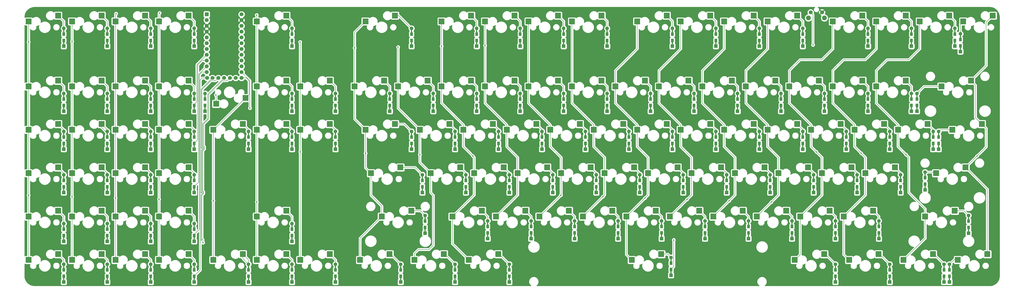
<source format=gbr>
G04 #@! TF.GenerationSoftware,KiCad,Pcbnew,(5.0.1)-4*
G04 #@! TF.CreationDate,2019-03-27T07:27:33+08:00*
G04 #@! TF.ProjectId,south-chonk,736F7574682D63686F6E6B2E6B696361,1*
G04 #@! TF.SameCoordinates,Original*
G04 #@! TF.FileFunction,Copper,L2,Bot,Signal*
G04 #@! TF.FilePolarity,Positive*
%FSLAX46Y46*%
G04 Gerber Fmt 4.6, Leading zero omitted, Abs format (unit mm)*
G04 Created by KiCad (PCBNEW (5.0.1)-4) date 3/27/2019 7:27:33 AM*
%MOMM*%
%LPD*%
G01*
G04 APERTURE LIST*
G04 #@! TA.AperFunction,SMDPad,CuDef*
%ADD10R,2.550000X2.500000*%
G04 #@! TD*
G04 #@! TA.AperFunction,ComponentPad*
%ADD11R,1.752600X1.752600*%
G04 #@! TD*
G04 #@! TA.AperFunction,ComponentPad*
%ADD12C,1.752600*%
G04 #@! TD*
G04 #@! TA.AperFunction,ComponentPad*
%ADD13R,1.600000X1.600000*%
G04 #@! TD*
G04 #@! TA.AperFunction,ComponentPad*
%ADD14C,1.600000*%
G04 #@! TD*
G04 #@! TA.AperFunction,Conductor*
%ADD15R,0.500000X2.900000*%
G04 #@! TD*
G04 #@! TA.AperFunction,SMDPad,CuDef*
%ADD16R,1.200000X1.600000*%
G04 #@! TD*
G04 #@! TA.AperFunction,ComponentPad*
%ADD17C,2.100000*%
G04 #@! TD*
G04 #@! TA.AperFunction,ComponentPad*
%ADD18C,1.750000*%
G04 #@! TD*
G04 #@! TA.AperFunction,ViaPad*
%ADD19C,0.600000*%
G04 #@! TD*
G04 #@! TA.AperFunction,Conductor*
%ADD20C,0.203200*%
G04 #@! TD*
G04 #@! TA.AperFunction,Conductor*
%ADD21C,0.254000*%
G04 #@! TD*
G04 APERTURE END LIST*
D10*
G04 #@! TO.P,MX1,1*
G04 #@! TO.N,/D0*
X21490000Y-26035000D03*
G04 #@! TO.P,MX1,2*
G04 #@! TO.N,Net-(D1-Pad2)*
X34417000Y-23495000D03*
G04 #@! TD*
G04 #@! TO.P,MX2,2*
G04 #@! TO.N,Net-(D2-Pad2)*
X53467000Y-23495000D03*
G04 #@! TO.P,MX2,1*
G04 #@! TO.N,/D1*
X40540000Y-26035000D03*
G04 #@! TD*
G04 #@! TO.P,MX3,1*
G04 #@! TO.N,/D2*
X59590000Y-26035000D03*
G04 #@! TO.P,MX3,2*
G04 #@! TO.N,Net-(D3-Pad2)*
X72517000Y-23495000D03*
G04 #@! TD*
G04 #@! TO.P,MX4,1*
G04 #@! TO.N,/D3*
X78640100Y-26035000D03*
G04 #@! TO.P,MX4,2*
G04 #@! TO.N,Net-(D4-Pad2)*
X91567100Y-23495000D03*
G04 #@! TD*
G04 #@! TO.P,MX23,2*
G04 #@! TO.N,Net-(D23-Pad2)*
X103696000Y-62230000D03*
G04 #@! TO.P,MX23,1*
G04 #@! TO.N,/B6*
X116623000Y-59690000D03*
G04 #@! TD*
G04 #@! TO.P,MX105,1*
G04 #@! TO.N,/D2*
X285809000Y-130810000D03*
G04 #@! TO.P,MX105,2*
G04 #@! TO.N,Net-(D105-Pad2)*
X298736000Y-128270000D03*
G04 #@! TD*
G04 #@! TO.P,MX94,1*
G04 #@! TO.N,/B1*
X414396000Y-111760000D03*
G04 #@! TO.P,MX94,2*
G04 #@! TO.N,Net-(D94-Pad2)*
X427323000Y-109220000D03*
G04 #@! TD*
G04 #@! TO.P,MX18,2*
G04 #@! TO.N,Net-(D18-Pad2)*
X431065000Y-26035000D03*
G04 #@! TO.P,MX18,1*
G04 #@! TO.N,/F7*
X443992000Y-23495000D03*
G04 #@! TD*
G04 #@! TO.P,MX60,2*
G04 #@! TO.N,Net-(D60-Pad2)*
X426303000Y-73660000D03*
G04 #@! TO.P,MX60,1*
G04 #@! TO.N,/F7*
X439230000Y-71120000D03*
G04 #@! TD*
G04 #@! TO.P,MX109,2*
G04 #@! TO.N,Net-(D109-Pad2)*
X428684000Y-130810000D03*
G04 #@! TO.P,MX109,1*
G04 #@! TO.N,/F7*
X441611000Y-128270000D03*
G04 #@! TD*
G04 #@! TO.P,MX77,2*
G04 #@! TO.N,Net-(D77-Pad2)*
X419159000Y-92710000D03*
G04 #@! TO.P,MX77,1*
G04 #@! TO.N,/F7*
X432086000Y-90170000D03*
G04 #@! TD*
G04 #@! TO.P,MX39,2*
G04 #@! TO.N,Net-(D39-Pad2)*
X421540000Y-54610000D03*
G04 #@! TO.P,MX39,1*
G04 #@! TO.N,/F7*
X434467000Y-52070000D03*
G04 #@! TD*
G04 #@! TO.P,MX5,2*
G04 #@! TO.N,Net-(D5-Pad2)*
X134430000Y-23495000D03*
G04 #@! TO.P,MX5,1*
G04 #@! TO.N,/B0*
X121503000Y-26035000D03*
G04 #@! TD*
G04 #@! TO.P,MX6,2*
G04 #@! TO.N,Net-(D6-Pad2)*
X182054000Y-23495000D03*
G04 #@! TO.P,MX6,1*
G04 #@! TO.N,/B3*
X169127000Y-26035000D03*
G04 #@! TD*
G04 #@! TO.P,MX7,1*
G04 #@! TO.N,/F7*
X202465000Y-26035000D03*
G04 #@! TO.P,MX7,2*
G04 #@! TO.N,Net-(D7-Pad2)*
X215392000Y-23495000D03*
G04 #@! TD*
G04 #@! TO.P,MX8,2*
G04 #@! TO.N,Net-(D8-Pad2)*
X234442000Y-23495000D03*
G04 #@! TO.P,MX8,1*
G04 #@! TO.N,/F6*
X221515000Y-26035000D03*
G04 #@! TD*
G04 #@! TO.P,MX9,1*
G04 #@! TO.N,/D0*
X240565000Y-26035000D03*
G04 #@! TO.P,MX9,2*
G04 #@! TO.N,Net-(D9-Pad2)*
X253492000Y-23495000D03*
G04 #@! TD*
G04 #@! TO.P,MX10,1*
G04 #@! TO.N,/D1*
X259615000Y-26035000D03*
G04 #@! TO.P,MX10,2*
G04 #@! TO.N,Net-(D10-Pad2)*
X272542000Y-23495000D03*
G04 #@! TD*
G04 #@! TO.P,MX11,1*
G04 #@! TO.N,/D2*
X288190000Y-26035000D03*
G04 #@! TO.P,MX11,2*
G04 #@! TO.N,Net-(D11-Pad2)*
X301117000Y-23495000D03*
G04 #@! TD*
G04 #@! TO.P,MX12,2*
G04 #@! TO.N,Net-(D12-Pad2)*
X320167000Y-23495000D03*
G04 #@! TO.P,MX12,1*
G04 #@! TO.N,/D3*
X307240000Y-26035000D03*
G04 #@! TD*
G04 #@! TO.P,MX13,2*
G04 #@! TO.N,Net-(D13-Pad2)*
X339217000Y-23495000D03*
G04 #@! TO.P,MX13,1*
G04 #@! TO.N,/B6*
X326290000Y-26035000D03*
G04 #@! TD*
G04 #@! TO.P,MX14,2*
G04 #@! TO.N,Net-(D14-Pad2)*
X358267000Y-23495000D03*
G04 #@! TO.P,MX14,1*
G04 #@! TO.N,/B0*
X345340000Y-26035000D03*
G04 #@! TD*
G04 #@! TO.P,MX15,2*
G04 #@! TO.N,Net-(D15-Pad2)*
X386842000Y-23495000D03*
G04 #@! TO.P,MX15,1*
G04 #@! TO.N,/F4*
X373915000Y-26035000D03*
G04 #@! TD*
G04 #@! TO.P,MX16,2*
G04 #@! TO.N,Net-(D16-Pad2)*
X405892000Y-23495000D03*
G04 #@! TO.P,MX16,1*
G04 #@! TO.N,/B3*
X392965000Y-26035000D03*
G04 #@! TD*
G04 #@! TO.P,MX17,1*
G04 #@! TO.N,/B1*
X412015000Y-26035000D03*
G04 #@! TO.P,MX17,2*
G04 #@! TO.N,Net-(D17-Pad2)*
X424942000Y-23495000D03*
G04 #@! TD*
G04 #@! TO.P,MX19,1*
G04 #@! TO.N,/D0*
X21490000Y-54610000D03*
G04 #@! TO.P,MX19,2*
G04 #@! TO.N,Net-(D19-Pad2)*
X34417000Y-52070000D03*
G04 #@! TD*
G04 #@! TO.P,MX20,2*
G04 #@! TO.N,Net-(D20-Pad2)*
X53467000Y-52070000D03*
G04 #@! TO.P,MX20,1*
G04 #@! TO.N,/D1*
X40540000Y-54610000D03*
G04 #@! TD*
G04 #@! TO.P,MX21,2*
G04 #@! TO.N,Net-(D21-Pad2)*
X72517000Y-52070000D03*
G04 #@! TO.P,MX21,1*
G04 #@! TO.N,/D2*
X59590000Y-54610000D03*
G04 #@! TD*
G04 #@! TO.P,MX22,2*
G04 #@! TO.N,Net-(D22-Pad2)*
X91567000Y-52070000D03*
G04 #@! TO.P,MX22,1*
G04 #@! TO.N,/D3*
X78640000Y-54610000D03*
G04 #@! TD*
G04 #@! TO.P,MX24,1*
G04 #@! TO.N,/B0*
X121503000Y-54610000D03*
G04 #@! TO.P,MX24,2*
G04 #@! TO.N,Net-(D24-Pad2)*
X134430000Y-52070000D03*
G04 #@! TD*
G04 #@! TO.P,MX25,1*
G04 #@! TO.N,/F4*
X140553000Y-54610000D03*
G04 #@! TO.P,MX25,2*
G04 #@! TO.N,Net-(D25-Pad2)*
X153480000Y-52070000D03*
G04 #@! TD*
G04 #@! TO.P,MX26,1*
G04 #@! TO.N,/B3*
X164365000Y-54610000D03*
G04 #@! TO.P,MX26,2*
G04 #@! TO.N,Net-(D26-Pad2)*
X177292000Y-52070000D03*
G04 #@! TD*
G04 #@! TO.P,MX27,1*
G04 #@! TO.N,/B1*
X183415000Y-54610000D03*
G04 #@! TO.P,MX27,2*
G04 #@! TO.N,Net-(D27-Pad2)*
X196342000Y-52070000D03*
G04 #@! TD*
G04 #@! TO.P,MX28,2*
G04 #@! TO.N,Net-(D28-Pad2)*
X215392000Y-52070000D03*
G04 #@! TO.P,MX28,1*
G04 #@! TO.N,/F7*
X202465000Y-54610000D03*
G04 #@! TD*
G04 #@! TO.P,MX29,1*
G04 #@! TO.N,/F6*
X221515000Y-54610000D03*
G04 #@! TO.P,MX29,2*
G04 #@! TO.N,Net-(D29-Pad2)*
X234442000Y-52070000D03*
G04 #@! TD*
G04 #@! TO.P,MX30,1*
G04 #@! TO.N,/D0*
X240565000Y-54610000D03*
G04 #@! TO.P,MX30,2*
G04 #@! TO.N,Net-(D30-Pad2)*
X253492000Y-52070000D03*
G04 #@! TD*
G04 #@! TO.P,MX31,2*
G04 #@! TO.N,Net-(D31-Pad2)*
X272542000Y-52070000D03*
G04 #@! TO.P,MX31,1*
G04 #@! TO.N,/D1*
X259615000Y-54610000D03*
G04 #@! TD*
G04 #@! TO.P,MX32,2*
G04 #@! TO.N,Net-(D32-Pad2)*
X291592000Y-52070000D03*
G04 #@! TO.P,MX32,1*
G04 #@! TO.N,/D2*
X278665000Y-54610000D03*
G04 #@! TD*
G04 #@! TO.P,MX33,2*
G04 #@! TO.N,Net-(D33-Pad2)*
X310642000Y-52070000D03*
G04 #@! TO.P,MX33,1*
G04 #@! TO.N,/D3*
X297715000Y-54610000D03*
G04 #@! TD*
G04 #@! TO.P,MX34,1*
G04 #@! TO.N,/B6*
X316765000Y-54610000D03*
G04 #@! TO.P,MX34,2*
G04 #@! TO.N,Net-(D34-Pad2)*
X329692000Y-52070000D03*
G04 #@! TD*
G04 #@! TO.P,MX35,1*
G04 #@! TO.N,/B0*
X335815000Y-54610000D03*
G04 #@! TO.P,MX35,2*
G04 #@! TO.N,Net-(D35-Pad2)*
X348742000Y-52070000D03*
G04 #@! TD*
G04 #@! TO.P,MX36,2*
G04 #@! TO.N,Net-(D36-Pad2)*
X367792000Y-52070000D03*
G04 #@! TO.P,MX36,1*
G04 #@! TO.N,/F4*
X354865000Y-54610000D03*
G04 #@! TD*
G04 #@! TO.P,MX37,2*
G04 #@! TO.N,Net-(D37-Pad2)*
X386842000Y-52070000D03*
G04 #@! TO.P,MX37,1*
G04 #@! TO.N,/B3*
X373915000Y-54610000D03*
G04 #@! TD*
G04 #@! TO.P,MX38,1*
G04 #@! TO.N,/B1*
X392965000Y-54610000D03*
G04 #@! TO.P,MX38,2*
G04 #@! TO.N,Net-(D38-Pad2)*
X405892000Y-52070000D03*
G04 #@! TD*
G04 #@! TO.P,MX40,2*
G04 #@! TO.N,Net-(D40-Pad2)*
X34417000Y-71120000D03*
G04 #@! TO.P,MX40,1*
G04 #@! TO.N,/D0*
X21490000Y-73660000D03*
G04 #@! TD*
G04 #@! TO.P,MX41,2*
G04 #@! TO.N,Net-(D41-Pad2)*
X53467000Y-71120000D03*
G04 #@! TO.P,MX41,1*
G04 #@! TO.N,/D1*
X40540000Y-73660000D03*
G04 #@! TD*
G04 #@! TO.P,MX42,1*
G04 #@! TO.N,/D2*
X59590000Y-73660000D03*
G04 #@! TO.P,MX42,2*
G04 #@! TO.N,Net-(D42-Pad2)*
X72517000Y-71120000D03*
G04 #@! TD*
G04 #@! TO.P,MX43,2*
G04 #@! TO.N,Net-(D43-Pad2)*
X91567000Y-71120000D03*
G04 #@! TO.P,MX43,1*
G04 #@! TO.N,/D3*
X78640000Y-73660000D03*
G04 #@! TD*
G04 #@! TO.P,MX44,2*
G04 #@! TO.N,Net-(D44-Pad2)*
X115380000Y-71120000D03*
G04 #@! TO.P,MX44,1*
G04 #@! TO.N,/B6*
X102453000Y-73660000D03*
G04 #@! TD*
G04 #@! TO.P,MX45,2*
G04 #@! TO.N,Net-(D45-Pad2)*
X134430000Y-71120000D03*
G04 #@! TO.P,MX45,1*
G04 #@! TO.N,/B0*
X121503000Y-73660000D03*
G04 #@! TD*
G04 #@! TO.P,MX46,2*
G04 #@! TO.N,Net-(D46-Pad2)*
X153480000Y-71120000D03*
G04 #@! TO.P,MX46,1*
G04 #@! TO.N,/F4*
X140553000Y-73660000D03*
G04 #@! TD*
G04 #@! TO.P,MX47,1*
G04 #@! TO.N,/B3*
X169127000Y-73660000D03*
G04 #@! TO.P,MX47,2*
G04 #@! TO.N,Net-(D47-Pad2)*
X182054000Y-71120000D03*
G04 #@! TD*
G04 #@! TO.P,MX48,2*
G04 #@! TO.N,Net-(D48-Pad2)*
X205867000Y-71120000D03*
G04 #@! TO.P,MX48,1*
G04 #@! TO.N,/B1*
X192940000Y-73660000D03*
G04 #@! TD*
G04 #@! TO.P,MX49,1*
G04 #@! TO.N,/F7*
X211990000Y-73660000D03*
G04 #@! TO.P,MX49,2*
G04 #@! TO.N,Net-(D49-Pad2)*
X224917000Y-71120000D03*
G04 #@! TD*
G04 #@! TO.P,MX50,1*
G04 #@! TO.N,/F6*
X231040000Y-73660000D03*
G04 #@! TO.P,MX50,2*
G04 #@! TO.N,Net-(D50-Pad2)*
X243967000Y-71120000D03*
G04 #@! TD*
G04 #@! TO.P,MX51,1*
G04 #@! TO.N,/D0*
X250090000Y-73660000D03*
G04 #@! TO.P,MX51,2*
G04 #@! TO.N,Net-(D51-Pad2)*
X263017000Y-71120000D03*
G04 #@! TD*
G04 #@! TO.P,MX52,2*
G04 #@! TO.N,Net-(D52-Pad2)*
X282067000Y-71120000D03*
G04 #@! TO.P,MX52,1*
G04 #@! TO.N,/D1*
X269140000Y-73660000D03*
G04 #@! TD*
G04 #@! TO.P,MX53,1*
G04 #@! TO.N,/D2*
X288190000Y-73660000D03*
G04 #@! TO.P,MX53,2*
G04 #@! TO.N,Net-(D53-Pad2)*
X301117000Y-71120000D03*
G04 #@! TD*
G04 #@! TO.P,MX54,1*
G04 #@! TO.N,/D3*
X307240000Y-73660000D03*
G04 #@! TO.P,MX54,2*
G04 #@! TO.N,Net-(D54-Pad2)*
X320167000Y-71120000D03*
G04 #@! TD*
G04 #@! TO.P,MX55,2*
G04 #@! TO.N,Net-(D55-Pad2)*
X339217000Y-71120000D03*
G04 #@! TO.P,MX55,1*
G04 #@! TO.N,/B6*
X326290000Y-73660000D03*
G04 #@! TD*
G04 #@! TO.P,MX56,2*
G04 #@! TO.N,Net-(D56-Pad2)*
X358267000Y-71120000D03*
G04 #@! TO.P,MX56,1*
G04 #@! TO.N,/B0*
X345340000Y-73660000D03*
G04 #@! TD*
G04 #@! TO.P,MX57,1*
G04 #@! TO.N,/F4*
X364390000Y-73660000D03*
G04 #@! TO.P,MX57,2*
G04 #@! TO.N,Net-(D57-Pad2)*
X377317000Y-71120000D03*
G04 #@! TD*
G04 #@! TO.P,MX58,1*
G04 #@! TO.N,/B3*
X383440000Y-73660000D03*
G04 #@! TO.P,MX58,2*
G04 #@! TO.N,Net-(D58-Pad2)*
X396367000Y-71120000D03*
G04 #@! TD*
G04 #@! TO.P,MX59,1*
G04 #@! TO.N,/B1*
X402490000Y-73660000D03*
G04 #@! TO.P,MX59,2*
G04 #@! TO.N,Net-(D59-Pad2)*
X415417000Y-71120000D03*
G04 #@! TD*
G04 #@! TO.P,MX61,2*
G04 #@! TO.N,Net-(D61-Pad2)*
X34417000Y-90170000D03*
G04 #@! TO.P,MX61,1*
G04 #@! TO.N,/D0*
X21490000Y-92710000D03*
G04 #@! TD*
G04 #@! TO.P,MX62,2*
G04 #@! TO.N,Net-(D62-Pad2)*
X53467000Y-90170000D03*
G04 #@! TO.P,MX62,1*
G04 #@! TO.N,/D1*
X40540000Y-92710000D03*
G04 #@! TD*
G04 #@! TO.P,MX63,1*
G04 #@! TO.N,/D2*
X59590000Y-92710000D03*
G04 #@! TO.P,MX63,2*
G04 #@! TO.N,Net-(D63-Pad2)*
X72517000Y-90170000D03*
G04 #@! TD*
G04 #@! TO.P,MX64,2*
G04 #@! TO.N,Net-(D64-Pad2)*
X91567000Y-90170000D03*
G04 #@! TO.P,MX64,1*
G04 #@! TO.N,/D3*
X78640000Y-92710000D03*
G04 #@! TD*
G04 #@! TO.P,MX65,1*
G04 #@! TO.N,/B3*
X171509000Y-92710000D03*
G04 #@! TO.P,MX65,2*
G04 #@! TO.N,Net-(D65-Pad2)*
X184436000Y-90170000D03*
G04 #@! TD*
G04 #@! TO.P,MX66,1*
G04 #@! TO.N,/B1*
X197703000Y-92710000D03*
G04 #@! TO.P,MX66,2*
G04 #@! TO.N,Net-(D66-Pad2)*
X210630000Y-90170000D03*
G04 #@! TD*
G04 #@! TO.P,MX67,2*
G04 #@! TO.N,Net-(D67-Pad2)*
X229680000Y-90170000D03*
G04 #@! TO.P,MX67,1*
G04 #@! TO.N,/F7*
X216753000Y-92710000D03*
G04 #@! TD*
G04 #@! TO.P,MX69,1*
G04 #@! TO.N,/D0*
X254853000Y-92710000D03*
G04 #@! TO.P,MX69,2*
G04 #@! TO.N,Net-(D69-Pad2)*
X267780000Y-90170000D03*
G04 #@! TD*
G04 #@! TO.P,MX70,2*
G04 #@! TO.N,Net-(D70-Pad2)*
X286830000Y-90170000D03*
G04 #@! TO.P,MX70,1*
G04 #@! TO.N,/D1*
X273903000Y-92710000D03*
G04 #@! TD*
G04 #@! TO.P,MX71,2*
G04 #@! TO.N,Net-(D71-Pad2)*
X305880000Y-90170000D03*
G04 #@! TO.P,MX71,1*
G04 #@! TO.N,/D2*
X292953000Y-92710000D03*
G04 #@! TD*
G04 #@! TO.P,MX72,1*
G04 #@! TO.N,/D3*
X312003000Y-92710000D03*
G04 #@! TO.P,MX72,2*
G04 #@! TO.N,Net-(D72-Pad2)*
X324930000Y-90170000D03*
G04 #@! TD*
G04 #@! TO.P,MX73,1*
G04 #@! TO.N,/B6*
X331053000Y-92710000D03*
G04 #@! TO.P,MX73,2*
G04 #@! TO.N,Net-(D73-Pad2)*
X343980000Y-90170000D03*
G04 #@! TD*
G04 #@! TO.P,MX74,2*
G04 #@! TO.N,Net-(D74-Pad2)*
X363030000Y-90170000D03*
G04 #@! TO.P,MX74,1*
G04 #@! TO.N,/B0*
X350103000Y-92710000D03*
G04 #@! TD*
G04 #@! TO.P,MX75,1*
G04 #@! TO.N,/F4*
X369153000Y-92710000D03*
G04 #@! TO.P,MX75,2*
G04 #@! TO.N,Net-(D75-Pad2)*
X382080000Y-90170000D03*
G04 #@! TD*
G04 #@! TO.P,MX76,2*
G04 #@! TO.N,Net-(D76-Pad2)*
X401130000Y-90170000D03*
G04 #@! TO.P,MX76,1*
G04 #@! TO.N,/B3*
X388203000Y-92710000D03*
G04 #@! TD*
G04 #@! TO.P,MX78,2*
G04 #@! TO.N,Net-(D78-Pad2)*
X34417000Y-109220000D03*
G04 #@! TO.P,MX78,1*
G04 #@! TO.N,/D0*
X21490000Y-111760000D03*
G04 #@! TD*
G04 #@! TO.P,MX79,1*
G04 #@! TO.N,/D1*
X40540000Y-111760000D03*
G04 #@! TO.P,MX79,2*
G04 #@! TO.N,Net-(D79-Pad2)*
X53467000Y-109220000D03*
G04 #@! TD*
G04 #@! TO.P,MX80,2*
G04 #@! TO.N,Net-(D80-Pad2)*
X72517000Y-109220000D03*
G04 #@! TO.P,MX80,1*
G04 #@! TO.N,/D2*
X59590000Y-111760000D03*
G04 #@! TD*
G04 #@! TO.P,MX81,1*
G04 #@! TO.N,/D3*
X78640000Y-111760000D03*
G04 #@! TO.P,MX81,2*
G04 #@! TO.N,Net-(D81-Pad2)*
X91567000Y-109220000D03*
G04 #@! TD*
G04 #@! TO.P,MX82,1*
G04 #@! TO.N,/B0*
X121503000Y-111760000D03*
G04 #@! TO.P,MX82,2*
G04 #@! TO.N,Net-(D82-Pad2)*
X134430000Y-109220000D03*
G04 #@! TD*
G04 #@! TO.P,MX83,2*
G04 #@! TO.N,Net-(D83-Pad2)*
X189198000Y-109220000D03*
G04 #@! TO.P,MX83,1*
G04 #@! TO.N,/B3*
X176271000Y-111760000D03*
G04 #@! TD*
G04 #@! TO.P,MX84,1*
G04 #@! TO.N,/F7*
X207227000Y-111760000D03*
G04 #@! TO.P,MX84,2*
G04 #@! TO.N,Net-(D84-Pad2)*
X220154000Y-109220000D03*
G04 #@! TD*
G04 #@! TO.P,MX85,2*
G04 #@! TO.N,Net-(D85-Pad2)*
X239204000Y-109220000D03*
G04 #@! TO.P,MX85,1*
G04 #@! TO.N,/F6*
X226277000Y-111760000D03*
G04 #@! TD*
G04 #@! TO.P,MX86,2*
G04 #@! TO.N,Net-(D86-Pad2)*
X258254000Y-109220000D03*
G04 #@! TO.P,MX86,1*
G04 #@! TO.N,/D0*
X245327000Y-111760000D03*
G04 #@! TD*
G04 #@! TO.P,MX87,2*
G04 #@! TO.N,Net-(D87-Pad2)*
X277304000Y-109220000D03*
G04 #@! TO.P,MX87,1*
G04 #@! TO.N,/D1*
X264377000Y-111760000D03*
G04 #@! TD*
G04 #@! TO.P,MX88,2*
G04 #@! TO.N,Net-(D88-Pad2)*
X296354000Y-109220000D03*
G04 #@! TO.P,MX88,1*
G04 #@! TO.N,/D2*
X283427000Y-111760000D03*
G04 #@! TD*
G04 #@! TO.P,MX89,1*
G04 #@! TO.N,/D3*
X302477000Y-111760000D03*
G04 #@! TO.P,MX89,2*
G04 #@! TO.N,Net-(D89-Pad2)*
X315404000Y-109220000D03*
G04 #@! TD*
G04 #@! TO.P,MX90,2*
G04 #@! TO.N,Net-(D90-Pad2)*
X334454000Y-109220000D03*
G04 #@! TO.P,MX90,1*
G04 #@! TO.N,/B6*
X321527000Y-111760000D03*
G04 #@! TD*
G04 #@! TO.P,MX91,1*
G04 #@! TO.N,/B0*
X340577000Y-111760000D03*
G04 #@! TO.P,MX91,2*
G04 #@! TO.N,Net-(D91-Pad2)*
X353504000Y-109220000D03*
G04 #@! TD*
G04 #@! TO.P,MX92,1*
G04 #@! TO.N,/F4*
X359627000Y-111760000D03*
G04 #@! TO.P,MX92,2*
G04 #@! TO.N,Net-(D92-Pad2)*
X372554000Y-109220000D03*
G04 #@! TD*
G04 #@! TO.P,MX93,1*
G04 #@! TO.N,/B3*
X378677000Y-111760000D03*
G04 #@! TO.P,MX93,2*
G04 #@! TO.N,Net-(D93-Pad2)*
X391604000Y-109220000D03*
G04 #@! TD*
G04 #@! TO.P,MX95,1*
G04 #@! TO.N,/D0*
X21490000Y-130810000D03*
G04 #@! TO.P,MX95,2*
G04 #@! TO.N,Net-(D95-Pad2)*
X34417000Y-128270000D03*
G04 #@! TD*
G04 #@! TO.P,MX96,1*
G04 #@! TO.N,/D1*
X40540000Y-130810000D03*
G04 #@! TO.P,MX96,2*
G04 #@! TO.N,Net-(D96-Pad2)*
X53467000Y-128270000D03*
G04 #@! TD*
G04 #@! TO.P,MX97,1*
G04 #@! TO.N,/D2*
X59590000Y-130810000D03*
G04 #@! TO.P,MX97,2*
G04 #@! TO.N,Net-(D97-Pad2)*
X72517000Y-128270000D03*
G04 #@! TD*
G04 #@! TO.P,MX98,2*
G04 #@! TO.N,Net-(D98-Pad2)*
X91567000Y-128270000D03*
G04 #@! TO.P,MX98,1*
G04 #@! TO.N,/D3*
X78640000Y-130810000D03*
G04 #@! TD*
G04 #@! TO.P,MX99,2*
G04 #@! TO.N,Net-(D99-Pad2)*
X115380000Y-128270000D03*
G04 #@! TO.P,MX99,1*
G04 #@! TO.N,/B6*
X102453000Y-130810000D03*
G04 #@! TD*
G04 #@! TO.P,MX100,2*
G04 #@! TO.N,Net-(D100-Pad2)*
X134430000Y-128270000D03*
G04 #@! TO.P,MX100,1*
G04 #@! TO.N,/B0*
X121503000Y-130810000D03*
G04 #@! TD*
G04 #@! TO.P,MX101,1*
G04 #@! TO.N,/F4*
X140553000Y-130810000D03*
G04 #@! TO.P,MX101,2*
G04 #@! TO.N,Net-(D101-Pad2)*
X153480000Y-128270000D03*
G04 #@! TD*
G04 #@! TO.P,MX102,2*
G04 #@! TO.N,Net-(D102-Pad2)*
X179673000Y-128270000D03*
G04 #@! TO.P,MX102,1*
G04 #@! TO.N,/B3*
X166746000Y-130810000D03*
G04 #@! TD*
G04 #@! TO.P,MX103,1*
G04 #@! TO.N,/B1*
X190559000Y-130810000D03*
G04 #@! TO.P,MX103,2*
G04 #@! TO.N,Net-(D103-Pad2)*
X203486000Y-128270000D03*
G04 #@! TD*
G04 #@! TO.P,MX104,1*
G04 #@! TO.N,/F7*
X214371000Y-130810000D03*
G04 #@! TO.P,MX104,2*
G04 #@! TO.N,Net-(D104-Pad2)*
X227298000Y-128270000D03*
G04 #@! TD*
G04 #@! TO.P,MX106,2*
G04 #@! TO.N,Net-(D106-Pad2)*
X370173000Y-128270000D03*
G04 #@! TO.P,MX106,1*
G04 #@! TO.N,/F4*
X357246000Y-130810000D03*
G04 #@! TD*
G04 #@! TO.P,MX107,1*
G04 #@! TO.N,/B3*
X381059000Y-130810000D03*
G04 #@! TO.P,MX107,2*
G04 #@! TO.N,Net-(D107-Pad2)*
X393986000Y-128270000D03*
G04 #@! TD*
G04 #@! TO.P,MX108,2*
G04 #@! TO.N,Net-(D108-Pad2)*
X417798000Y-128270000D03*
G04 #@! TO.P,MX108,1*
G04 #@! TO.N,/B1*
X404871000Y-130810000D03*
G04 #@! TD*
D11*
G04 #@! TO.P,U1,1*
G04 #@! TO.N,/D3*
X99536000Y-22939400D03*
D12*
G04 #@! TO.P,U1,2*
G04 #@! TO.N,/D2*
X99536000Y-25479400D03*
G04 #@! TO.P,U1,3*
G04 #@! TO.N,GND*
X99536000Y-28019400D03*
G04 #@! TO.P,U1,4*
X99536000Y-30559400D03*
G04 #@! TO.P,U1,5*
G04 #@! TO.N,/D1*
X99536000Y-33099400D03*
G04 #@! TO.P,U1,6*
G04 #@! TO.N,/D0*
X99536000Y-35639400D03*
G04 #@! TO.P,U1,7*
G04 #@! TO.N,/D4*
X99536000Y-38179400D03*
G04 #@! TO.P,U1,8*
G04 #@! TO.N,/C6*
X99536000Y-40719400D03*
G04 #@! TO.P,U1,9*
G04 #@! TO.N,/D7*
X99536000Y-43259400D03*
G04 #@! TO.P,U1,10*
G04 #@! TO.N,/E6*
X99536000Y-45799400D03*
G04 #@! TO.P,U1,11*
G04 #@! TO.N,/B4*
X99536000Y-48339400D03*
G04 #@! TO.P,U1,13*
G04 #@! TO.N,/B6*
X114776000Y-50879400D03*
G04 #@! TO.P,U1,14*
G04 #@! TO.N,/B2*
X114776000Y-48339400D03*
G04 #@! TO.P,U1,15*
G04 #@! TO.N,/B3*
X114776000Y-45799400D03*
G04 #@! TO.P,U1,16*
G04 #@! TO.N,/B1*
X114776000Y-43259400D03*
G04 #@! TO.P,U1,17*
G04 #@! TO.N,/F7*
X114776000Y-40719400D03*
G04 #@! TO.P,U1,18*
G04 #@! TO.N,/F6*
X114776000Y-38179400D03*
G04 #@! TO.P,U1,19*
G04 #@! TO.N,/F5*
X114776000Y-35639400D03*
G04 #@! TO.P,U1,20*
G04 #@! TO.N,/F4*
X114776000Y-33099400D03*
G04 #@! TO.P,U1,21*
G04 #@! TO.N,+5V*
X114776000Y-30559400D03*
G04 #@! TO.P,U1,22*
G04 #@! TO.N,RST*
X114776000Y-28019400D03*
G04 #@! TO.P,U1,23*
G04 #@! TO.N,GND*
X114776000Y-25479400D03*
G04 #@! TO.P,U1,12*
G04 #@! TO.N,/B5*
X99764600Y-50879400D03*
G04 #@! TO.P,U1,24*
G04 #@! TO.N,/B0*
X114776000Y-22939400D03*
G04 #@! TO.P,U1,29*
G04 #@! TO.N,/F0*
X112236000Y-50879400D03*
G04 #@! TO.P,U1,28*
G04 #@! TO.N,/F1*
X109696000Y-50879400D03*
G04 #@! TO.P,U1,27*
G04 #@! TO.N,/C7*
X107156000Y-50879400D03*
G04 #@! TO.P,U1,26*
G04 #@! TO.N,/D5*
X104616000Y-50879400D03*
G04 #@! TO.P,U1,25*
G04 #@! TO.N,/B7*
X102076000Y-50879400D03*
G04 #@! TD*
D13*
G04 #@! TO.P,D1,1*
G04 #@! TO.N,/D4*
X36909400Y-36909400D03*
D14*
G04 #@! TO.P,D1,2*
G04 #@! TO.N,Net-(D1-Pad2)*
X36909400Y-29109400D03*
D15*
G04 #@! TD*
G04 #@! TO.N,/D4*
G04 #@! TO.C,D1*
X36909400Y-35509400D03*
D16*
G04 #@! TO.P,D1,1*
G04 #@! TO.N,/D4*
X36909400Y-34409400D03*
G04 #@! TO.P,D1,2*
G04 #@! TO.N,Net-(D1-Pad2)*
X36909400Y-31609400D03*
D15*
G04 #@! TD*
G04 #@! TO.N,Net-(D1-Pad2)*
G04 #@! TO.C,D1*
X36909400Y-30509400D03*
D13*
G04 #@! TO.P,D2,1*
G04 #@! TO.N,/D4*
X55959400Y-36909400D03*
D14*
G04 #@! TO.P,D2,2*
G04 #@! TO.N,Net-(D2-Pad2)*
X55959400Y-29109400D03*
D15*
G04 #@! TD*
G04 #@! TO.N,/D4*
G04 #@! TO.C,D2*
X55959400Y-35509400D03*
D16*
G04 #@! TO.P,D2,1*
G04 #@! TO.N,/D4*
X55959400Y-34409400D03*
G04 #@! TO.P,D2,2*
G04 #@! TO.N,Net-(D2-Pad2)*
X55959400Y-31609400D03*
D15*
G04 #@! TD*
G04 #@! TO.N,Net-(D2-Pad2)*
G04 #@! TO.C,D2*
X55959400Y-30509400D03*
G04 #@! TO.N,Net-(D3-Pad2)*
G04 #@! TO.C,D3*
X75009400Y-30509400D03*
D16*
G04 #@! TD*
G04 #@! TO.P,D3,2*
G04 #@! TO.N,Net-(D3-Pad2)*
X75009400Y-31609400D03*
G04 #@! TO.P,D3,1*
G04 #@! TO.N,/D4*
X75009400Y-34409400D03*
D15*
G04 #@! TD*
G04 #@! TO.N,/D4*
G04 #@! TO.C,D3*
X75009400Y-35509400D03*
D14*
G04 #@! TO.P,D3,2*
G04 #@! TO.N,Net-(D3-Pad2)*
X75009400Y-29109400D03*
D13*
G04 #@! TO.P,D3,1*
G04 #@! TO.N,/D4*
X75009400Y-36909400D03*
G04 #@! TD*
G04 #@! TO.P,D4,1*
G04 #@! TO.N,/D4*
X94059400Y-36909400D03*
D14*
G04 #@! TO.P,D4,2*
G04 #@! TO.N,Net-(D4-Pad2)*
X94059400Y-29109400D03*
D15*
G04 #@! TD*
G04 #@! TO.N,/D4*
G04 #@! TO.C,D4*
X94059400Y-35509400D03*
D16*
G04 #@! TO.P,D4,1*
G04 #@! TO.N,/D4*
X94059400Y-34409400D03*
G04 #@! TO.P,D4,2*
G04 #@! TO.N,Net-(D4-Pad2)*
X94059400Y-31609400D03*
D15*
G04 #@! TD*
G04 #@! TO.N,Net-(D4-Pad2)*
G04 #@! TO.C,D4*
X94059400Y-30509400D03*
G04 #@! TO.N,Net-(D5-Pad2)*
G04 #@! TO.C,D5*
X136922000Y-30509400D03*
D16*
G04 #@! TD*
G04 #@! TO.P,D5,2*
G04 #@! TO.N,Net-(D5-Pad2)*
X136922000Y-31609400D03*
G04 #@! TO.P,D5,1*
G04 #@! TO.N,/D4*
X136922000Y-34409400D03*
D15*
G04 #@! TD*
G04 #@! TO.N,/D4*
G04 #@! TO.C,D5*
X136922000Y-35509400D03*
D14*
G04 #@! TO.P,D5,2*
G04 #@! TO.N,Net-(D5-Pad2)*
X136922000Y-29109400D03*
D13*
G04 #@! TO.P,D5,1*
G04 #@! TO.N,/D4*
X136922000Y-36909400D03*
G04 #@! TD*
G04 #@! TO.P,D6,1*
G04 #@! TO.N,/D4*
X189310000Y-36909400D03*
D14*
G04 #@! TO.P,D6,2*
G04 #@! TO.N,Net-(D6-Pad2)*
X189310000Y-29109400D03*
D15*
G04 #@! TD*
G04 #@! TO.N,/D4*
G04 #@! TO.C,D6*
X189310000Y-35509400D03*
D16*
G04 #@! TO.P,D6,1*
G04 #@! TO.N,/D4*
X189310000Y-34409400D03*
G04 #@! TO.P,D6,2*
G04 #@! TO.N,Net-(D6-Pad2)*
X189310000Y-31609400D03*
D15*
G04 #@! TD*
G04 #@! TO.N,Net-(D6-Pad2)*
G04 #@! TO.C,D6*
X189310000Y-30509400D03*
G04 #@! TO.N,Net-(D7-Pad2)*
G04 #@! TO.C,D7*
X217885000Y-30509400D03*
D16*
G04 #@! TD*
G04 #@! TO.P,D7,2*
G04 #@! TO.N,Net-(D7-Pad2)*
X217885000Y-31609400D03*
G04 #@! TO.P,D7,1*
G04 #@! TO.N,/D4*
X217885000Y-34409400D03*
D15*
G04 #@! TD*
G04 #@! TO.N,/D4*
G04 #@! TO.C,D7*
X217885000Y-35509400D03*
D14*
G04 #@! TO.P,D7,2*
G04 #@! TO.N,Net-(D7-Pad2)*
X217885000Y-29109400D03*
D13*
G04 #@! TO.P,D7,1*
G04 #@! TO.N,/D4*
X217885000Y-36909400D03*
G04 #@! TD*
G04 #@! TO.P,D8,1*
G04 #@! TO.N,/D4*
X236935000Y-36909400D03*
D14*
G04 #@! TO.P,D8,2*
G04 #@! TO.N,Net-(D8-Pad2)*
X236935000Y-29109400D03*
D15*
G04 #@! TD*
G04 #@! TO.N,/D4*
G04 #@! TO.C,D8*
X236935000Y-35509400D03*
D16*
G04 #@! TO.P,D8,1*
G04 #@! TO.N,/D4*
X236935000Y-34409400D03*
G04 #@! TO.P,D8,2*
G04 #@! TO.N,Net-(D8-Pad2)*
X236935000Y-31609400D03*
D15*
G04 #@! TD*
G04 #@! TO.N,Net-(D8-Pad2)*
G04 #@! TO.C,D8*
X236935000Y-30509400D03*
G04 #@! TO.N,Net-(D9-Pad2)*
G04 #@! TO.C,D9*
X255985000Y-30509400D03*
D16*
G04 #@! TD*
G04 #@! TO.P,D9,2*
G04 #@! TO.N,Net-(D9-Pad2)*
X255985000Y-31609400D03*
G04 #@! TO.P,D9,1*
G04 #@! TO.N,/F5*
X255985000Y-34409400D03*
D15*
G04 #@! TD*
G04 #@! TO.N,/F5*
G04 #@! TO.C,D9*
X255985000Y-35509400D03*
D14*
G04 #@! TO.P,D9,2*
G04 #@! TO.N,Net-(D9-Pad2)*
X255985000Y-29109400D03*
D13*
G04 #@! TO.P,D9,1*
G04 #@! TO.N,/F5*
X255985000Y-36909400D03*
G04 #@! TD*
D15*
G04 #@! TO.N,Net-(D10-Pad2)*
G04 #@! TO.C,D10*
X275035000Y-30509400D03*
D16*
G04 #@! TD*
G04 #@! TO.P,D10,2*
G04 #@! TO.N,Net-(D10-Pad2)*
X275035000Y-31609400D03*
G04 #@! TO.P,D10,1*
G04 #@! TO.N,/F5*
X275035000Y-34409400D03*
D15*
G04 #@! TD*
G04 #@! TO.N,/F5*
G04 #@! TO.C,D10*
X275035000Y-35509400D03*
D14*
G04 #@! TO.P,D10,2*
G04 #@! TO.N,Net-(D10-Pad2)*
X275035000Y-29109400D03*
D13*
G04 #@! TO.P,D10,1*
G04 #@! TO.N,/F5*
X275035000Y-36909400D03*
G04 #@! TD*
D15*
G04 #@! TO.N,Net-(D11-Pad2)*
G04 #@! TO.C,D11*
X303610000Y-30509400D03*
D16*
G04 #@! TD*
G04 #@! TO.P,D11,2*
G04 #@! TO.N,Net-(D11-Pad2)*
X303610000Y-31609400D03*
G04 #@! TO.P,D11,1*
G04 #@! TO.N,/F5*
X303610000Y-34409400D03*
D15*
G04 #@! TD*
G04 #@! TO.N,/F5*
G04 #@! TO.C,D11*
X303610000Y-35509400D03*
D14*
G04 #@! TO.P,D11,2*
G04 #@! TO.N,Net-(D11-Pad2)*
X303610000Y-29109400D03*
D13*
G04 #@! TO.P,D11,1*
G04 #@! TO.N,/F5*
X303610000Y-36909400D03*
G04 #@! TD*
G04 #@! TO.P,D12,1*
G04 #@! TO.N,/F5*
X322660000Y-36909400D03*
D14*
G04 #@! TO.P,D12,2*
G04 #@! TO.N,Net-(D12-Pad2)*
X322660000Y-29109400D03*
D15*
G04 #@! TD*
G04 #@! TO.N,/F5*
G04 #@! TO.C,D12*
X322660000Y-35509400D03*
D16*
G04 #@! TO.P,D12,1*
G04 #@! TO.N,/F5*
X322660000Y-34409400D03*
G04 #@! TO.P,D12,2*
G04 #@! TO.N,Net-(D12-Pad2)*
X322660000Y-31609400D03*
D15*
G04 #@! TD*
G04 #@! TO.N,Net-(D12-Pad2)*
G04 #@! TO.C,D12*
X322660000Y-30509400D03*
G04 #@! TO.N,Net-(D13-Pad2)*
G04 #@! TO.C,D13*
X341710000Y-30509400D03*
D16*
G04 #@! TD*
G04 #@! TO.P,D13,2*
G04 #@! TO.N,Net-(D13-Pad2)*
X341710000Y-31609400D03*
G04 #@! TO.P,D13,1*
G04 #@! TO.N,/F5*
X341710000Y-34409400D03*
D15*
G04 #@! TD*
G04 #@! TO.N,/F5*
G04 #@! TO.C,D13*
X341710000Y-35509400D03*
D14*
G04 #@! TO.P,D13,2*
G04 #@! TO.N,Net-(D13-Pad2)*
X341710000Y-29109400D03*
D13*
G04 #@! TO.P,D13,1*
G04 #@! TO.N,/F5*
X341710000Y-36909400D03*
G04 #@! TD*
G04 #@! TO.P,D14,1*
G04 #@! TO.N,/F5*
X360760000Y-36909400D03*
D14*
G04 #@! TO.P,D14,2*
G04 #@! TO.N,Net-(D14-Pad2)*
X360760000Y-29109400D03*
D15*
G04 #@! TD*
G04 #@! TO.N,/F5*
G04 #@! TO.C,D14*
X360760000Y-35509400D03*
D16*
G04 #@! TO.P,D14,1*
G04 #@! TO.N,/F5*
X360760000Y-34409400D03*
G04 #@! TO.P,D14,2*
G04 #@! TO.N,Net-(D14-Pad2)*
X360760000Y-31609400D03*
D15*
G04 #@! TD*
G04 #@! TO.N,Net-(D14-Pad2)*
G04 #@! TO.C,D14*
X360760000Y-30509400D03*
G04 #@! TO.N,Net-(D15-Pad2)*
G04 #@! TO.C,D15*
X389335000Y-30509400D03*
D16*
G04 #@! TD*
G04 #@! TO.P,D15,2*
G04 #@! TO.N,Net-(D15-Pad2)*
X389335000Y-31609400D03*
G04 #@! TO.P,D15,1*
G04 #@! TO.N,/F5*
X389335000Y-34409400D03*
D15*
G04 #@! TD*
G04 #@! TO.N,/F5*
G04 #@! TO.C,D15*
X389335000Y-35509400D03*
D14*
G04 #@! TO.P,D15,2*
G04 #@! TO.N,Net-(D15-Pad2)*
X389335000Y-29109400D03*
D13*
G04 #@! TO.P,D15,1*
G04 #@! TO.N,/F5*
X389335000Y-36909400D03*
G04 #@! TD*
G04 #@! TO.P,D16,1*
G04 #@! TO.N,/F5*
X408385000Y-36909400D03*
D14*
G04 #@! TO.P,D16,2*
G04 #@! TO.N,Net-(D16-Pad2)*
X408385000Y-29109400D03*
D15*
G04 #@! TD*
G04 #@! TO.N,/F5*
G04 #@! TO.C,D16*
X408385000Y-35509400D03*
D16*
G04 #@! TO.P,D16,1*
G04 #@! TO.N,/F5*
X408385000Y-34409400D03*
G04 #@! TO.P,D16,2*
G04 #@! TO.N,Net-(D16-Pad2)*
X408385000Y-31609400D03*
D15*
G04 #@! TD*
G04 #@! TO.N,Net-(D16-Pad2)*
G04 #@! TO.C,D16*
X408385000Y-30509400D03*
G04 #@! TO.N,Net-(D17-Pad2)*
G04 #@! TO.C,D17*
X427435000Y-30509400D03*
D16*
G04 #@! TD*
G04 #@! TO.P,D17,2*
G04 #@! TO.N,Net-(D17-Pad2)*
X427435000Y-31609400D03*
G04 #@! TO.P,D17,1*
G04 #@! TO.N,/F5*
X427435000Y-34409400D03*
D15*
G04 #@! TD*
G04 #@! TO.N,/F5*
G04 #@! TO.C,D17*
X427435000Y-35509400D03*
D14*
G04 #@! TO.P,D17,2*
G04 #@! TO.N,Net-(D17-Pad2)*
X427435000Y-29109400D03*
D13*
G04 #@! TO.P,D17,1*
G04 #@! TO.N,/F5*
X427435000Y-36909400D03*
G04 #@! TD*
G04 #@! TO.P,D18,1*
G04 #@! TO.N,/F5*
X429816000Y-39290600D03*
D14*
G04 #@! TO.P,D18,2*
G04 #@! TO.N,Net-(D18-Pad2)*
X429816000Y-31490600D03*
D15*
G04 #@! TD*
G04 #@! TO.N,/F5*
G04 #@! TO.C,D18*
X429816000Y-37890600D03*
D16*
G04 #@! TO.P,D18,1*
G04 #@! TO.N,/F5*
X429816000Y-36790600D03*
G04 #@! TO.P,D18,2*
G04 #@! TO.N,Net-(D18-Pad2)*
X429816000Y-33990600D03*
D15*
G04 #@! TD*
G04 #@! TO.N,Net-(D18-Pad2)*
G04 #@! TO.C,D18*
X429816000Y-32890600D03*
D13*
G04 #@! TO.P,D19,1*
G04 #@! TO.N,/C6*
X36909400Y-65484400D03*
D14*
G04 #@! TO.P,D19,2*
G04 #@! TO.N,Net-(D19-Pad2)*
X36909400Y-57684400D03*
D15*
G04 #@! TD*
G04 #@! TO.N,/C6*
G04 #@! TO.C,D19*
X36909400Y-64084400D03*
D16*
G04 #@! TO.P,D19,1*
G04 #@! TO.N,/C6*
X36909400Y-62984400D03*
G04 #@! TO.P,D19,2*
G04 #@! TO.N,Net-(D19-Pad2)*
X36909400Y-60184400D03*
D15*
G04 #@! TD*
G04 #@! TO.N,Net-(D19-Pad2)*
G04 #@! TO.C,D19*
X36909400Y-59084400D03*
G04 #@! TO.N,Net-(D20-Pad2)*
G04 #@! TO.C,D20*
X55959400Y-59084400D03*
D16*
G04 #@! TD*
G04 #@! TO.P,D20,2*
G04 #@! TO.N,Net-(D20-Pad2)*
X55959400Y-60184400D03*
G04 #@! TO.P,D20,1*
G04 #@! TO.N,/C6*
X55959400Y-62984400D03*
D15*
G04 #@! TD*
G04 #@! TO.N,/C6*
G04 #@! TO.C,D20*
X55959400Y-64084400D03*
D14*
G04 #@! TO.P,D20,2*
G04 #@! TO.N,Net-(D20-Pad2)*
X55959400Y-57684400D03*
D13*
G04 #@! TO.P,D20,1*
G04 #@! TO.N,/C6*
X55959400Y-65484400D03*
G04 #@! TD*
G04 #@! TO.P,D21,1*
G04 #@! TO.N,/C6*
X75009400Y-65484400D03*
D14*
G04 #@! TO.P,D21,2*
G04 #@! TO.N,Net-(D21-Pad2)*
X75009400Y-57684400D03*
D15*
G04 #@! TD*
G04 #@! TO.N,/C6*
G04 #@! TO.C,D21*
X75009400Y-64084400D03*
D16*
G04 #@! TO.P,D21,1*
G04 #@! TO.N,/C6*
X75009400Y-62984400D03*
G04 #@! TO.P,D21,2*
G04 #@! TO.N,Net-(D21-Pad2)*
X75009400Y-60184400D03*
D15*
G04 #@! TD*
G04 #@! TO.N,Net-(D21-Pad2)*
G04 #@! TO.C,D21*
X75009400Y-59084400D03*
G04 #@! TO.N,Net-(D22-Pad2)*
G04 #@! TO.C,D22*
X94059312Y-59084400D03*
D16*
G04 #@! TD*
G04 #@! TO.P,D22,2*
G04 #@! TO.N,Net-(D22-Pad2)*
X94059312Y-60184400D03*
G04 #@! TO.P,D22,1*
G04 #@! TO.N,/C6*
X94059312Y-62984400D03*
D15*
G04 #@! TD*
G04 #@! TO.N,/C6*
G04 #@! TO.C,D22*
X94059312Y-64084400D03*
D14*
G04 #@! TO.P,D22,2*
G04 #@! TO.N,Net-(D22-Pad2)*
X94059312Y-57684400D03*
D13*
G04 #@! TO.P,D22,1*
G04 #@! TO.N,/C6*
X94059312Y-65484400D03*
G04 #@! TD*
G04 #@! TO.P,D23,1*
G04 #@! TO.N,/C6*
X98821900Y-65484400D03*
D14*
G04 #@! TO.P,D23,2*
G04 #@! TO.N,Net-(D23-Pad2)*
X98821900Y-57684400D03*
D15*
G04 #@! TD*
G04 #@! TO.N,/C6*
G04 #@! TO.C,D23*
X98821900Y-64084400D03*
D16*
G04 #@! TO.P,D23,1*
G04 #@! TO.N,/C6*
X98821900Y-62984400D03*
G04 #@! TO.P,D23,2*
G04 #@! TO.N,Net-(D23-Pad2)*
X98821900Y-60184400D03*
D15*
G04 #@! TD*
G04 #@! TO.N,Net-(D23-Pad2)*
G04 #@! TO.C,D23*
X98821900Y-59084400D03*
G04 #@! TO.N,Net-(D24-Pad2)*
G04 #@! TO.C,D24*
X136922000Y-59084400D03*
D16*
G04 #@! TD*
G04 #@! TO.P,D24,2*
G04 #@! TO.N,Net-(D24-Pad2)*
X136922000Y-60184400D03*
G04 #@! TO.P,D24,1*
G04 #@! TO.N,/C6*
X136922000Y-62984400D03*
D15*
G04 #@! TD*
G04 #@! TO.N,/C6*
G04 #@! TO.C,D24*
X136922000Y-64084400D03*
D14*
G04 #@! TO.P,D24,2*
G04 #@! TO.N,Net-(D24-Pad2)*
X136922000Y-57684400D03*
D13*
G04 #@! TO.P,D24,1*
G04 #@! TO.N,/C6*
X136922000Y-65484400D03*
G04 #@! TD*
G04 #@! TO.P,D25,1*
G04 #@! TO.N,/C6*
X155972000Y-65484400D03*
D14*
G04 #@! TO.P,D25,2*
G04 #@! TO.N,Net-(D25-Pad2)*
X155972000Y-57684400D03*
D15*
G04 #@! TD*
G04 #@! TO.N,/C6*
G04 #@! TO.C,D25*
X155972000Y-64084400D03*
D16*
G04 #@! TO.P,D25,1*
G04 #@! TO.N,/C6*
X155972000Y-62984400D03*
G04 #@! TO.P,D25,2*
G04 #@! TO.N,Net-(D25-Pad2)*
X155972000Y-60184400D03*
D15*
G04 #@! TD*
G04 #@! TO.N,Net-(D25-Pad2)*
G04 #@! TO.C,D25*
X155972000Y-59084400D03*
G04 #@! TO.N,Net-(D26-Pad2)*
G04 #@! TO.C,D26*
X179785000Y-59084400D03*
D16*
G04 #@! TD*
G04 #@! TO.P,D26,2*
G04 #@! TO.N,Net-(D26-Pad2)*
X179785000Y-60184400D03*
G04 #@! TO.P,D26,1*
G04 #@! TO.N,/C6*
X179785000Y-62984400D03*
D15*
G04 #@! TD*
G04 #@! TO.N,/C6*
G04 #@! TO.C,D26*
X179785000Y-64084400D03*
D14*
G04 #@! TO.P,D26,2*
G04 #@! TO.N,Net-(D26-Pad2)*
X179785000Y-57684400D03*
D13*
G04 #@! TO.P,D26,1*
G04 #@! TO.N,/C6*
X179785000Y-65484400D03*
G04 #@! TD*
G04 #@! TO.P,D27,1*
G04 #@! TO.N,/C6*
X198835000Y-65484400D03*
D14*
G04 #@! TO.P,D27,2*
G04 #@! TO.N,Net-(D27-Pad2)*
X198835000Y-57684400D03*
D15*
G04 #@! TD*
G04 #@! TO.N,/C6*
G04 #@! TO.C,D27*
X198835000Y-64084400D03*
D16*
G04 #@! TO.P,D27,1*
G04 #@! TO.N,/C6*
X198835000Y-62984400D03*
G04 #@! TO.P,D27,2*
G04 #@! TO.N,Net-(D27-Pad2)*
X198835000Y-60184400D03*
D15*
G04 #@! TD*
G04 #@! TO.N,Net-(D27-Pad2)*
G04 #@! TO.C,D27*
X198835000Y-59084400D03*
G04 #@! TO.N,Net-(D28-Pad2)*
G04 #@! TO.C,D28*
X217885000Y-59084400D03*
D16*
G04 #@! TD*
G04 #@! TO.P,D28,2*
G04 #@! TO.N,Net-(D28-Pad2)*
X217885000Y-60184400D03*
G04 #@! TO.P,D28,1*
G04 #@! TO.N,/C6*
X217885000Y-62984400D03*
D15*
G04 #@! TD*
G04 #@! TO.N,/C6*
G04 #@! TO.C,D28*
X217885000Y-64084400D03*
D14*
G04 #@! TO.P,D28,2*
G04 #@! TO.N,Net-(D28-Pad2)*
X217885000Y-57684400D03*
D13*
G04 #@! TO.P,D28,1*
G04 #@! TO.N,/C6*
X217885000Y-65484400D03*
G04 #@! TD*
G04 #@! TO.P,D29,1*
G04 #@! TO.N,/C6*
X236935000Y-65484400D03*
D14*
G04 #@! TO.P,D29,2*
G04 #@! TO.N,Net-(D29-Pad2)*
X236935000Y-57684400D03*
D15*
G04 #@! TD*
G04 #@! TO.N,/C6*
G04 #@! TO.C,D29*
X236935000Y-64084400D03*
D16*
G04 #@! TO.P,D29,1*
G04 #@! TO.N,/C6*
X236935000Y-62984400D03*
G04 #@! TO.P,D29,2*
G04 #@! TO.N,Net-(D29-Pad2)*
X236935000Y-60184400D03*
D15*
G04 #@! TD*
G04 #@! TO.N,Net-(D29-Pad2)*
G04 #@! TO.C,D29*
X236935000Y-59084400D03*
G04 #@! TO.N,Net-(D30-Pad2)*
G04 #@! TO.C,D30*
X255985000Y-59084400D03*
D16*
G04 #@! TD*
G04 #@! TO.P,D30,2*
G04 #@! TO.N,Net-(D30-Pad2)*
X255985000Y-60184400D03*
G04 #@! TO.P,D30,1*
G04 #@! TO.N,/B2*
X255985000Y-62984400D03*
D15*
G04 #@! TD*
G04 #@! TO.N,/B2*
G04 #@! TO.C,D30*
X255985000Y-64084400D03*
D14*
G04 #@! TO.P,D30,2*
G04 #@! TO.N,Net-(D30-Pad2)*
X255985000Y-57684400D03*
D13*
G04 #@! TO.P,D30,1*
G04 #@! TO.N,/B2*
X255985000Y-65484400D03*
G04 #@! TD*
G04 #@! TO.P,D31,1*
G04 #@! TO.N,/B2*
X275035000Y-65484400D03*
D14*
G04 #@! TO.P,D31,2*
G04 #@! TO.N,Net-(D31-Pad2)*
X275035000Y-57684400D03*
D15*
G04 #@! TD*
G04 #@! TO.N,/B2*
G04 #@! TO.C,D31*
X275035000Y-64084400D03*
D16*
G04 #@! TO.P,D31,1*
G04 #@! TO.N,/B2*
X275035000Y-62984400D03*
G04 #@! TO.P,D31,2*
G04 #@! TO.N,Net-(D31-Pad2)*
X275035000Y-60184400D03*
D15*
G04 #@! TD*
G04 #@! TO.N,Net-(D31-Pad2)*
G04 #@! TO.C,D31*
X275035000Y-59084400D03*
G04 #@! TO.N,Net-(D32-Pad2)*
G04 #@! TO.C,D32*
X294085000Y-59084400D03*
D16*
G04 #@! TD*
G04 #@! TO.P,D32,2*
G04 #@! TO.N,Net-(D32-Pad2)*
X294085000Y-60184400D03*
G04 #@! TO.P,D32,1*
G04 #@! TO.N,/B2*
X294085000Y-62984400D03*
D15*
G04 #@! TD*
G04 #@! TO.N,/B2*
G04 #@! TO.C,D32*
X294085000Y-64084400D03*
D14*
G04 #@! TO.P,D32,2*
G04 #@! TO.N,Net-(D32-Pad2)*
X294085000Y-57684400D03*
D13*
G04 #@! TO.P,D32,1*
G04 #@! TO.N,/B2*
X294085000Y-65484400D03*
G04 #@! TD*
G04 #@! TO.P,D33,1*
G04 #@! TO.N,/B2*
X313135000Y-65484400D03*
D14*
G04 #@! TO.P,D33,2*
G04 #@! TO.N,Net-(D33-Pad2)*
X313135000Y-57684400D03*
D15*
G04 #@! TD*
G04 #@! TO.N,/B2*
G04 #@! TO.C,D33*
X313135000Y-64084400D03*
D16*
G04 #@! TO.P,D33,1*
G04 #@! TO.N,/B2*
X313135000Y-62984400D03*
G04 #@! TO.P,D33,2*
G04 #@! TO.N,Net-(D33-Pad2)*
X313135000Y-60184400D03*
D15*
G04 #@! TD*
G04 #@! TO.N,Net-(D33-Pad2)*
G04 #@! TO.C,D33*
X313135000Y-59084400D03*
G04 #@! TO.N,Net-(D34-Pad2)*
G04 #@! TO.C,D34*
X332185000Y-59084400D03*
D16*
G04 #@! TD*
G04 #@! TO.P,D34,2*
G04 #@! TO.N,Net-(D34-Pad2)*
X332185000Y-60184400D03*
G04 #@! TO.P,D34,1*
G04 #@! TO.N,/B2*
X332185000Y-62984400D03*
D15*
G04 #@! TD*
G04 #@! TO.N,/B2*
G04 #@! TO.C,D34*
X332185000Y-64084400D03*
D14*
G04 #@! TO.P,D34,2*
G04 #@! TO.N,Net-(D34-Pad2)*
X332185000Y-57684400D03*
D13*
G04 #@! TO.P,D34,1*
G04 #@! TO.N,/B2*
X332185000Y-65484400D03*
G04 #@! TD*
G04 #@! TO.P,D35,1*
G04 #@! TO.N,/B2*
X351235000Y-65484400D03*
D14*
G04 #@! TO.P,D35,2*
G04 #@! TO.N,Net-(D35-Pad2)*
X351235000Y-57684400D03*
D15*
G04 #@! TD*
G04 #@! TO.N,/B2*
G04 #@! TO.C,D35*
X351235000Y-64084400D03*
D16*
G04 #@! TO.P,D35,1*
G04 #@! TO.N,/B2*
X351235000Y-62984400D03*
G04 #@! TO.P,D35,2*
G04 #@! TO.N,Net-(D35-Pad2)*
X351235000Y-60184400D03*
D15*
G04 #@! TD*
G04 #@! TO.N,Net-(D35-Pad2)*
G04 #@! TO.C,D35*
X351235000Y-59084400D03*
G04 #@! TO.N,Net-(D36-Pad2)*
G04 #@! TO.C,D36*
X370285000Y-59084400D03*
D16*
G04 #@! TD*
G04 #@! TO.P,D36,2*
G04 #@! TO.N,Net-(D36-Pad2)*
X370285000Y-60184400D03*
G04 #@! TO.P,D36,1*
G04 #@! TO.N,/B2*
X370285000Y-62984400D03*
D15*
G04 #@! TD*
G04 #@! TO.N,/B2*
G04 #@! TO.C,D36*
X370285000Y-64084400D03*
D14*
G04 #@! TO.P,D36,2*
G04 #@! TO.N,Net-(D36-Pad2)*
X370285000Y-57684400D03*
D13*
G04 #@! TO.P,D36,1*
G04 #@! TO.N,/B2*
X370285000Y-65484400D03*
G04 #@! TD*
G04 #@! TO.P,D37,1*
G04 #@! TO.N,/B2*
X389335000Y-65484400D03*
D14*
G04 #@! TO.P,D37,2*
G04 #@! TO.N,Net-(D37-Pad2)*
X389335000Y-57684400D03*
D15*
G04 #@! TD*
G04 #@! TO.N,/B2*
G04 #@! TO.C,D37*
X389335000Y-64084400D03*
D16*
G04 #@! TO.P,D37,1*
G04 #@! TO.N,/B2*
X389335000Y-62984400D03*
G04 #@! TO.P,D37,2*
G04 #@! TO.N,Net-(D37-Pad2)*
X389335000Y-60184400D03*
D15*
G04 #@! TD*
G04 #@! TO.N,Net-(D37-Pad2)*
G04 #@! TO.C,D37*
X389335000Y-59084400D03*
D13*
G04 #@! TO.P,D38,1*
G04 #@! TO.N,/B2*
X408385000Y-65484400D03*
D14*
G04 #@! TO.P,D38,2*
G04 #@! TO.N,Net-(D38-Pad2)*
X408385000Y-57684400D03*
D15*
G04 #@! TD*
G04 #@! TO.N,/B2*
G04 #@! TO.C,D38*
X408385000Y-64084400D03*
D16*
G04 #@! TO.P,D38,1*
G04 #@! TO.N,/B2*
X408385000Y-62984400D03*
G04 #@! TO.P,D38,2*
G04 #@! TO.N,Net-(D38-Pad2)*
X408385000Y-60184400D03*
D15*
G04 #@! TD*
G04 #@! TO.N,Net-(D38-Pad2)*
G04 #@! TO.C,D38*
X408385000Y-59084400D03*
D13*
G04 #@! TO.P,D39,1*
G04 #@! TO.N,/B2*
X410766000Y-65484400D03*
D14*
G04 #@! TO.P,D39,2*
G04 #@! TO.N,Net-(D39-Pad2)*
X410766000Y-57684400D03*
D15*
G04 #@! TD*
G04 #@! TO.N,/B2*
G04 #@! TO.C,D39*
X410766000Y-64084400D03*
D16*
G04 #@! TO.P,D39,1*
G04 #@! TO.N,/B2*
X410766000Y-62984400D03*
G04 #@! TO.P,D39,2*
G04 #@! TO.N,Net-(D39-Pad2)*
X410766000Y-60184400D03*
D15*
G04 #@! TD*
G04 #@! TO.N,Net-(D39-Pad2)*
G04 #@! TO.C,D39*
X410766000Y-59084400D03*
G04 #@! TO.N,Net-(D40-Pad2)*
G04 #@! TO.C,D40*
X36909400Y-75753200D03*
D16*
G04 #@! TD*
G04 #@! TO.P,D40,2*
G04 #@! TO.N,Net-(D40-Pad2)*
X36909400Y-76853200D03*
G04 #@! TO.P,D40,1*
G04 #@! TO.N,/D7*
X36909400Y-79653200D03*
D15*
G04 #@! TD*
G04 #@! TO.N,/D7*
G04 #@! TO.C,D40*
X36909400Y-80753200D03*
D14*
G04 #@! TO.P,D40,2*
G04 #@! TO.N,Net-(D40-Pad2)*
X36909400Y-74353200D03*
D13*
G04 #@! TO.P,D40,1*
G04 #@! TO.N,/D7*
X36909400Y-82153200D03*
G04 #@! TD*
G04 #@! TO.P,D41,1*
G04 #@! TO.N,/D7*
X55959400Y-82153200D03*
D14*
G04 #@! TO.P,D41,2*
G04 #@! TO.N,Net-(D41-Pad2)*
X55959400Y-74353200D03*
D15*
G04 #@! TD*
G04 #@! TO.N,/D7*
G04 #@! TO.C,D41*
X55959400Y-80753200D03*
D16*
G04 #@! TO.P,D41,1*
G04 #@! TO.N,/D7*
X55959400Y-79653200D03*
G04 #@! TO.P,D41,2*
G04 #@! TO.N,Net-(D41-Pad2)*
X55959400Y-76853200D03*
D15*
G04 #@! TD*
G04 #@! TO.N,Net-(D41-Pad2)*
G04 #@! TO.C,D41*
X55959400Y-75753200D03*
G04 #@! TO.N,Net-(D42-Pad2)*
G04 #@! TO.C,D42*
X75009400Y-75753200D03*
D16*
G04 #@! TD*
G04 #@! TO.P,D42,2*
G04 #@! TO.N,Net-(D42-Pad2)*
X75009400Y-76853200D03*
G04 #@! TO.P,D42,1*
G04 #@! TO.N,/D7*
X75009400Y-79653200D03*
D15*
G04 #@! TD*
G04 #@! TO.N,/D7*
G04 #@! TO.C,D42*
X75009400Y-80753200D03*
D14*
G04 #@! TO.P,D42,2*
G04 #@! TO.N,Net-(D42-Pad2)*
X75009400Y-74353200D03*
D13*
G04 #@! TO.P,D42,1*
G04 #@! TO.N,/D7*
X75009400Y-82153200D03*
G04 #@! TD*
G04 #@! TO.P,D43,1*
G04 #@! TO.N,/D7*
X94059400Y-82153200D03*
D14*
G04 #@! TO.P,D43,2*
G04 #@! TO.N,Net-(D43-Pad2)*
X94059400Y-74353200D03*
D15*
G04 #@! TD*
G04 #@! TO.N,/D7*
G04 #@! TO.C,D43*
X94059400Y-80753200D03*
D16*
G04 #@! TO.P,D43,1*
G04 #@! TO.N,/D7*
X94059400Y-79653200D03*
G04 #@! TO.P,D43,2*
G04 #@! TO.N,Net-(D43-Pad2)*
X94059400Y-76853200D03*
D15*
G04 #@! TD*
G04 #@! TO.N,Net-(D43-Pad2)*
G04 #@! TO.C,D43*
X94059400Y-75753200D03*
G04 #@! TO.N,Net-(D44-Pad2)*
G04 #@! TO.C,D44*
X117872000Y-75753200D03*
D16*
G04 #@! TD*
G04 #@! TO.P,D44,2*
G04 #@! TO.N,Net-(D44-Pad2)*
X117872000Y-76853200D03*
G04 #@! TO.P,D44,1*
G04 #@! TO.N,/D7*
X117872000Y-79653200D03*
D15*
G04 #@! TD*
G04 #@! TO.N,/D7*
G04 #@! TO.C,D44*
X117872000Y-80753200D03*
D14*
G04 #@! TO.P,D44,2*
G04 #@! TO.N,Net-(D44-Pad2)*
X117872000Y-74353200D03*
D13*
G04 #@! TO.P,D44,1*
G04 #@! TO.N,/D7*
X117872000Y-82153200D03*
G04 #@! TD*
G04 #@! TO.P,D45,1*
G04 #@! TO.N,/D7*
X136922000Y-82153200D03*
D14*
G04 #@! TO.P,D45,2*
G04 #@! TO.N,Net-(D45-Pad2)*
X136922000Y-74353200D03*
D15*
G04 #@! TD*
G04 #@! TO.N,/D7*
G04 #@! TO.C,D45*
X136922000Y-80753200D03*
D16*
G04 #@! TO.P,D45,1*
G04 #@! TO.N,/D7*
X136922000Y-79653200D03*
G04 #@! TO.P,D45,2*
G04 #@! TO.N,Net-(D45-Pad2)*
X136922000Y-76853200D03*
D15*
G04 #@! TD*
G04 #@! TO.N,Net-(D45-Pad2)*
G04 #@! TO.C,D45*
X136922000Y-75753200D03*
G04 #@! TO.N,Net-(D46-Pad2)*
G04 #@! TO.C,D46*
X155972000Y-75753200D03*
D16*
G04 #@! TD*
G04 #@! TO.P,D46,2*
G04 #@! TO.N,Net-(D46-Pad2)*
X155972000Y-76853200D03*
G04 #@! TO.P,D46,1*
G04 #@! TO.N,/D7*
X155972000Y-79653200D03*
D15*
G04 #@! TD*
G04 #@! TO.N,/D7*
G04 #@! TO.C,D46*
X155972000Y-80753200D03*
D14*
G04 #@! TO.P,D46,2*
G04 #@! TO.N,Net-(D46-Pad2)*
X155972000Y-74353200D03*
D13*
G04 #@! TO.P,D46,1*
G04 #@! TO.N,/D7*
X155972000Y-82153200D03*
G04 #@! TD*
D15*
G04 #@! TO.N,Net-(D47-Pad2)*
G04 #@! TO.C,D47*
X189310000Y-75753200D03*
D16*
G04 #@! TD*
G04 #@! TO.P,D47,2*
G04 #@! TO.N,Net-(D47-Pad2)*
X189310000Y-76853200D03*
G04 #@! TO.P,D47,1*
G04 #@! TO.N,/D7*
X189310000Y-79653200D03*
D15*
G04 #@! TD*
G04 #@! TO.N,/D7*
G04 #@! TO.C,D47*
X189310000Y-80753200D03*
D14*
G04 #@! TO.P,D47,2*
G04 #@! TO.N,Net-(D47-Pad2)*
X189310000Y-74353200D03*
D13*
G04 #@! TO.P,D47,1*
G04 #@! TO.N,/D7*
X189310000Y-82153200D03*
G04 #@! TD*
D15*
G04 #@! TO.N,Net-(D48-Pad2)*
G04 #@! TO.C,D48*
X208360000Y-75753200D03*
D16*
G04 #@! TD*
G04 #@! TO.P,D48,2*
G04 #@! TO.N,Net-(D48-Pad2)*
X208360000Y-76853200D03*
G04 #@! TO.P,D48,1*
G04 #@! TO.N,/D7*
X208360000Y-79653200D03*
D15*
G04 #@! TD*
G04 #@! TO.N,/D7*
G04 #@! TO.C,D48*
X208360000Y-80753200D03*
D14*
G04 #@! TO.P,D48,2*
G04 #@! TO.N,Net-(D48-Pad2)*
X208360000Y-74353200D03*
D13*
G04 #@! TO.P,D48,1*
G04 #@! TO.N,/D7*
X208360000Y-82153200D03*
G04 #@! TD*
G04 #@! TO.P,D49,1*
G04 #@! TO.N,/D7*
X227410000Y-82153200D03*
D14*
G04 #@! TO.P,D49,2*
G04 #@! TO.N,Net-(D49-Pad2)*
X227410000Y-74353200D03*
D15*
G04 #@! TD*
G04 #@! TO.N,/D7*
G04 #@! TO.C,D49*
X227410000Y-80753200D03*
D16*
G04 #@! TO.P,D49,1*
G04 #@! TO.N,/D7*
X227410000Y-79653200D03*
G04 #@! TO.P,D49,2*
G04 #@! TO.N,Net-(D49-Pad2)*
X227410000Y-76853200D03*
D15*
G04 #@! TD*
G04 #@! TO.N,Net-(D49-Pad2)*
G04 #@! TO.C,D49*
X227410000Y-75753200D03*
G04 #@! TO.N,Net-(D50-Pad2)*
G04 #@! TO.C,D50*
X246460000Y-75753200D03*
D16*
G04 #@! TD*
G04 #@! TO.P,D50,2*
G04 #@! TO.N,Net-(D50-Pad2)*
X246460000Y-76853200D03*
G04 #@! TO.P,D50,1*
G04 #@! TO.N,/D7*
X246460000Y-79653200D03*
D15*
G04 #@! TD*
G04 #@! TO.N,/D7*
G04 #@! TO.C,D50*
X246460000Y-80753200D03*
D14*
G04 #@! TO.P,D50,2*
G04 #@! TO.N,Net-(D50-Pad2)*
X246460000Y-74353200D03*
D13*
G04 #@! TO.P,D50,1*
G04 #@! TO.N,/D7*
X246460000Y-82153200D03*
G04 #@! TD*
G04 #@! TO.P,D51,1*
G04 #@! TO.N,/B7*
X265510000Y-82153200D03*
D14*
G04 #@! TO.P,D51,2*
G04 #@! TO.N,Net-(D51-Pad2)*
X265510000Y-74353200D03*
D15*
G04 #@! TD*
G04 #@! TO.N,/B7*
G04 #@! TO.C,D51*
X265510000Y-80753200D03*
D16*
G04 #@! TO.P,D51,1*
G04 #@! TO.N,/B7*
X265510000Y-79653200D03*
G04 #@! TO.P,D51,2*
G04 #@! TO.N,Net-(D51-Pad2)*
X265510000Y-76853200D03*
D15*
G04 #@! TD*
G04 #@! TO.N,Net-(D51-Pad2)*
G04 #@! TO.C,D51*
X265510000Y-75753200D03*
G04 #@! TO.N,Net-(D52-Pad2)*
G04 #@! TO.C,D52*
X284560000Y-75753200D03*
D16*
G04 #@! TD*
G04 #@! TO.P,D52,2*
G04 #@! TO.N,Net-(D52-Pad2)*
X284560000Y-76853200D03*
G04 #@! TO.P,D52,1*
G04 #@! TO.N,/B7*
X284560000Y-79653200D03*
D15*
G04 #@! TD*
G04 #@! TO.N,/B7*
G04 #@! TO.C,D52*
X284560000Y-80753200D03*
D14*
G04 #@! TO.P,D52,2*
G04 #@! TO.N,Net-(D52-Pad2)*
X284560000Y-74353200D03*
D13*
G04 #@! TO.P,D52,1*
G04 #@! TO.N,/B7*
X284560000Y-82153200D03*
G04 #@! TD*
G04 #@! TO.P,D53,1*
G04 #@! TO.N,/B7*
X303610000Y-82153200D03*
D14*
G04 #@! TO.P,D53,2*
G04 #@! TO.N,Net-(D53-Pad2)*
X303610000Y-74353200D03*
D15*
G04 #@! TD*
G04 #@! TO.N,/B7*
G04 #@! TO.C,D53*
X303610000Y-80753200D03*
D16*
G04 #@! TO.P,D53,1*
G04 #@! TO.N,/B7*
X303610000Y-79653200D03*
G04 #@! TO.P,D53,2*
G04 #@! TO.N,Net-(D53-Pad2)*
X303610000Y-76853200D03*
D15*
G04 #@! TD*
G04 #@! TO.N,Net-(D53-Pad2)*
G04 #@! TO.C,D53*
X303610000Y-75753200D03*
G04 #@! TO.N,Net-(D54-Pad2)*
G04 #@! TO.C,D54*
X322660000Y-75753200D03*
D16*
G04 #@! TD*
G04 #@! TO.P,D54,2*
G04 #@! TO.N,Net-(D54-Pad2)*
X322660000Y-76853200D03*
G04 #@! TO.P,D54,1*
G04 #@! TO.N,/B7*
X322660000Y-79653200D03*
D15*
G04 #@! TD*
G04 #@! TO.N,/B7*
G04 #@! TO.C,D54*
X322660000Y-80753200D03*
D14*
G04 #@! TO.P,D54,2*
G04 #@! TO.N,Net-(D54-Pad2)*
X322660000Y-74353200D03*
D13*
G04 #@! TO.P,D54,1*
G04 #@! TO.N,/B7*
X322660000Y-82153200D03*
G04 #@! TD*
G04 #@! TO.P,D55,1*
G04 #@! TO.N,/B7*
X341710000Y-82153200D03*
D14*
G04 #@! TO.P,D55,2*
G04 #@! TO.N,Net-(D55-Pad2)*
X341710000Y-74353200D03*
D15*
G04 #@! TD*
G04 #@! TO.N,/B7*
G04 #@! TO.C,D55*
X341710000Y-80753200D03*
D16*
G04 #@! TO.P,D55,1*
G04 #@! TO.N,/B7*
X341710000Y-79653200D03*
G04 #@! TO.P,D55,2*
G04 #@! TO.N,Net-(D55-Pad2)*
X341710000Y-76853200D03*
D15*
G04 #@! TD*
G04 #@! TO.N,Net-(D55-Pad2)*
G04 #@! TO.C,D55*
X341710000Y-75753200D03*
D13*
G04 #@! TO.P,D56,1*
G04 #@! TO.N,/B7*
X360760000Y-82153200D03*
D14*
G04 #@! TO.P,D56,2*
G04 #@! TO.N,Net-(D56-Pad2)*
X360760000Y-74353200D03*
D15*
G04 #@! TD*
G04 #@! TO.N,/B7*
G04 #@! TO.C,D56*
X360760000Y-80753200D03*
D16*
G04 #@! TO.P,D56,1*
G04 #@! TO.N,/B7*
X360760000Y-79653200D03*
G04 #@! TO.P,D56,2*
G04 #@! TO.N,Net-(D56-Pad2)*
X360760000Y-76853200D03*
D15*
G04 #@! TD*
G04 #@! TO.N,Net-(D56-Pad2)*
G04 #@! TO.C,D56*
X360760000Y-75753200D03*
D13*
G04 #@! TO.P,D57,1*
G04 #@! TO.N,/B7*
X379810000Y-82153200D03*
D14*
G04 #@! TO.P,D57,2*
G04 #@! TO.N,Net-(D57-Pad2)*
X379810000Y-74353200D03*
D15*
G04 #@! TD*
G04 #@! TO.N,/B7*
G04 #@! TO.C,D57*
X379810000Y-80753200D03*
D16*
G04 #@! TO.P,D57,1*
G04 #@! TO.N,/B7*
X379810000Y-79653200D03*
G04 #@! TO.P,D57,2*
G04 #@! TO.N,Net-(D57-Pad2)*
X379810000Y-76853200D03*
D15*
G04 #@! TD*
G04 #@! TO.N,Net-(D57-Pad2)*
G04 #@! TO.C,D57*
X379810000Y-75753200D03*
D13*
G04 #@! TO.P,D58,1*
G04 #@! TO.N,/B7*
X398860000Y-82153200D03*
D14*
G04 #@! TO.P,D58,2*
G04 #@! TO.N,Net-(D58-Pad2)*
X398860000Y-74353200D03*
D15*
G04 #@! TD*
G04 #@! TO.N,/B7*
G04 #@! TO.C,D58*
X398860000Y-80753200D03*
D16*
G04 #@! TO.P,D58,1*
G04 #@! TO.N,/B7*
X398860000Y-79653200D03*
G04 #@! TO.P,D58,2*
G04 #@! TO.N,Net-(D58-Pad2)*
X398860000Y-76853200D03*
D15*
G04 #@! TD*
G04 #@! TO.N,Net-(D58-Pad2)*
G04 #@! TO.C,D58*
X398860000Y-75753200D03*
G04 #@! TO.N,Net-(D59-Pad2)*
G04 #@! TO.C,D59*
X417910000Y-75753200D03*
D16*
G04 #@! TD*
G04 #@! TO.P,D59,2*
G04 #@! TO.N,Net-(D59-Pad2)*
X417910000Y-76853200D03*
G04 #@! TO.P,D59,1*
G04 #@! TO.N,/B7*
X417910000Y-79653200D03*
D15*
G04 #@! TD*
G04 #@! TO.N,/B7*
G04 #@! TO.C,D59*
X417910000Y-80753200D03*
D14*
G04 #@! TO.P,D59,2*
G04 #@! TO.N,Net-(D59-Pad2)*
X417910000Y-74353200D03*
D13*
G04 #@! TO.P,D59,1*
G04 #@! TO.N,/B7*
X417910000Y-82153200D03*
G04 #@! TD*
G04 #@! TO.P,D60,1*
G04 #@! TO.N,/B7*
X420291000Y-82153200D03*
D14*
G04 #@! TO.P,D60,2*
G04 #@! TO.N,Net-(D60-Pad2)*
X420291000Y-74353200D03*
D15*
G04 #@! TD*
G04 #@! TO.N,/B7*
G04 #@! TO.C,D60*
X420291000Y-80753200D03*
D16*
G04 #@! TO.P,D60,1*
G04 #@! TO.N,/B7*
X420291000Y-79653200D03*
G04 #@! TO.P,D60,2*
G04 #@! TO.N,Net-(D60-Pad2)*
X420291000Y-76853200D03*
D15*
G04 #@! TD*
G04 #@! TO.N,Net-(D60-Pad2)*
G04 #@! TO.C,D60*
X420291000Y-75753200D03*
G04 #@! TO.N,Net-(D61-Pad2)*
G04 #@! TO.C,D61*
X36909400Y-94803200D03*
D16*
G04 #@! TD*
G04 #@! TO.P,D61,2*
G04 #@! TO.N,Net-(D61-Pad2)*
X36909400Y-95903200D03*
G04 #@! TO.P,D61,1*
G04 #@! TO.N,/E6*
X36909400Y-98703200D03*
D15*
G04 #@! TD*
G04 #@! TO.N,/E6*
G04 #@! TO.C,D61*
X36909400Y-99803200D03*
D14*
G04 #@! TO.P,D61,2*
G04 #@! TO.N,Net-(D61-Pad2)*
X36909400Y-93403200D03*
D13*
G04 #@! TO.P,D61,1*
G04 #@! TO.N,/E6*
X36909400Y-101203200D03*
G04 #@! TD*
G04 #@! TO.P,D62,1*
G04 #@! TO.N,/E6*
X55959400Y-101203200D03*
D14*
G04 #@! TO.P,D62,2*
G04 #@! TO.N,Net-(D62-Pad2)*
X55959400Y-93403200D03*
D15*
G04 #@! TD*
G04 #@! TO.N,/E6*
G04 #@! TO.C,D62*
X55959400Y-99803200D03*
D16*
G04 #@! TO.P,D62,1*
G04 #@! TO.N,/E6*
X55959400Y-98703200D03*
G04 #@! TO.P,D62,2*
G04 #@! TO.N,Net-(D62-Pad2)*
X55959400Y-95903200D03*
D15*
G04 #@! TD*
G04 #@! TO.N,Net-(D62-Pad2)*
G04 #@! TO.C,D62*
X55959400Y-94803200D03*
G04 #@! TO.N,Net-(D63-Pad2)*
G04 #@! TO.C,D63*
X75009400Y-94803200D03*
D16*
G04 #@! TD*
G04 #@! TO.P,D63,2*
G04 #@! TO.N,Net-(D63-Pad2)*
X75009400Y-95903200D03*
G04 #@! TO.P,D63,1*
G04 #@! TO.N,/E6*
X75009400Y-98703200D03*
D15*
G04 #@! TD*
G04 #@! TO.N,/E6*
G04 #@! TO.C,D63*
X75009400Y-99803200D03*
D14*
G04 #@! TO.P,D63,2*
G04 #@! TO.N,Net-(D63-Pad2)*
X75009400Y-93403200D03*
D13*
G04 #@! TO.P,D63,1*
G04 #@! TO.N,/E6*
X75009400Y-101203200D03*
G04 #@! TD*
G04 #@! TO.P,D64,1*
G04 #@! TO.N,/E6*
X94059400Y-101203200D03*
D14*
G04 #@! TO.P,D64,2*
G04 #@! TO.N,Net-(D64-Pad2)*
X94059400Y-93403200D03*
D15*
G04 #@! TD*
G04 #@! TO.N,/E6*
G04 #@! TO.C,D64*
X94059400Y-99803200D03*
D16*
G04 #@! TO.P,D64,1*
G04 #@! TO.N,/E6*
X94059400Y-98703200D03*
G04 #@! TO.P,D64,2*
G04 #@! TO.N,Net-(D64-Pad2)*
X94059400Y-95903200D03*
D15*
G04 #@! TD*
G04 #@! TO.N,Net-(D64-Pad2)*
G04 #@! TO.C,D64*
X94059400Y-94803200D03*
G04 #@! TO.N,Net-(D65-Pad2)*
G04 #@! TO.C,D65*
X194072000Y-94803200D03*
D16*
G04 #@! TD*
G04 #@! TO.P,D65,2*
G04 #@! TO.N,Net-(D65-Pad2)*
X194072000Y-95903200D03*
G04 #@! TO.P,D65,1*
G04 #@! TO.N,/E6*
X194072000Y-98703200D03*
D15*
G04 #@! TD*
G04 #@! TO.N,/E6*
G04 #@! TO.C,D65*
X194072000Y-99803200D03*
D14*
G04 #@! TO.P,D65,2*
G04 #@! TO.N,Net-(D65-Pad2)*
X194072000Y-93403200D03*
D13*
G04 #@! TO.P,D65,1*
G04 #@! TO.N,/E6*
X194072000Y-101203200D03*
G04 #@! TD*
D15*
G04 #@! TO.N,Net-(D66-Pad2)*
G04 #@! TO.C,D66*
X213122000Y-94803200D03*
D16*
G04 #@! TD*
G04 #@! TO.P,D66,2*
G04 #@! TO.N,Net-(D66-Pad2)*
X213122000Y-95903200D03*
G04 #@! TO.P,D66,1*
G04 #@! TO.N,/E6*
X213122000Y-98703200D03*
D15*
G04 #@! TD*
G04 #@! TO.N,/E6*
G04 #@! TO.C,D66*
X213122000Y-99803200D03*
D14*
G04 #@! TO.P,D66,2*
G04 #@! TO.N,Net-(D66-Pad2)*
X213122000Y-93403200D03*
D13*
G04 #@! TO.P,D66,1*
G04 #@! TO.N,/E6*
X213122000Y-101203200D03*
G04 #@! TD*
D15*
G04 #@! TO.N,Net-(D67-Pad2)*
G04 #@! TO.C,D67*
X232172000Y-94803200D03*
D16*
G04 #@! TD*
G04 #@! TO.P,D67,2*
G04 #@! TO.N,Net-(D67-Pad2)*
X232172000Y-95903200D03*
G04 #@! TO.P,D67,1*
G04 #@! TO.N,/E6*
X232172000Y-98703200D03*
D15*
G04 #@! TD*
G04 #@! TO.N,/E6*
G04 #@! TO.C,D67*
X232172000Y-99803200D03*
D14*
G04 #@! TO.P,D67,2*
G04 #@! TO.N,Net-(D67-Pad2)*
X232172000Y-93403200D03*
D13*
G04 #@! TO.P,D67,1*
G04 #@! TO.N,/E6*
X232172000Y-101203200D03*
G04 #@! TD*
G04 #@! TO.P,D68,1*
G04 #@! TO.N,/E6*
X251222000Y-101203200D03*
D14*
G04 #@! TO.P,D68,2*
G04 #@! TO.N,Net-(D68-Pad2)*
X251222000Y-93403200D03*
D15*
G04 #@! TD*
G04 #@! TO.N,/E6*
G04 #@! TO.C,D68*
X251222000Y-99803200D03*
D16*
G04 #@! TO.P,D68,1*
G04 #@! TO.N,/E6*
X251222000Y-98703200D03*
G04 #@! TO.P,D68,2*
G04 #@! TO.N,Net-(D68-Pad2)*
X251222000Y-95903200D03*
D15*
G04 #@! TD*
G04 #@! TO.N,Net-(D68-Pad2)*
G04 #@! TO.C,D68*
X251222000Y-94803200D03*
G04 #@! TO.N,Net-(D69-Pad2)*
G04 #@! TO.C,D69*
X270272000Y-94803200D03*
D16*
G04 #@! TD*
G04 #@! TO.P,D69,2*
G04 #@! TO.N,Net-(D69-Pad2)*
X270272000Y-95903200D03*
G04 #@! TO.P,D69,1*
G04 #@! TO.N,/D5*
X270272000Y-98703200D03*
D15*
G04 #@! TD*
G04 #@! TO.N,/D5*
G04 #@! TO.C,D69*
X270272000Y-99803200D03*
D14*
G04 #@! TO.P,D69,2*
G04 #@! TO.N,Net-(D69-Pad2)*
X270272000Y-93403200D03*
D13*
G04 #@! TO.P,D69,1*
G04 #@! TO.N,/D5*
X270272000Y-101203200D03*
G04 #@! TD*
G04 #@! TO.P,D70,1*
G04 #@! TO.N,/D5*
X289322000Y-101203200D03*
D14*
G04 #@! TO.P,D70,2*
G04 #@! TO.N,Net-(D70-Pad2)*
X289322000Y-93403200D03*
D15*
G04 #@! TD*
G04 #@! TO.N,/D5*
G04 #@! TO.C,D70*
X289322000Y-99803200D03*
D16*
G04 #@! TO.P,D70,1*
G04 #@! TO.N,/D5*
X289322000Y-98703200D03*
G04 #@! TO.P,D70,2*
G04 #@! TO.N,Net-(D70-Pad2)*
X289322000Y-95903200D03*
D15*
G04 #@! TD*
G04 #@! TO.N,Net-(D70-Pad2)*
G04 #@! TO.C,D70*
X289322000Y-94803200D03*
G04 #@! TO.N,Net-(D71-Pad2)*
G04 #@! TO.C,D71*
X308372000Y-94803200D03*
D16*
G04 #@! TD*
G04 #@! TO.P,D71,2*
G04 #@! TO.N,Net-(D71-Pad2)*
X308372000Y-95903200D03*
G04 #@! TO.P,D71,1*
G04 #@! TO.N,/D5*
X308372000Y-98703200D03*
D15*
G04 #@! TD*
G04 #@! TO.N,/D5*
G04 #@! TO.C,D71*
X308372000Y-99803200D03*
D14*
G04 #@! TO.P,D71,2*
G04 #@! TO.N,Net-(D71-Pad2)*
X308372000Y-93403200D03*
D13*
G04 #@! TO.P,D71,1*
G04 #@! TO.N,/D5*
X308372000Y-101203200D03*
G04 #@! TD*
G04 #@! TO.P,D72,1*
G04 #@! TO.N,/D5*
X327422000Y-101203200D03*
D14*
G04 #@! TO.P,D72,2*
G04 #@! TO.N,Net-(D72-Pad2)*
X327422000Y-93403200D03*
D15*
G04 #@! TD*
G04 #@! TO.N,/D5*
G04 #@! TO.C,D72*
X327422000Y-99803200D03*
D16*
G04 #@! TO.P,D72,1*
G04 #@! TO.N,/D5*
X327422000Y-98703200D03*
G04 #@! TO.P,D72,2*
G04 #@! TO.N,Net-(D72-Pad2)*
X327422000Y-95903200D03*
D15*
G04 #@! TD*
G04 #@! TO.N,Net-(D72-Pad2)*
G04 #@! TO.C,D72*
X327422000Y-94803200D03*
G04 #@! TO.N,Net-(D73-Pad2)*
G04 #@! TO.C,D73*
X346472000Y-94803200D03*
D16*
G04 #@! TD*
G04 #@! TO.P,D73,2*
G04 #@! TO.N,Net-(D73-Pad2)*
X346472000Y-95903200D03*
G04 #@! TO.P,D73,1*
G04 #@! TO.N,/D5*
X346472000Y-98703200D03*
D15*
G04 #@! TD*
G04 #@! TO.N,/D5*
G04 #@! TO.C,D73*
X346472000Y-99803200D03*
D14*
G04 #@! TO.P,D73,2*
G04 #@! TO.N,Net-(D73-Pad2)*
X346472000Y-93403200D03*
D13*
G04 #@! TO.P,D73,1*
G04 #@! TO.N,/D5*
X346472000Y-101203200D03*
G04 #@! TD*
G04 #@! TO.P,D74,1*
G04 #@! TO.N,/D5*
X365522000Y-101203200D03*
D14*
G04 #@! TO.P,D74,2*
G04 #@! TO.N,Net-(D74-Pad2)*
X365522000Y-93403200D03*
D15*
G04 #@! TD*
G04 #@! TO.N,/D5*
G04 #@! TO.C,D74*
X365522000Y-99803200D03*
D16*
G04 #@! TO.P,D74,1*
G04 #@! TO.N,/D5*
X365522000Y-98703200D03*
G04 #@! TO.P,D74,2*
G04 #@! TO.N,Net-(D74-Pad2)*
X365522000Y-95903200D03*
D15*
G04 #@! TD*
G04 #@! TO.N,Net-(D74-Pad2)*
G04 #@! TO.C,D74*
X365522000Y-94803200D03*
D13*
G04 #@! TO.P,D75,1*
G04 #@! TO.N,/D5*
X384572000Y-101203200D03*
D14*
G04 #@! TO.P,D75,2*
G04 #@! TO.N,Net-(D75-Pad2)*
X384572000Y-93403200D03*
D15*
G04 #@! TD*
G04 #@! TO.N,/D5*
G04 #@! TO.C,D75*
X384572000Y-99803200D03*
D16*
G04 #@! TO.P,D75,1*
G04 #@! TO.N,/D5*
X384572000Y-98703200D03*
G04 #@! TO.P,D75,2*
G04 #@! TO.N,Net-(D75-Pad2)*
X384572000Y-95903200D03*
D15*
G04 #@! TD*
G04 #@! TO.N,Net-(D75-Pad2)*
G04 #@! TO.C,D75*
X384572000Y-94803200D03*
D13*
G04 #@! TO.P,D76,1*
G04 #@! TO.N,/D5*
X403622000Y-101203200D03*
D14*
G04 #@! TO.P,D76,2*
G04 #@! TO.N,Net-(D76-Pad2)*
X403622000Y-93403200D03*
D15*
G04 #@! TD*
G04 #@! TO.N,/D5*
G04 #@! TO.C,D76*
X403622000Y-99803200D03*
D16*
G04 #@! TO.P,D76,1*
G04 #@! TO.N,/D5*
X403622000Y-98703200D03*
G04 #@! TO.P,D76,2*
G04 #@! TO.N,Net-(D76-Pad2)*
X403622000Y-95903200D03*
D15*
G04 #@! TD*
G04 #@! TO.N,Net-(D76-Pad2)*
G04 #@! TO.C,D76*
X403622000Y-94803200D03*
G04 #@! TO.N,Net-(D77-Pad2)*
G04 #@! TO.C,D77*
X414338000Y-93612600D03*
D16*
G04 #@! TD*
G04 #@! TO.P,D77,2*
G04 #@! TO.N,Net-(D77-Pad2)*
X414338000Y-94712600D03*
G04 #@! TO.P,D77,1*
G04 #@! TO.N,/D5*
X414338000Y-97512600D03*
D15*
G04 #@! TD*
G04 #@! TO.N,/D5*
G04 #@! TO.C,D77*
X414338000Y-98612600D03*
D14*
G04 #@! TO.P,D77,2*
G04 #@! TO.N,Net-(D77-Pad2)*
X414338000Y-92212600D03*
D13*
G04 #@! TO.P,D77,1*
G04 #@! TO.N,/D5*
X414338000Y-100012600D03*
G04 #@! TD*
D15*
G04 #@! TO.N,Net-(D78-Pad2)*
G04 #@! TO.C,D78*
X36909400Y-116234000D03*
D16*
G04 #@! TD*
G04 #@! TO.P,D78,2*
G04 #@! TO.N,Net-(D78-Pad2)*
X36909400Y-117334000D03*
G04 #@! TO.P,D78,1*
G04 #@! TO.N,/B4*
X36909400Y-120134000D03*
D15*
G04 #@! TD*
G04 #@! TO.N,/B4*
G04 #@! TO.C,D78*
X36909400Y-121234000D03*
D14*
G04 #@! TO.P,D78,2*
G04 #@! TO.N,Net-(D78-Pad2)*
X36909400Y-114834000D03*
D13*
G04 #@! TO.P,D78,1*
G04 #@! TO.N,/B4*
X36909400Y-122634000D03*
G04 #@! TD*
G04 #@! TO.P,D79,1*
G04 #@! TO.N,/B4*
X55959400Y-122634000D03*
D14*
G04 #@! TO.P,D79,2*
G04 #@! TO.N,Net-(D79-Pad2)*
X55959400Y-114834000D03*
D15*
G04 #@! TD*
G04 #@! TO.N,/B4*
G04 #@! TO.C,D79*
X55959400Y-121234000D03*
D16*
G04 #@! TO.P,D79,1*
G04 #@! TO.N,/B4*
X55959400Y-120134000D03*
G04 #@! TO.P,D79,2*
G04 #@! TO.N,Net-(D79-Pad2)*
X55959400Y-117334000D03*
D15*
G04 #@! TD*
G04 #@! TO.N,Net-(D79-Pad2)*
G04 #@! TO.C,D79*
X55959400Y-116234000D03*
G04 #@! TO.N,Net-(D80-Pad2)*
G04 #@! TO.C,D80*
X75009400Y-116234000D03*
D16*
G04 #@! TD*
G04 #@! TO.P,D80,2*
G04 #@! TO.N,Net-(D80-Pad2)*
X75009400Y-117334000D03*
G04 #@! TO.P,D80,1*
G04 #@! TO.N,/B4*
X75009400Y-120134000D03*
D15*
G04 #@! TD*
G04 #@! TO.N,/B4*
G04 #@! TO.C,D80*
X75009400Y-121234000D03*
D14*
G04 #@! TO.P,D80,2*
G04 #@! TO.N,Net-(D80-Pad2)*
X75009400Y-114834000D03*
D13*
G04 #@! TO.P,D80,1*
G04 #@! TO.N,/B4*
X75009400Y-122634000D03*
G04 #@! TD*
D15*
G04 #@! TO.N,Net-(D81-Pad2)*
G04 #@! TO.C,D81*
X94059400Y-116234000D03*
D16*
G04 #@! TD*
G04 #@! TO.P,D81,2*
G04 #@! TO.N,Net-(D81-Pad2)*
X94059400Y-117334000D03*
G04 #@! TO.P,D81,1*
G04 #@! TO.N,/B4*
X94059400Y-120134000D03*
D15*
G04 #@! TD*
G04 #@! TO.N,/B4*
G04 #@! TO.C,D81*
X94059400Y-121234000D03*
D14*
G04 #@! TO.P,D81,2*
G04 #@! TO.N,Net-(D81-Pad2)*
X94059400Y-114834000D03*
D13*
G04 #@! TO.P,D81,1*
G04 #@! TO.N,/B4*
X94059400Y-122634000D03*
G04 #@! TD*
G04 #@! TO.P,D82,1*
G04 #@! TO.N,/B4*
X136922000Y-122634000D03*
D14*
G04 #@! TO.P,D82,2*
G04 #@! TO.N,Net-(D82-Pad2)*
X136922000Y-114834000D03*
D15*
G04 #@! TD*
G04 #@! TO.N,/B4*
G04 #@! TO.C,D82*
X136922000Y-121234000D03*
D16*
G04 #@! TO.P,D82,1*
G04 #@! TO.N,/B4*
X136922000Y-120134000D03*
G04 #@! TO.P,D82,2*
G04 #@! TO.N,Net-(D82-Pad2)*
X136922000Y-117334000D03*
D15*
G04 #@! TD*
G04 #@! TO.N,Net-(D82-Pad2)*
G04 #@! TO.C,D82*
X136922000Y-116234000D03*
G04 #@! TO.N,Net-(D83-Pad2)*
G04 #@! TO.C,D83*
X195263000Y-112663000D03*
D16*
G04 #@! TD*
G04 #@! TO.P,D83,2*
G04 #@! TO.N,Net-(D83-Pad2)*
X195263000Y-113763000D03*
G04 #@! TO.P,D83,1*
G04 #@! TO.N,/B4*
X195263000Y-116563000D03*
D15*
G04 #@! TD*
G04 #@! TO.N,/B4*
G04 #@! TO.C,D83*
X195263000Y-117663000D03*
D14*
G04 #@! TO.P,D83,2*
G04 #@! TO.N,Net-(D83-Pad2)*
X195263000Y-111263000D03*
D13*
G04 #@! TO.P,D83,1*
G04 #@! TO.N,/B4*
X195263000Y-119063000D03*
G04 #@! TD*
D15*
G04 #@! TO.N,Net-(D84-Pad2)*
G04 #@! TO.C,D84*
X222647000Y-115044000D03*
D16*
G04 #@! TD*
G04 #@! TO.P,D84,2*
G04 #@! TO.N,Net-(D84-Pad2)*
X222647000Y-116144000D03*
G04 #@! TO.P,D84,1*
G04 #@! TO.N,/B4*
X222647000Y-118944000D03*
D15*
G04 #@! TD*
G04 #@! TO.N,/B4*
G04 #@! TO.C,D84*
X222647000Y-120044000D03*
D14*
G04 #@! TO.P,D84,2*
G04 #@! TO.N,Net-(D84-Pad2)*
X222647000Y-113644000D03*
D13*
G04 #@! TO.P,D84,1*
G04 #@! TO.N,/B4*
X222647000Y-121444000D03*
G04 #@! TD*
G04 #@! TO.P,D85,1*
G04 #@! TO.N,/B4*
X241697000Y-121444000D03*
D14*
G04 #@! TO.P,D85,2*
G04 #@! TO.N,Net-(D85-Pad2)*
X241697000Y-113644000D03*
D15*
G04 #@! TD*
G04 #@! TO.N,/B4*
G04 #@! TO.C,D85*
X241697000Y-120044000D03*
D16*
G04 #@! TO.P,D85,1*
G04 #@! TO.N,/B4*
X241697000Y-118944000D03*
G04 #@! TO.P,D85,2*
G04 #@! TO.N,Net-(D85-Pad2)*
X241697000Y-116144000D03*
D15*
G04 #@! TD*
G04 #@! TO.N,Net-(D85-Pad2)*
G04 #@! TO.C,D85*
X241697000Y-115044000D03*
G04 #@! TO.N,Net-(D86-Pad2)*
G04 #@! TO.C,D86*
X260747000Y-115044000D03*
D16*
G04 #@! TD*
G04 #@! TO.P,D86,2*
G04 #@! TO.N,Net-(D86-Pad2)*
X260747000Y-116144000D03*
G04 #@! TO.P,D86,1*
G04 #@! TO.N,/C7*
X260747000Y-118944000D03*
D15*
G04 #@! TD*
G04 #@! TO.N,/C7*
G04 #@! TO.C,D86*
X260747000Y-120044000D03*
D14*
G04 #@! TO.P,D86,2*
G04 #@! TO.N,Net-(D86-Pad2)*
X260747000Y-113644000D03*
D13*
G04 #@! TO.P,D86,1*
G04 #@! TO.N,/C7*
X260747000Y-121444000D03*
G04 #@! TD*
D15*
G04 #@! TO.N,Net-(D87-Pad2)*
G04 #@! TO.C,D87*
X279797000Y-115044000D03*
D16*
G04 #@! TD*
G04 #@! TO.P,D87,2*
G04 #@! TO.N,Net-(D87-Pad2)*
X279797000Y-116144000D03*
G04 #@! TO.P,D87,1*
G04 #@! TO.N,/C7*
X279797000Y-118944000D03*
D15*
G04 #@! TD*
G04 #@! TO.N,/C7*
G04 #@! TO.C,D87*
X279797000Y-120044000D03*
D14*
G04 #@! TO.P,D87,2*
G04 #@! TO.N,Net-(D87-Pad2)*
X279797000Y-113644000D03*
D13*
G04 #@! TO.P,D87,1*
G04 #@! TO.N,/C7*
X279797000Y-121444000D03*
G04 #@! TD*
G04 #@! TO.P,D88,1*
G04 #@! TO.N,/C7*
X298847000Y-121444000D03*
D14*
G04 #@! TO.P,D88,2*
G04 #@! TO.N,Net-(D88-Pad2)*
X298847000Y-113644000D03*
D15*
G04 #@! TD*
G04 #@! TO.N,/C7*
G04 #@! TO.C,D88*
X298847000Y-120044000D03*
D16*
G04 #@! TO.P,D88,1*
G04 #@! TO.N,/C7*
X298847000Y-118944000D03*
G04 #@! TO.P,D88,2*
G04 #@! TO.N,Net-(D88-Pad2)*
X298847000Y-116144000D03*
D15*
G04 #@! TD*
G04 #@! TO.N,Net-(D88-Pad2)*
G04 #@! TO.C,D88*
X298847000Y-115044000D03*
D13*
G04 #@! TO.P,D89,1*
G04 #@! TO.N,/C7*
X317897000Y-121444000D03*
D14*
G04 #@! TO.P,D89,2*
G04 #@! TO.N,Net-(D89-Pad2)*
X317897000Y-113644000D03*
D15*
G04 #@! TD*
G04 #@! TO.N,/C7*
G04 #@! TO.C,D89*
X317897000Y-120044000D03*
D16*
G04 #@! TO.P,D89,1*
G04 #@! TO.N,/C7*
X317897000Y-118944000D03*
G04 #@! TO.P,D89,2*
G04 #@! TO.N,Net-(D89-Pad2)*
X317897000Y-116144000D03*
D15*
G04 #@! TD*
G04 #@! TO.N,Net-(D89-Pad2)*
G04 #@! TO.C,D89*
X317897000Y-115044000D03*
G04 #@! TO.N,Net-(D90-Pad2)*
G04 #@! TO.C,D90*
X336947000Y-115044000D03*
D16*
G04 #@! TD*
G04 #@! TO.P,D90,2*
G04 #@! TO.N,Net-(D90-Pad2)*
X336947000Y-116144000D03*
G04 #@! TO.P,D90,1*
G04 #@! TO.N,/C7*
X336947000Y-118944000D03*
D15*
G04 #@! TD*
G04 #@! TO.N,/C7*
G04 #@! TO.C,D90*
X336947000Y-120044000D03*
D14*
G04 #@! TO.P,D90,2*
G04 #@! TO.N,Net-(D90-Pad2)*
X336947000Y-113644000D03*
D13*
G04 #@! TO.P,D90,1*
G04 #@! TO.N,/C7*
X336947000Y-121444000D03*
G04 #@! TD*
D15*
G04 #@! TO.N,Net-(D91-Pad2)*
G04 #@! TO.C,D91*
X355997000Y-115044000D03*
D16*
G04 #@! TD*
G04 #@! TO.P,D91,2*
G04 #@! TO.N,Net-(D91-Pad2)*
X355997000Y-116144000D03*
G04 #@! TO.P,D91,1*
G04 #@! TO.N,/C7*
X355997000Y-118944000D03*
D15*
G04 #@! TD*
G04 #@! TO.N,/C7*
G04 #@! TO.C,D91*
X355997000Y-120044000D03*
D14*
G04 #@! TO.P,D91,2*
G04 #@! TO.N,Net-(D91-Pad2)*
X355997000Y-113644000D03*
D13*
G04 #@! TO.P,D91,1*
G04 #@! TO.N,/C7*
X355997000Y-121444000D03*
G04 #@! TD*
G04 #@! TO.P,D92,1*
G04 #@! TO.N,/C7*
X375047000Y-121444000D03*
D14*
G04 #@! TO.P,D92,2*
G04 #@! TO.N,Net-(D92-Pad2)*
X375047000Y-113644000D03*
D15*
G04 #@! TD*
G04 #@! TO.N,/C7*
G04 #@! TO.C,D92*
X375047000Y-120044000D03*
D16*
G04 #@! TO.P,D92,1*
G04 #@! TO.N,/C7*
X375047000Y-118944000D03*
G04 #@! TO.P,D92,2*
G04 #@! TO.N,Net-(D92-Pad2)*
X375047000Y-116144000D03*
D15*
G04 #@! TD*
G04 #@! TO.N,Net-(D92-Pad2)*
G04 #@! TO.C,D92*
X375047000Y-115044000D03*
D13*
G04 #@! TO.P,D93,1*
G04 #@! TO.N,/C7*
X394097000Y-121444000D03*
D14*
G04 #@! TO.P,D93,2*
G04 #@! TO.N,Net-(D93-Pad2)*
X394097000Y-113644000D03*
D15*
G04 #@! TD*
G04 #@! TO.N,/C7*
G04 #@! TO.C,D93*
X394097000Y-120044000D03*
D16*
G04 #@! TO.P,D93,1*
G04 #@! TO.N,/C7*
X394097000Y-118944000D03*
G04 #@! TO.P,D93,2*
G04 #@! TO.N,Net-(D93-Pad2)*
X394097000Y-116144000D03*
D15*
G04 #@! TD*
G04 #@! TO.N,Net-(D93-Pad2)*
G04 #@! TO.C,D93*
X394097000Y-115044000D03*
G04 #@! TO.N,Net-(D94-Pad2)*
G04 #@! TO.C,D94*
X433388000Y-112663000D03*
D16*
G04 #@! TD*
G04 #@! TO.P,D94,2*
G04 #@! TO.N,Net-(D94-Pad2)*
X433388000Y-113763000D03*
G04 #@! TO.P,D94,1*
G04 #@! TO.N,/C7*
X433388000Y-116563000D03*
D15*
G04 #@! TD*
G04 #@! TO.N,/C7*
G04 #@! TO.C,D94*
X433388000Y-117663000D03*
D14*
G04 #@! TO.P,D94,2*
G04 #@! TO.N,Net-(D94-Pad2)*
X433388000Y-111263000D03*
D13*
G04 #@! TO.P,D94,1*
G04 #@! TO.N,/C7*
X433388000Y-119063000D03*
G04 #@! TD*
D15*
G04 #@! TO.N,Net-(D95-Pad2)*
G04 #@! TO.C,D95*
X36909400Y-134094000D03*
D16*
G04 #@! TD*
G04 #@! TO.P,D95,2*
G04 #@! TO.N,Net-(D95-Pad2)*
X36909400Y-135194000D03*
G04 #@! TO.P,D95,1*
G04 #@! TO.N,/B5*
X36909400Y-137994000D03*
D15*
G04 #@! TD*
G04 #@! TO.N,/B5*
G04 #@! TO.C,D95*
X36909400Y-139094000D03*
D14*
G04 #@! TO.P,D95,2*
G04 #@! TO.N,Net-(D95-Pad2)*
X36909400Y-132694000D03*
D13*
G04 #@! TO.P,D95,1*
G04 #@! TO.N,/B5*
X36909400Y-140494000D03*
G04 #@! TD*
D15*
G04 #@! TO.N,Net-(D96-Pad2)*
G04 #@! TO.C,D96*
X55959400Y-134094000D03*
D16*
G04 #@! TD*
G04 #@! TO.P,D96,2*
G04 #@! TO.N,Net-(D96-Pad2)*
X55959400Y-135194000D03*
G04 #@! TO.P,D96,1*
G04 #@! TO.N,/B5*
X55959400Y-137994000D03*
D15*
G04 #@! TD*
G04 #@! TO.N,/B5*
G04 #@! TO.C,D96*
X55959400Y-139094000D03*
D14*
G04 #@! TO.P,D96,2*
G04 #@! TO.N,Net-(D96-Pad2)*
X55959400Y-132694000D03*
D13*
G04 #@! TO.P,D96,1*
G04 #@! TO.N,/B5*
X55959400Y-140494000D03*
G04 #@! TD*
D15*
G04 #@! TO.N,Net-(D97-Pad2)*
G04 #@! TO.C,D97*
X75009400Y-134094000D03*
D16*
G04 #@! TD*
G04 #@! TO.P,D97,2*
G04 #@! TO.N,Net-(D97-Pad2)*
X75009400Y-135194000D03*
G04 #@! TO.P,D97,1*
G04 #@! TO.N,/B5*
X75009400Y-137994000D03*
D15*
G04 #@! TD*
G04 #@! TO.N,/B5*
G04 #@! TO.C,D97*
X75009400Y-139094000D03*
D14*
G04 #@! TO.P,D97,2*
G04 #@! TO.N,Net-(D97-Pad2)*
X75009400Y-132694000D03*
D13*
G04 #@! TO.P,D97,1*
G04 #@! TO.N,/B5*
X75009400Y-140494000D03*
G04 #@! TD*
D15*
G04 #@! TO.N,Net-(D98-Pad2)*
G04 #@! TO.C,D98*
X94059400Y-134094000D03*
D16*
G04 #@! TD*
G04 #@! TO.P,D98,2*
G04 #@! TO.N,Net-(D98-Pad2)*
X94059400Y-135194000D03*
G04 #@! TO.P,D98,1*
G04 #@! TO.N,/B5*
X94059400Y-137994000D03*
D15*
G04 #@! TD*
G04 #@! TO.N,/B5*
G04 #@! TO.C,D98*
X94059400Y-139094000D03*
D14*
G04 #@! TO.P,D98,2*
G04 #@! TO.N,Net-(D98-Pad2)*
X94059400Y-132694000D03*
D13*
G04 #@! TO.P,D98,1*
G04 #@! TO.N,/B5*
X94059400Y-140494000D03*
G04 #@! TD*
G04 #@! TO.P,D99,1*
G04 #@! TO.N,/B5*
X117872000Y-140494000D03*
D14*
G04 #@! TO.P,D99,2*
G04 #@! TO.N,Net-(D99-Pad2)*
X117872000Y-132694000D03*
D15*
G04 #@! TD*
G04 #@! TO.N,/B5*
G04 #@! TO.C,D99*
X117872000Y-139094000D03*
D16*
G04 #@! TO.P,D99,1*
G04 #@! TO.N,/B5*
X117872000Y-137994000D03*
G04 #@! TO.P,D99,2*
G04 #@! TO.N,Net-(D99-Pad2)*
X117872000Y-135194000D03*
D15*
G04 #@! TD*
G04 #@! TO.N,Net-(D99-Pad2)*
G04 #@! TO.C,D99*
X117872000Y-134094000D03*
D13*
G04 #@! TO.P,D100,1*
G04 #@! TO.N,/B5*
X136922000Y-140494000D03*
D14*
G04 #@! TO.P,D100,2*
G04 #@! TO.N,Net-(D100-Pad2)*
X136922000Y-132694000D03*
D15*
G04 #@! TD*
G04 #@! TO.N,/B5*
G04 #@! TO.C,D100*
X136922000Y-139094000D03*
D16*
G04 #@! TO.P,D100,1*
G04 #@! TO.N,/B5*
X136922000Y-137994000D03*
G04 #@! TO.P,D100,2*
G04 #@! TO.N,Net-(D100-Pad2)*
X136922000Y-135194000D03*
D15*
G04 #@! TD*
G04 #@! TO.N,Net-(D100-Pad2)*
G04 #@! TO.C,D100*
X136922000Y-134094000D03*
D13*
G04 #@! TO.P,D101,1*
G04 #@! TO.N,/B5*
X155972000Y-140494000D03*
D14*
G04 #@! TO.P,D101,2*
G04 #@! TO.N,Net-(D101-Pad2)*
X155972000Y-132694000D03*
D15*
G04 #@! TD*
G04 #@! TO.N,/B5*
G04 #@! TO.C,D101*
X155972000Y-139094000D03*
D16*
G04 #@! TO.P,D101,1*
G04 #@! TO.N,/B5*
X155972000Y-137994000D03*
G04 #@! TO.P,D101,2*
G04 #@! TO.N,Net-(D101-Pad2)*
X155972000Y-135194000D03*
D15*
G04 #@! TD*
G04 #@! TO.N,Net-(D101-Pad2)*
G04 #@! TO.C,D101*
X155972000Y-134094000D03*
G04 #@! TO.N,Net-(D102-Pad2)*
G04 #@! TO.C,D102*
X184547000Y-134094000D03*
D16*
G04 #@! TD*
G04 #@! TO.P,D102,2*
G04 #@! TO.N,Net-(D102-Pad2)*
X184547000Y-135194000D03*
G04 #@! TO.P,D102,1*
G04 #@! TO.N,/B5*
X184547000Y-137994000D03*
D15*
G04 #@! TD*
G04 #@! TO.N,/B5*
G04 #@! TO.C,D102*
X184547000Y-139094000D03*
D14*
G04 #@! TO.P,D102,2*
G04 #@! TO.N,Net-(D102-Pad2)*
X184547000Y-132694000D03*
D13*
G04 #@! TO.P,D102,1*
G04 #@! TO.N,/B5*
X184547000Y-140494000D03*
G04 #@! TD*
G04 #@! TO.P,D103,1*
G04 #@! TO.N,/B5*
X208360000Y-140494000D03*
D14*
G04 #@! TO.P,D103,2*
G04 #@! TO.N,Net-(D103-Pad2)*
X208360000Y-132694000D03*
D15*
G04 #@! TD*
G04 #@! TO.N,/B5*
G04 #@! TO.C,D103*
X208360000Y-139094000D03*
D16*
G04 #@! TO.P,D103,1*
G04 #@! TO.N,/B5*
X208360000Y-137994000D03*
G04 #@! TO.P,D103,2*
G04 #@! TO.N,Net-(D103-Pad2)*
X208360000Y-135194000D03*
D15*
G04 #@! TD*
G04 #@! TO.N,Net-(D103-Pad2)*
G04 #@! TO.C,D103*
X208360000Y-134094000D03*
D13*
G04 #@! TO.P,D104,1*
G04 #@! TO.N,/B5*
X232172000Y-140494000D03*
D14*
G04 #@! TO.P,D104,2*
G04 #@! TO.N,Net-(D104-Pad2)*
X232172000Y-132694000D03*
D15*
G04 #@! TD*
G04 #@! TO.N,/B5*
G04 #@! TO.C,D104*
X232172000Y-139094000D03*
D16*
G04 #@! TO.P,D104,1*
G04 #@! TO.N,/B5*
X232172000Y-137994000D03*
G04 #@! TO.P,D104,2*
G04 #@! TO.N,Net-(D104-Pad2)*
X232172000Y-135194000D03*
D15*
G04 #@! TD*
G04 #@! TO.N,Net-(D104-Pad2)*
G04 #@! TO.C,D104*
X232172000Y-134094000D03*
D13*
G04 #@! TO.P,D105,1*
G04 #@! TO.N,/F1*
X303014000Y-137517000D03*
D14*
G04 #@! TO.P,D105,2*
G04 #@! TO.N,Net-(D105-Pad2)*
X303014000Y-129717000D03*
D15*
G04 #@! TD*
G04 #@! TO.N,/F1*
G04 #@! TO.C,D105*
X303014000Y-136117000D03*
D16*
G04 #@! TO.P,D105,1*
G04 #@! TO.N,/F1*
X303014000Y-135017000D03*
G04 #@! TO.P,D105,2*
G04 #@! TO.N,Net-(D105-Pad2)*
X303014000Y-132217000D03*
D15*
G04 #@! TD*
G04 #@! TO.N,Net-(D105-Pad2)*
G04 #@! TO.C,D105*
X303014000Y-131117000D03*
D13*
G04 #@! TO.P,D106,1*
G04 #@! TO.N,/F1*
X375047000Y-140494000D03*
D14*
G04 #@! TO.P,D106,2*
G04 #@! TO.N,Net-(D106-Pad2)*
X375047000Y-132694000D03*
D15*
G04 #@! TD*
G04 #@! TO.N,/F1*
G04 #@! TO.C,D106*
X375047000Y-139094000D03*
D16*
G04 #@! TO.P,D106,1*
G04 #@! TO.N,/F1*
X375047000Y-137994000D03*
G04 #@! TO.P,D106,2*
G04 #@! TO.N,Net-(D106-Pad2)*
X375047000Y-135194000D03*
D15*
G04 #@! TD*
G04 #@! TO.N,Net-(D106-Pad2)*
G04 #@! TO.C,D106*
X375047000Y-134094000D03*
G04 #@! TO.N,Net-(D107-Pad2)*
G04 #@! TO.C,D107*
X398860000Y-134094000D03*
D16*
G04 #@! TD*
G04 #@! TO.P,D107,2*
G04 #@! TO.N,Net-(D107-Pad2)*
X398860000Y-135194000D03*
G04 #@! TO.P,D107,1*
G04 #@! TO.N,/F1*
X398860000Y-137994000D03*
D15*
G04 #@! TD*
G04 #@! TO.N,/F1*
G04 #@! TO.C,D107*
X398860000Y-139094000D03*
D14*
G04 #@! TO.P,D107,2*
G04 #@! TO.N,Net-(D107-Pad2)*
X398860000Y-132694000D03*
D13*
G04 #@! TO.P,D107,1*
G04 #@! TO.N,/F1*
X398860000Y-140494000D03*
G04 #@! TD*
D15*
G04 #@! TO.N,Net-(D108-Pad2)*
G04 #@! TO.C,D108*
X422672000Y-134094000D03*
D16*
G04 #@! TD*
G04 #@! TO.P,D108,2*
G04 #@! TO.N,Net-(D108-Pad2)*
X422672000Y-135194000D03*
G04 #@! TO.P,D108,1*
G04 #@! TO.N,/F1*
X422672000Y-137994000D03*
D15*
G04 #@! TD*
G04 #@! TO.N,/F1*
G04 #@! TO.C,D108*
X422672000Y-139094000D03*
D14*
G04 #@! TO.P,D108,2*
G04 #@! TO.N,Net-(D108-Pad2)*
X422672000Y-132694000D03*
D13*
G04 #@! TO.P,D108,1*
G04 #@! TO.N,/F1*
X422672000Y-140494000D03*
G04 #@! TD*
D15*
G04 #@! TO.N,Net-(D109-Pad2)*
G04 #@! TO.C,D109*
X425053000Y-134094000D03*
D16*
G04 #@! TD*
G04 #@! TO.P,D109,2*
G04 #@! TO.N,Net-(D109-Pad2)*
X425053000Y-135194000D03*
G04 #@! TO.P,D109,1*
G04 #@! TO.N,/F1*
X425053000Y-137994000D03*
D15*
G04 #@! TD*
G04 #@! TO.N,/F1*
G04 #@! TO.C,D109*
X425053000Y-139094000D03*
D14*
G04 #@! TO.P,D109,2*
G04 #@! TO.N,Net-(D109-Pad2)*
X425053000Y-132694000D03*
D13*
G04 #@! TO.P,D109,1*
G04 #@! TO.N,/F1*
X425053000Y-140494000D03*
G04 #@! TD*
D10*
G04 #@! TO.P,MX68,1*
G04 #@! TO.N,/F6*
X235803000Y-92710000D03*
G04 #@! TO.P,MX68,2*
G04 #@! TO.N,Net-(D68-Pad2)*
X248730000Y-90170000D03*
G04 #@! TD*
D17*
G04 #@! TO.P,SW-RST1,*
G04 #@! TO.N,*
X363202208Y-24535936D03*
D18*
G04 #@! TO.P,SW-RST1,2*
G04 #@! TO.N,RST*
X364212208Y-22045936D03*
G04 #@! TO.P,SW-RST1,1*
G04 #@! TO.N,GND*
X369212208Y-22045936D03*
D17*
G04 #@! TO.P,SW-RST1,*
G04 #@! TO.N,*
X370212208Y-24535936D03*
G04 #@! TD*
D19*
G04 #@! TO.N,Net-(D23-Pad2)*
X103584304Y-58340592D03*
G04 #@! TO.N,/D3*
X310083000Y-104180000D03*
X78640000Y-104180000D03*
X78878856Y-22324216D03*
G04 #@! TO.N,/D2*
X291628000Y-103584000D03*
X59590000Y-103584000D03*
X59828872Y-22621872D03*
G04 #@! TO.N,/D1*
X273173000Y-102989000D03*
X40540000Y-102989000D03*
X40540000Y-34825768D03*
G04 #@! TO.N,/D0*
X254719000Y-102394000D03*
X21490000Y-102394000D03*
X21490000Y-35123424D03*
G04 #@! TO.N,/B6*
X328537000Y-104775000D03*
X102452000Y-104775000D03*
G04 #@! TO.N,/B2*
X118467104Y-64095322D03*
G04 #@! TO.N,/B3*
X386358000Y-83939100D03*
X169128000Y-83939100D03*
X164365000Y-37666640D03*
G04 #@! TO.N,/B1*
X406003000Y-84534400D03*
X192940000Y-84534400D03*
X183415000Y-37300870D03*
G04 #@! TO.N,/F7*
X437151000Y-85129700D03*
X216157000Y-85129700D03*
X202465000Y-36935100D03*
G04 #@! TO.N,/F6*
X221515000Y-36611704D03*
G04 #@! TO.N,/F4*
X366713000Y-83343800D03*
X140552000Y-83343800D03*
X140493648Y-35075240D03*
G04 #@! TO.N,RST*
X365223928Y-36345240D03*
G04 #@! TO.N,/B0*
X346992000Y-105370000D03*
X121502000Y-105370000D03*
X121443836Y-23217191D03*
G04 #@! TO.N,/F1*
X304204448Y-122008160D03*
X97928840Y-123198160D03*
G04 #@! TO.N,/C7*
X97277176Y-122069840D03*
G04 #@! TO.N,/D5*
X97277176Y-101203056D03*
G04 #@! TO.N,/B7*
X97277176Y-81557760D03*
G04 #@! TO.N,GND*
X97333528Y-36909360D03*
X97035872Y-46136696D03*
X97631184Y-49708568D03*
X107156176Y-43160136D03*
X98226496Y-52685128D03*
X101500712Y-54173408D03*
X20538280Y-38099984D03*
X20538280Y-66674960D03*
X20538280Y-85724944D03*
X20538280Y-104774928D03*
X20538280Y-123824912D03*
X98821808Y-67567928D03*
G04 #@! TD*
D20*
G04 #@! TO.N,Net-(D1-Pad2)*
X36909400Y-30509400D02*
X36909400Y-29109400D01*
X36909400Y-31609400D02*
X36909400Y-30509400D01*
X34442000Y-23495000D02*
X34417000Y-23495000D01*
X36909400Y-25962400D02*
X34442000Y-23495000D01*
X36909400Y-29109400D02*
X36909400Y-25962400D01*
G04 #@! TO.N,Net-(D2-Pad2)*
X55959400Y-30509400D02*
X55959400Y-29109400D01*
X55959400Y-31609400D02*
X55959400Y-30509400D01*
X53492000Y-23495000D02*
X53467000Y-23495000D01*
X55959400Y-25962400D02*
X53492000Y-23495000D01*
X55959400Y-29109400D02*
X55959400Y-25962400D01*
G04 #@! TO.N,Net-(D3-Pad2)*
X75009400Y-29109400D02*
X75009400Y-30509400D01*
X75009400Y-31609400D02*
X75009400Y-30509400D01*
X72542000Y-23495000D02*
X72517000Y-23495000D01*
X75009400Y-25962400D02*
X72542000Y-23495000D01*
X75009400Y-29109400D02*
X75009400Y-25962400D01*
G04 #@! TO.N,Net-(D4-Pad2)*
X94059400Y-30509400D02*
X94059400Y-29109400D01*
X94059400Y-31609400D02*
X94059400Y-30509400D01*
X91592100Y-23495000D02*
X91567100Y-23495000D01*
X94059400Y-25962300D02*
X91592100Y-23495000D01*
X94059400Y-29109400D02*
X94059400Y-25962300D01*
G04 #@! TO.N,Net-(D5-Pad2)*
X136922000Y-30509400D02*
X136922000Y-29109400D01*
X136922000Y-31609400D02*
X136922000Y-30509400D01*
X134455000Y-23495000D02*
X134430000Y-23495000D01*
X136922000Y-25962000D02*
X134455000Y-23495000D01*
X136922000Y-29109400D02*
X136922000Y-25962000D01*
G04 #@! TO.N,Net-(D6-Pad2)*
X189310000Y-30509400D02*
X189310000Y-29109400D01*
X189310000Y-30509400D02*
X189310000Y-31609400D01*
X183695600Y-23495000D02*
X189310000Y-29109400D01*
X182054000Y-23495000D02*
X183695600Y-23495000D01*
G04 #@! TO.N,Net-(D7-Pad2)*
X217885000Y-29109400D02*
X217885000Y-30509400D01*
X217885000Y-31609400D02*
X217885000Y-30509400D01*
X215417000Y-23495000D02*
X215392000Y-23495000D01*
X217885000Y-25963000D02*
X215417000Y-23495000D01*
X217885000Y-29109400D02*
X217885000Y-25963000D01*
G04 #@! TO.N,Net-(D8-Pad2)*
X236935000Y-30509400D02*
X236935000Y-29109400D01*
X236935000Y-31609400D02*
X236935000Y-30509400D01*
X234467000Y-23495000D02*
X234442000Y-23495000D01*
X236935000Y-25963000D02*
X234467000Y-23495000D01*
X236935000Y-29109400D02*
X236935000Y-25963000D01*
G04 #@! TO.N,Net-(D9-Pad2)*
X255985000Y-29109400D02*
X255985000Y-30509400D01*
X255985000Y-31609400D02*
X255985000Y-30509400D01*
X253517000Y-23495000D02*
X253492000Y-23495000D01*
X255985000Y-25963000D02*
X253517000Y-23495000D01*
X255985000Y-29109400D02*
X255985000Y-25963000D01*
G04 #@! TO.N,Net-(D10-Pad2)*
X275035000Y-30509400D02*
X275035000Y-29109400D01*
X275035000Y-31609400D02*
X275035000Y-30509400D01*
X272567000Y-23495000D02*
X272542000Y-23495000D01*
X275035000Y-25963000D02*
X272567000Y-23495000D01*
X275035000Y-29109400D02*
X275035000Y-25963000D01*
G04 #@! TO.N,Net-(D11-Pad2)*
X303610000Y-29109400D02*
X303610000Y-30509400D01*
X303610000Y-31609400D02*
X303610000Y-30509400D01*
X301142000Y-23495000D02*
X301117000Y-23495000D01*
X303610000Y-25963000D02*
X301142000Y-23495000D01*
X303610000Y-29109400D02*
X303610000Y-25963000D01*
G04 #@! TO.N,Net-(D12-Pad2)*
X322660000Y-30509400D02*
X322660000Y-29109400D01*
X322660000Y-31609400D02*
X322660000Y-30509400D01*
X320192000Y-23495000D02*
X320167000Y-23495000D01*
X322660000Y-25963000D02*
X320192000Y-23495000D01*
X322660000Y-29109400D02*
X322660000Y-25963000D01*
G04 #@! TO.N,Net-(D13-Pad2)*
X341710000Y-29109400D02*
X341710000Y-30509400D01*
X341710000Y-31609400D02*
X341710000Y-30509400D01*
X339242000Y-23495000D02*
X339217000Y-23495000D01*
X341710000Y-25963000D02*
X339242000Y-23495000D01*
X341710000Y-29109400D02*
X341710000Y-25963000D01*
G04 #@! TO.N,Net-(D14-Pad2)*
X360760000Y-30509400D02*
X360760000Y-29109400D01*
X360760000Y-31609400D02*
X360760000Y-30509400D01*
X358292000Y-23495000D02*
X358267000Y-23495000D01*
X360760000Y-25963000D02*
X358292000Y-23495000D01*
X360760000Y-29109400D02*
X360760000Y-25963000D01*
G04 #@! TO.N,Net-(D15-Pad2)*
X389335000Y-29109400D02*
X389335000Y-30509400D01*
X389335000Y-31609400D02*
X389335000Y-30509400D01*
X386867000Y-23495000D02*
X386842000Y-23495000D01*
X389335000Y-25963000D02*
X386867000Y-23495000D01*
X389335000Y-29109400D02*
X389335000Y-25963000D01*
G04 #@! TO.N,Net-(D16-Pad2)*
X408385000Y-30509400D02*
X408385000Y-29109400D01*
X408385000Y-31609400D02*
X408385000Y-30509400D01*
X405917000Y-23495000D02*
X405892000Y-23495000D01*
X408385000Y-25963000D02*
X405917000Y-23495000D01*
X408385000Y-29109400D02*
X408385000Y-25963000D01*
G04 #@! TO.N,Net-(D17-Pad2)*
X427435000Y-29109400D02*
X427435000Y-30509400D01*
X427435000Y-31609400D02*
X427435000Y-30509400D01*
X424967000Y-23495000D02*
X424942000Y-23495000D01*
X427435000Y-25963000D02*
X424967000Y-23495000D01*
X427435000Y-29109400D02*
X427435000Y-25963000D01*
G04 #@! TO.N,Net-(D18-Pad2)*
X429816000Y-32890600D02*
X429816000Y-31490600D01*
X429816000Y-33990600D02*
X429816000Y-32890600D01*
X429816000Y-27284000D02*
X431065000Y-26035000D01*
X429816000Y-31490600D02*
X429816000Y-27284000D01*
G04 #@! TO.N,Net-(D19-Pad2)*
X36909400Y-59084400D02*
X36909400Y-57684400D01*
X36909400Y-60184400D02*
X36909400Y-59084400D01*
X34442000Y-52070000D02*
X34417000Y-52070000D01*
X36909400Y-54537400D02*
X34442000Y-52070000D01*
X36909400Y-57684400D02*
X36909400Y-54537400D01*
G04 #@! TO.N,Net-(D20-Pad2)*
X55959400Y-57684400D02*
X55959400Y-59084400D01*
X55959400Y-60184400D02*
X55959400Y-59084400D01*
X53492000Y-52070000D02*
X53467000Y-52070000D01*
X55959400Y-54537400D02*
X53492000Y-52070000D01*
X55959400Y-57684400D02*
X55959400Y-54537400D01*
G04 #@! TO.N,Net-(D21-Pad2)*
X75009400Y-59084400D02*
X75009400Y-57684400D01*
X75009400Y-60184400D02*
X75009400Y-59084400D01*
X72542000Y-52070000D02*
X72517000Y-52070000D01*
X75009400Y-54537400D02*
X72542000Y-52070000D01*
X75009400Y-57684400D02*
X75009400Y-54537400D01*
G04 #@! TO.N,Net-(D22-Pad2)*
X91592000Y-52070000D02*
X91567000Y-52070000D01*
X94059312Y-54537312D02*
X91592000Y-52070000D01*
X94059312Y-57684400D02*
X94059312Y-54537312D01*
G04 #@! TO.N,Net-(D23-Pad2)*
X98821900Y-60184400D02*
X98821900Y-59084400D01*
X98821900Y-59084400D02*
X98821900Y-57684400D01*
X103696000Y-62230000D02*
X103696000Y-58452288D01*
X103696000Y-58452288D02*
X103584304Y-58340592D01*
G04 #@! TO.N,Net-(D24-Pad2)*
X136922000Y-57684400D02*
X136922000Y-59084400D01*
X136922000Y-60184400D02*
X136922000Y-59084400D01*
X134455000Y-52070000D02*
X134430000Y-52070000D01*
X136922000Y-54537000D02*
X134455000Y-52070000D01*
X136922000Y-57684400D02*
X136922000Y-54537000D01*
G04 #@! TO.N,Net-(D25-Pad2)*
X155972000Y-59084400D02*
X155972000Y-57684400D01*
X155972000Y-60184400D02*
X155972000Y-59084400D01*
X153505000Y-52070000D02*
X153480000Y-52070000D01*
X155972000Y-54537000D02*
X153505000Y-52070000D01*
X155972000Y-57684400D02*
X155972000Y-54537000D01*
G04 #@! TO.N,Net-(D26-Pad2)*
X179785000Y-57684400D02*
X179785000Y-59084400D01*
X179785000Y-60184400D02*
X179785000Y-59084400D01*
X177317000Y-52070000D02*
X177292000Y-52070000D01*
X179785000Y-54538000D02*
X177317000Y-52070000D01*
X179785000Y-57684400D02*
X179785000Y-54538000D01*
G04 #@! TO.N,Net-(D27-Pad2)*
X198835000Y-59084400D02*
X198835000Y-57684400D01*
X198835000Y-60184400D02*
X198835000Y-59084400D01*
X196367000Y-52070000D02*
X196342000Y-52070000D01*
X198835000Y-54538000D02*
X196367000Y-52070000D01*
X198835000Y-57684400D02*
X198835000Y-54538000D01*
G04 #@! TO.N,Net-(D28-Pad2)*
X217885000Y-57684400D02*
X217885000Y-59084400D01*
X217885000Y-60184400D02*
X217885000Y-59084400D01*
X215417000Y-52070000D02*
X215392000Y-52070000D01*
X217885000Y-54538000D02*
X215417000Y-52070000D01*
X217885000Y-57684400D02*
X217885000Y-54538000D01*
G04 #@! TO.N,Net-(D29-Pad2)*
X236935000Y-59084400D02*
X236935000Y-57684400D01*
X236935000Y-60184400D02*
X236935000Y-59084400D01*
X234467000Y-52070000D02*
X234442000Y-52070000D01*
X236935000Y-54538000D02*
X234467000Y-52070000D01*
X236935000Y-57684400D02*
X236935000Y-54538000D01*
G04 #@! TO.N,Net-(D30-Pad2)*
X255985000Y-57684400D02*
X255985000Y-59084400D01*
X255985000Y-60184400D02*
X255985000Y-59084400D01*
X253517000Y-52070000D02*
X253492000Y-52070000D01*
X255985000Y-54538000D02*
X253517000Y-52070000D01*
X255985000Y-57684400D02*
X255985000Y-54538000D01*
G04 #@! TO.N,Net-(D31-Pad2)*
X275035000Y-59084400D02*
X275035000Y-57684400D01*
X275035000Y-60184400D02*
X275035000Y-59084400D01*
X272567000Y-52070000D02*
X272542000Y-52070000D01*
X275035000Y-54538000D02*
X272567000Y-52070000D01*
X275035000Y-57684400D02*
X275035000Y-54538000D01*
G04 #@! TO.N,Net-(D32-Pad2)*
X294085000Y-57684400D02*
X294085000Y-59084400D01*
X294085000Y-60184400D02*
X294085000Y-59084400D01*
X291617000Y-52070000D02*
X291592000Y-52070000D01*
X294085000Y-54538000D02*
X291617000Y-52070000D01*
X294085000Y-57684400D02*
X294085000Y-54538000D01*
G04 #@! TO.N,Net-(D33-Pad2)*
X313135000Y-59084400D02*
X313135000Y-57684400D01*
X313135000Y-60184400D02*
X313135000Y-59084400D01*
X310667000Y-52070000D02*
X310642000Y-52070000D01*
X313135000Y-54538000D02*
X310667000Y-52070000D01*
X313135000Y-57684400D02*
X313135000Y-54538000D01*
G04 #@! TO.N,Net-(D34-Pad2)*
X332185000Y-57684400D02*
X332185000Y-59084400D01*
X332185000Y-60184400D02*
X332185000Y-59084400D01*
X329717000Y-52070000D02*
X329692000Y-52070000D01*
X332185000Y-54538000D02*
X329717000Y-52070000D01*
X332185000Y-57684400D02*
X332185000Y-54538000D01*
G04 #@! TO.N,Net-(D35-Pad2)*
X351235000Y-59084400D02*
X351235000Y-57684400D01*
X351235000Y-60184400D02*
X351235000Y-59084400D01*
X348767000Y-52070000D02*
X348742000Y-52070000D01*
X351235000Y-54538000D02*
X348767000Y-52070000D01*
X351235000Y-57684400D02*
X351235000Y-54538000D01*
G04 #@! TO.N,Net-(D36-Pad2)*
X370285000Y-57684400D02*
X370285000Y-59084400D01*
X370285000Y-60184400D02*
X370285000Y-59084400D01*
X367817000Y-52070000D02*
X367792000Y-52070000D01*
X370285000Y-54538000D02*
X367817000Y-52070000D01*
X370285000Y-57684400D02*
X370285000Y-54538000D01*
G04 #@! TO.N,Net-(D37-Pad2)*
X389335000Y-59084400D02*
X389335000Y-57684400D01*
X389335000Y-60184400D02*
X389335000Y-59084400D01*
X386867000Y-52070000D02*
X386842000Y-52070000D01*
X389335000Y-54538000D02*
X386867000Y-52070000D01*
X389335000Y-57684400D02*
X389335000Y-54538000D01*
G04 #@! TO.N,Net-(D38-Pad2)*
X408385000Y-59084400D02*
X408385000Y-57684400D01*
X408385000Y-60184400D02*
X408385000Y-59084400D01*
X405917000Y-52070000D02*
X405892000Y-52070000D01*
X408385000Y-54538000D02*
X405917000Y-52070000D01*
X408385000Y-57684400D02*
X408385000Y-54538000D01*
G04 #@! TO.N,Net-(D39-Pad2)*
X410766000Y-59084400D02*
X410766000Y-57684400D01*
X410766000Y-60184400D02*
X410766000Y-59084400D01*
X413840400Y-54610000D02*
X410766000Y-57684400D01*
X421540000Y-54610000D02*
X413840400Y-54610000D01*
G04 #@! TO.N,Net-(D40-Pad2)*
X36909400Y-74353200D02*
X36909400Y-75753200D01*
X36909400Y-75753200D02*
X36909400Y-76853200D01*
X36909400Y-73587400D02*
X36909400Y-74353200D01*
X34442000Y-71120000D02*
X36909400Y-73587400D01*
X34417000Y-71120000D02*
X34442000Y-71120000D01*
G04 #@! TO.N,Net-(D41-Pad2)*
X55959400Y-75753200D02*
X55959400Y-74353200D01*
X55959400Y-75753200D02*
X55959400Y-76853200D01*
X55959400Y-74353200D02*
X55185700Y-74353200D01*
X53467000Y-71120000D02*
X53467000Y-72634500D01*
X55185700Y-74353200D02*
X53467000Y-72634500D01*
X55959400Y-74100000D02*
X55959400Y-75753200D01*
X55959400Y-73587400D02*
X55959400Y-74100000D01*
X53492000Y-71120000D02*
X55959400Y-73587400D01*
X53467000Y-71120000D02*
X53492000Y-71120000D01*
G04 #@! TO.N,Net-(D42-Pad2)*
X75009400Y-74353200D02*
X75009400Y-75753200D01*
X75009400Y-75753200D02*
X75009400Y-76853200D01*
X75009400Y-73587400D02*
X75009400Y-74353200D01*
X72542000Y-71120000D02*
X75009400Y-73587400D01*
X72517000Y-71120000D02*
X72542000Y-71120000D01*
G04 #@! TO.N,Net-(D43-Pad2)*
X94059400Y-75753200D02*
X94059400Y-74353200D01*
X94059400Y-75753200D02*
X94059400Y-76853200D01*
X94059400Y-73587400D02*
X94059400Y-74353200D01*
X91592000Y-71120000D02*
X94059400Y-73587400D01*
X91567000Y-71120000D02*
X91592000Y-71120000D01*
G04 #@! TO.N,Net-(D44-Pad2)*
X117872000Y-74353200D02*
X117872000Y-75753200D01*
X117872000Y-75753200D02*
X117872000Y-76853200D01*
X117872000Y-73587000D02*
X117872000Y-74353200D01*
X115405000Y-71120000D02*
X117872000Y-73587000D01*
X115380000Y-71120000D02*
X115405000Y-71120000D01*
G04 #@! TO.N,Net-(D45-Pad2)*
X136922000Y-75753200D02*
X136922000Y-74353200D01*
X136922000Y-75753200D02*
X136922000Y-76853200D01*
X136922000Y-73587000D02*
X136922000Y-74353200D01*
X134455000Y-71120000D02*
X136922000Y-73587000D01*
X134430000Y-71120000D02*
X134455000Y-71120000D01*
G04 #@! TO.N,Net-(D46-Pad2)*
X155972000Y-74353200D02*
X155972000Y-75753200D01*
X155972000Y-75753200D02*
X155972000Y-76853200D01*
X155972000Y-73587000D02*
X155972000Y-74353200D01*
X153505000Y-71120000D02*
X155972000Y-73587000D01*
X153480000Y-71120000D02*
X153505000Y-71120000D01*
G04 #@! TO.N,Net-(D47-Pad2)*
X189310000Y-74353200D02*
X189310000Y-75753200D01*
X189310000Y-76853200D02*
X189310000Y-75753200D01*
X188510001Y-73553201D02*
X189310000Y-74353200D01*
X186076800Y-71120000D02*
X188510001Y-73553201D01*
X182054000Y-71120000D02*
X186076800Y-71120000D01*
G04 #@! TO.N,Net-(D48-Pad2)*
X208360000Y-74353200D02*
X208360000Y-75753200D01*
X208360000Y-75753200D02*
X208360000Y-76853200D01*
X208360000Y-73588000D02*
X208360000Y-74353200D01*
X205892000Y-71120000D02*
X208360000Y-73588000D01*
X205867000Y-71120000D02*
X205892000Y-71120000D01*
G04 #@! TO.N,Net-(D49-Pad2)*
X227410000Y-75753200D02*
X227410000Y-74353200D01*
X227410000Y-75753200D02*
X227410000Y-76853200D01*
X227410000Y-73588000D02*
X227410000Y-74353200D01*
X224942000Y-71120000D02*
X227410000Y-73588000D01*
X224917000Y-71120000D02*
X224942000Y-71120000D01*
G04 #@! TO.N,Net-(D50-Pad2)*
X246460000Y-74353200D02*
X246460000Y-75753200D01*
X246460000Y-75753200D02*
X246460000Y-76853200D01*
X246460000Y-73588000D02*
X246460000Y-74353200D01*
X243992000Y-71120000D02*
X246460000Y-73588000D01*
X243967000Y-71120000D02*
X243992000Y-71120000D01*
G04 #@! TO.N,Net-(D51-Pad2)*
X265510000Y-75753200D02*
X265510000Y-74353200D01*
X265510000Y-75753200D02*
X265510000Y-76853200D01*
X265510000Y-73588000D02*
X265510000Y-74353200D01*
X263042000Y-71120000D02*
X265510000Y-73588000D01*
X263017000Y-71120000D02*
X263042000Y-71120000D01*
G04 #@! TO.N,Net-(D52-Pad2)*
X284560000Y-74353200D02*
X284560000Y-75753200D01*
X284560000Y-75753200D02*
X284560000Y-76853200D01*
X284560000Y-73588000D02*
X284560000Y-74353200D01*
X282092000Y-71120000D02*
X284560000Y-73588000D01*
X282067000Y-71120000D02*
X282092000Y-71120000D01*
G04 #@! TO.N,Net-(D53-Pad2)*
X303610000Y-75753200D02*
X303610000Y-74353200D01*
X303610000Y-75753200D02*
X303610000Y-76853200D01*
X303610000Y-73588000D02*
X303610000Y-74353200D01*
X301142000Y-71120000D02*
X303610000Y-73588000D01*
X301117000Y-71120000D02*
X301142000Y-71120000D01*
G04 #@! TO.N,Net-(D54-Pad2)*
X322660000Y-74353200D02*
X322660000Y-75753200D01*
X322660000Y-75753200D02*
X322660000Y-76853200D01*
X322660000Y-73588000D02*
X322660000Y-74353200D01*
X320192000Y-71120000D02*
X322660000Y-73588000D01*
X320167000Y-71120000D02*
X320192000Y-71120000D01*
G04 #@! TO.N,Net-(D55-Pad2)*
X341710000Y-75753200D02*
X341710000Y-74353200D01*
X341710000Y-75753200D02*
X341710000Y-76853200D01*
X341710000Y-73588000D02*
X341710000Y-74353200D01*
X339242000Y-71120000D02*
X341710000Y-73588000D01*
X339217000Y-71120000D02*
X339242000Y-71120000D01*
G04 #@! TO.N,Net-(D56-Pad2)*
X360760000Y-75753200D02*
X360760000Y-74353200D01*
X360760000Y-75753200D02*
X360760000Y-76853200D01*
X360760000Y-73588000D02*
X360760000Y-74353200D01*
X358292000Y-71120000D02*
X360760000Y-73588000D01*
X358267000Y-71120000D02*
X358292000Y-71120000D01*
G04 #@! TO.N,Net-(D57-Pad2)*
X379810000Y-75753200D02*
X379810000Y-74353200D01*
X379810000Y-75753200D02*
X379810000Y-76853200D01*
X379810000Y-73588000D02*
X379810000Y-74353200D01*
X377342000Y-71120000D02*
X379810000Y-73588000D01*
X377317000Y-71120000D02*
X377342000Y-71120000D01*
G04 #@! TO.N,Net-(D58-Pad2)*
X398860000Y-75753200D02*
X398860000Y-74353200D01*
X398860000Y-75753200D02*
X398860000Y-76853200D01*
X398860000Y-73588000D02*
X398860000Y-74353200D01*
X396392000Y-71120000D02*
X398860000Y-73588000D01*
X396367000Y-71120000D02*
X396392000Y-71120000D01*
G04 #@! TO.N,Net-(D59-Pad2)*
X417910000Y-74353200D02*
X417910000Y-75753200D01*
X417910000Y-75753200D02*
X417910000Y-76853200D01*
X417910000Y-73588000D02*
X417910000Y-74353200D01*
X415442000Y-71120000D02*
X417910000Y-73588000D01*
X415417000Y-71120000D02*
X415442000Y-71120000D01*
G04 #@! TO.N,Net-(D60-Pad2)*
X420291000Y-75753200D02*
X420291000Y-74353200D01*
X420291000Y-76853200D02*
X420291000Y-75753200D01*
X420984200Y-73660000D02*
X420291000Y-74353200D01*
X426303000Y-73660000D02*
X420984200Y-73660000D01*
G04 #@! TO.N,Net-(D61-Pad2)*
X36909400Y-93403200D02*
X36909400Y-94803200D01*
X36909400Y-94803200D02*
X36909400Y-95903200D01*
X36909400Y-92637400D02*
X36909400Y-93403200D01*
X34442000Y-90170000D02*
X36909400Y-92637400D01*
X34417000Y-90170000D02*
X34442000Y-90170000D01*
G04 #@! TO.N,Net-(D62-Pad2)*
X55959400Y-94803200D02*
X55959400Y-93403200D01*
X55959400Y-94803200D02*
X55959400Y-95903200D01*
X55959400Y-92637400D02*
X55959400Y-93403200D01*
X53492000Y-90170000D02*
X55959400Y-92637400D01*
X53467000Y-90170000D02*
X53492000Y-90170000D01*
G04 #@! TO.N,Net-(D63-Pad2)*
X75009400Y-93403200D02*
X75009400Y-94803200D01*
X75009400Y-94803200D02*
X75009400Y-95903200D01*
X75009400Y-92637400D02*
X75009400Y-93403200D01*
X72542000Y-90170000D02*
X75009400Y-92637400D01*
X72517000Y-90170000D02*
X72542000Y-90170000D01*
G04 #@! TO.N,Net-(D64-Pad2)*
X94059400Y-94803200D02*
X94059400Y-93403200D01*
X94059400Y-94803200D02*
X94059400Y-95903200D01*
X94059400Y-92637400D02*
X94059400Y-93403200D01*
X91592000Y-90170000D02*
X94059400Y-92637400D01*
X91567000Y-90170000D02*
X91592000Y-90170000D01*
G04 #@! TO.N,Net-(D65-Pad2)*
X194072000Y-94803200D02*
X194072000Y-93403200D01*
X194072000Y-95903200D02*
X194072000Y-94803200D01*
X190838800Y-90170000D02*
X194072000Y-93403200D01*
X184436000Y-90170000D02*
X190838800Y-90170000D01*
G04 #@! TO.N,Net-(D66-Pad2)*
X213122000Y-93403200D02*
X213122000Y-94803200D01*
X213122000Y-94803200D02*
X213122000Y-95903200D01*
X213122000Y-92637000D02*
X213122000Y-93403200D01*
X210655000Y-90170000D02*
X213122000Y-92637000D01*
X210630000Y-90170000D02*
X210655000Y-90170000D01*
G04 #@! TO.N,Net-(D67-Pad2)*
X232172000Y-93403200D02*
X232172000Y-94803200D01*
X232172000Y-94803200D02*
X232172000Y-95903200D01*
X232172000Y-92637000D02*
X232172000Y-93403200D01*
X229705000Y-90170000D02*
X232172000Y-92637000D01*
X229680000Y-90170000D02*
X229705000Y-90170000D01*
G04 #@! TO.N,Net-(D68-Pad2)*
X251222000Y-94803200D02*
X251222000Y-93403200D01*
X251222000Y-94803200D02*
X251222000Y-95903200D01*
X251222000Y-92637000D02*
X251222000Y-93403200D01*
X248755000Y-90170000D02*
X251222000Y-92637000D01*
X248730000Y-90170000D02*
X248755000Y-90170000D01*
G04 #@! TO.N,Net-(D69-Pad2)*
X270272000Y-93403200D02*
X270272000Y-94803200D01*
X270272000Y-94803200D02*
X270272000Y-95903200D01*
X270272000Y-92637000D02*
X270272000Y-93403200D01*
X267805000Y-90170000D02*
X270272000Y-92637000D01*
X267780000Y-90170000D02*
X267805000Y-90170000D01*
G04 #@! TO.N,Net-(D70-Pad2)*
X289322000Y-94803200D02*
X289322000Y-93403200D01*
X289322000Y-94803200D02*
X289322000Y-95903200D01*
X289322000Y-92637000D02*
X289322000Y-93403200D01*
X286855000Y-90170000D02*
X289322000Y-92637000D01*
X286830000Y-90170000D02*
X286855000Y-90170000D01*
G04 #@! TO.N,Net-(D71-Pad2)*
X308372000Y-93403200D02*
X308372000Y-94803200D01*
X308372000Y-94803200D02*
X308372000Y-95903200D01*
X308372000Y-92637000D02*
X308372000Y-93403200D01*
X305905000Y-90170000D02*
X308372000Y-92637000D01*
X305880000Y-90170000D02*
X305905000Y-90170000D01*
G04 #@! TO.N,Net-(D72-Pad2)*
X327422000Y-94803200D02*
X327422000Y-93403200D01*
X327422000Y-94803200D02*
X327422000Y-95903200D01*
X327422000Y-92637000D02*
X327422000Y-93403200D01*
X324955000Y-90170000D02*
X327422000Y-92637000D01*
X324930000Y-90170000D02*
X324955000Y-90170000D01*
G04 #@! TO.N,Net-(D73-Pad2)*
X346472000Y-93403200D02*
X346472000Y-94803200D01*
X346472000Y-94803200D02*
X346472000Y-95903200D01*
X346472000Y-92637000D02*
X346472000Y-93403200D01*
X344005000Y-90170000D02*
X346472000Y-92637000D01*
X343980000Y-90170000D02*
X344005000Y-90170000D01*
G04 #@! TO.N,Net-(D74-Pad2)*
X365522000Y-94803200D02*
X365522000Y-93403200D01*
X365522000Y-94803200D02*
X365522000Y-95903200D01*
X365522000Y-92637000D02*
X365522000Y-93403200D01*
X363055000Y-90170000D02*
X365522000Y-92637000D01*
X363030000Y-90170000D02*
X363055000Y-90170000D01*
G04 #@! TO.N,Net-(D75-Pad2)*
X384572000Y-94803200D02*
X384572000Y-93403200D01*
X384572000Y-94803200D02*
X384572000Y-95903200D01*
X384572000Y-92637000D02*
X384572000Y-93403200D01*
X382105000Y-90170000D02*
X384572000Y-92637000D01*
X382080000Y-90170000D02*
X382105000Y-90170000D01*
G04 #@! TO.N,Net-(D76-Pad2)*
X403622000Y-94803200D02*
X403622000Y-93403200D01*
X403622000Y-94803200D02*
X403622000Y-95903200D01*
X403622000Y-92637000D02*
X403622000Y-93403200D01*
X401155000Y-90170000D02*
X403622000Y-92637000D01*
X401130000Y-90170000D02*
X401155000Y-90170000D01*
G04 #@! TO.N,Net-(D77-Pad2)*
X414338000Y-92710000D02*
X414338000Y-93612600D01*
X414338000Y-92212600D02*
X414338000Y-92710000D01*
X414338000Y-94712600D02*
X414338000Y-93612600D01*
X418661600Y-92212600D02*
X419159000Y-92710000D01*
X414338000Y-92212600D02*
X418661600Y-92212600D01*
G04 #@! TO.N,Net-(D78-Pad2)*
X36909400Y-114834000D02*
X36909400Y-116234000D01*
X36909400Y-117334000D02*
X36909400Y-116234000D01*
X34442000Y-109220000D02*
X34417000Y-109220000D01*
X36909400Y-111687400D02*
X34442000Y-109220000D01*
X36909400Y-114834000D02*
X36909400Y-111687400D01*
G04 #@! TO.N,Net-(D79-Pad2)*
X55959400Y-116234000D02*
X55959400Y-114834000D01*
X55959400Y-117334000D02*
X55959400Y-116234000D01*
X53492000Y-109220000D02*
X53467000Y-109220000D01*
X55959400Y-111687400D02*
X53492000Y-109220000D01*
X55959400Y-114834000D02*
X55959400Y-111687400D01*
G04 #@! TO.N,Net-(D80-Pad2)*
X75009400Y-114834000D02*
X75009400Y-116234000D01*
X75009400Y-117334000D02*
X75009400Y-116234000D01*
X72542000Y-109220000D02*
X72517000Y-109220000D01*
X75009400Y-111687400D02*
X72542000Y-109220000D01*
X75009400Y-114834000D02*
X75009400Y-111687400D01*
G04 #@! TO.N,Net-(D81-Pad2)*
X94059400Y-116234000D02*
X94059400Y-114834000D01*
X94059400Y-117334000D02*
X94059400Y-116234000D01*
X91592000Y-109220000D02*
X91567000Y-109220000D01*
X94059400Y-111687400D02*
X91592000Y-109220000D01*
X94059400Y-114834000D02*
X94059400Y-111687400D01*
G04 #@! TO.N,Net-(D82-Pad2)*
X136922000Y-116234000D02*
X136922000Y-114834000D01*
X136922000Y-117334000D02*
X136922000Y-116234000D01*
X134455000Y-109220000D02*
X134430000Y-109220000D01*
X136922000Y-111687000D02*
X134455000Y-109220000D01*
X136922000Y-114834000D02*
X136922000Y-111687000D01*
G04 #@! TO.N,Net-(D83-Pad2)*
X195263000Y-111263000D02*
X195263000Y-112663000D01*
X195263000Y-113763000D02*
X195263000Y-112663000D01*
X193220000Y-109220000D02*
X189198000Y-109220000D01*
X195263000Y-111263000D02*
X193220000Y-109220000D01*
G04 #@! TO.N,Net-(D84-Pad2)*
X222647000Y-113644000D02*
X222647000Y-115044000D01*
X222647000Y-116144000D02*
X222647000Y-115044000D01*
X220179000Y-109220000D02*
X220154000Y-109220000D01*
X222647000Y-111688000D02*
X220179000Y-109220000D01*
X222647000Y-113644000D02*
X222647000Y-111688000D01*
G04 #@! TO.N,Net-(D85-Pad2)*
X241697000Y-115044000D02*
X241697000Y-113644000D01*
X241697000Y-116144000D02*
X241697000Y-115044000D01*
X239229000Y-109220000D02*
X239204000Y-109220000D01*
X241697000Y-111688000D02*
X239229000Y-109220000D01*
X241697000Y-113644000D02*
X241697000Y-111688000D01*
G04 #@! TO.N,Net-(D86-Pad2)*
X260747000Y-113644000D02*
X260747000Y-115044000D01*
X260747000Y-116144000D02*
X260747000Y-115044000D01*
X258279000Y-109220000D02*
X258254000Y-109220000D01*
X260747000Y-111688000D02*
X258279000Y-109220000D01*
X260747000Y-113644000D02*
X260747000Y-111688000D01*
G04 #@! TO.N,Net-(D87-Pad2)*
X279797000Y-113644000D02*
X279797000Y-115044000D01*
X279797000Y-116144000D02*
X279797000Y-115044000D01*
X277329000Y-109220000D02*
X277304000Y-109220000D01*
X279797000Y-111688000D02*
X277329000Y-109220000D01*
X279797000Y-113644000D02*
X279797000Y-111688000D01*
G04 #@! TO.N,Net-(D88-Pad2)*
X298847000Y-115044000D02*
X298847000Y-113644000D01*
X298847000Y-116144000D02*
X298847000Y-115044000D01*
X296379000Y-109220000D02*
X296354000Y-109220000D01*
X298847000Y-111688000D02*
X296379000Y-109220000D01*
X298847000Y-113644000D02*
X298847000Y-111688000D01*
G04 #@! TO.N,Net-(D89-Pad2)*
X317897000Y-115044000D02*
X317897000Y-113644000D01*
X317897000Y-116144000D02*
X317897000Y-115044000D01*
X315429000Y-109220000D02*
X315404000Y-109220000D01*
X317897000Y-111688000D02*
X315429000Y-109220000D01*
X317897000Y-113644000D02*
X317897000Y-111688000D01*
G04 #@! TO.N,Net-(D90-Pad2)*
X336947000Y-113644000D02*
X336947000Y-115044000D01*
X336947000Y-116144000D02*
X336947000Y-115044000D01*
X334479000Y-109220000D02*
X334454000Y-109220000D01*
X336947000Y-111688000D02*
X334479000Y-109220000D01*
X336947000Y-113644000D02*
X336947000Y-111688000D01*
G04 #@! TO.N,Net-(D91-Pad2)*
X355997000Y-113644000D02*
X355997000Y-115044000D01*
X355997000Y-116144000D02*
X355997000Y-115044000D01*
X353529000Y-109220000D02*
X353504000Y-109220000D01*
X355997000Y-111688000D02*
X353529000Y-109220000D01*
X355997000Y-113644000D02*
X355997000Y-111688000D01*
G04 #@! TO.N,Net-(D92-Pad2)*
X375047000Y-115044000D02*
X375047000Y-113644000D01*
X375047000Y-116144000D02*
X375047000Y-115044000D01*
X372579000Y-109220000D02*
X372554000Y-109220000D01*
X375047000Y-111688000D02*
X372579000Y-109220000D01*
X375047000Y-113644000D02*
X375047000Y-111688000D01*
G04 #@! TO.N,Net-(D93-Pad2)*
X394097000Y-115044000D02*
X394097000Y-113644000D01*
X394097000Y-116144000D02*
X394097000Y-115044000D01*
X391629000Y-109220000D02*
X391604000Y-109220000D01*
X394097000Y-111688000D02*
X391629000Y-109220000D01*
X394097000Y-113644000D02*
X394097000Y-111688000D01*
G04 #@! TO.N,Net-(D94-Pad2)*
X433388000Y-111263000D02*
X433388000Y-112663000D01*
X433388000Y-113763000D02*
X433388000Y-112663000D01*
X431345000Y-109220000D02*
X427323000Y-109220000D01*
X433388000Y-111263000D02*
X431345000Y-109220000D01*
G04 #@! TO.N,Net-(D95-Pad2)*
X36909400Y-132694000D02*
X36909400Y-134094000D01*
X36909400Y-135194000D02*
X36909400Y-134094000D01*
X34442000Y-128270000D02*
X34417000Y-128270000D01*
X36909400Y-130737400D02*
X34442000Y-128270000D01*
X36909400Y-132694000D02*
X36909400Y-130737400D01*
G04 #@! TO.N,Net-(D96-Pad2)*
X55959400Y-132694000D02*
X55959400Y-134094000D01*
X55959400Y-135194000D02*
X55959400Y-134094000D01*
X53492000Y-128270000D02*
X53467000Y-128270000D01*
X55959400Y-130737400D02*
X53492000Y-128270000D01*
X55959400Y-132694000D02*
X55959400Y-130737400D01*
G04 #@! TO.N,Net-(D97-Pad2)*
X75009400Y-132694000D02*
X75009400Y-134094000D01*
X75009400Y-135194000D02*
X75009400Y-134094000D01*
X72542000Y-128270000D02*
X72517000Y-128270000D01*
X75009400Y-130737400D02*
X72542000Y-128270000D01*
X75009400Y-132694000D02*
X75009400Y-130737400D01*
G04 #@! TO.N,Net-(D98-Pad2)*
X94059400Y-134094000D02*
X94059400Y-132694000D01*
X94059400Y-135194000D02*
X94059400Y-134094000D01*
X91592000Y-128270000D02*
X91567000Y-128270000D01*
X94059400Y-130737400D02*
X91592000Y-128270000D01*
X94059400Y-132694000D02*
X94059400Y-130737400D01*
G04 #@! TO.N,Net-(D99-Pad2)*
X117872000Y-132694000D02*
X115380000Y-130202000D01*
X115380000Y-130202000D02*
X115380000Y-128270000D01*
X117872000Y-134094000D02*
X117872000Y-132694000D01*
X117872000Y-135194000D02*
X117872000Y-134094000D01*
X115405000Y-128270000D02*
X115380000Y-128270000D01*
X117872000Y-130737000D02*
X115405000Y-128270000D01*
X117872000Y-134094000D02*
X117872000Y-130737000D01*
G04 #@! TO.N,Net-(D100-Pad2)*
X136922000Y-134094000D02*
X136922000Y-132694000D01*
X136922000Y-135194000D02*
X136922000Y-134094000D01*
X134455000Y-128270000D02*
X134430000Y-128270000D01*
X136922000Y-130737000D02*
X134455000Y-128270000D01*
X136922000Y-132694000D02*
X136922000Y-130737000D01*
G04 #@! TO.N,Net-(D101-Pad2)*
X155972000Y-134094000D02*
X155972000Y-132694000D01*
X155972000Y-135194000D02*
X155972000Y-134094000D01*
X153505000Y-128270000D02*
X153480000Y-128270000D01*
X155972000Y-130737000D02*
X153505000Y-128270000D01*
X155972000Y-132694000D02*
X155972000Y-130737000D01*
G04 #@! TO.N,Net-(D102-Pad2)*
X184547000Y-132694000D02*
X184547000Y-134094000D01*
X184547000Y-134094000D02*
X184547000Y-135194000D01*
X180123000Y-128270000D02*
X179673000Y-128270000D01*
X184547000Y-132694000D02*
X180123000Y-128270000D01*
G04 #@! TO.N,Net-(D103-Pad2)*
X208360000Y-134094000D02*
X208360000Y-132694000D01*
X208360000Y-134094000D02*
X208360000Y-135194000D01*
X203936000Y-128270000D02*
X203486000Y-128270000D01*
X208360000Y-132694000D02*
X203936000Y-128270000D01*
G04 #@! TO.N,Net-(D104-Pad2)*
X232172000Y-134094000D02*
X232172000Y-132694000D01*
X232172000Y-135194000D02*
X232172000Y-134094000D01*
X227748000Y-128270000D02*
X227298000Y-128270000D01*
X232172000Y-132694000D02*
X227748000Y-128270000D01*
G04 #@! TO.N,Net-(D105-Pad2)*
X303014000Y-129784500D02*
X303014000Y-129717000D01*
X303014000Y-131117000D02*
X303014000Y-129784500D01*
X303014000Y-132217000D02*
X303014000Y-131117000D01*
X301567000Y-128270000D02*
X298736000Y-128270000D01*
X303014000Y-129717000D02*
X301567000Y-128270000D01*
G04 #@! TO.N,Net-(D106-Pad2)*
X375047000Y-134094000D02*
X375047000Y-132694000D01*
X375047000Y-135194000D02*
X375047000Y-134094000D01*
X370623000Y-128270000D02*
X370173000Y-128270000D01*
X375047000Y-132694000D02*
X370623000Y-128270000D01*
G04 #@! TO.N,Net-(D107-Pad2)*
X398860000Y-132694000D02*
X398860000Y-134094000D01*
X398860000Y-134094000D02*
X398860000Y-135194000D01*
X394436000Y-128270000D02*
X393986000Y-128270000D01*
X398860000Y-132694000D02*
X394436000Y-128270000D01*
G04 #@! TO.N,Net-(D108-Pad2)*
X422672000Y-132694000D02*
X422672000Y-134094000D01*
X422672000Y-134094000D02*
X422672000Y-135194000D01*
X418248000Y-128270000D02*
X417798000Y-128270000D01*
X422672000Y-132694000D02*
X418248000Y-128270000D01*
G04 #@! TO.N,Net-(D109-Pad2)*
X425053000Y-134094000D02*
X425053000Y-132694000D01*
X425053000Y-135194000D02*
X425053000Y-134094000D01*
X426937000Y-130810000D02*
X428684000Y-130810000D01*
X425053000Y-132694000D02*
X426937000Y-130810000D01*
G04 #@! TO.N,/D3*
X312002000Y-90843500D02*
X312003000Y-90844500D01*
X312003000Y-90844500D02*
X312003000Y-92710000D01*
X312002000Y-90843500D02*
X312002000Y-102260000D01*
X312002000Y-102260000D02*
X310083000Y-104180000D01*
X307240000Y-73660000D02*
X307240000Y-81021100D01*
X307240000Y-81021100D02*
X312002000Y-85783600D01*
X312002000Y-85783600D02*
X312002000Y-90843500D01*
X302478000Y-111760000D02*
X302477000Y-111760000D01*
X310083000Y-104180000D02*
X302502000Y-111760000D01*
X302502000Y-111760000D02*
X302478000Y-111760000D01*
X78640000Y-54610000D02*
X78640000Y-26035100D01*
X78640000Y-26035100D02*
X78640100Y-26035000D01*
X78640000Y-73660000D02*
X78640000Y-54610000D01*
X78640000Y-92710000D02*
X78640000Y-73660000D01*
X78640000Y-111760000D02*
X78640000Y-104180000D01*
X78640000Y-130810000D02*
X78640000Y-111760000D01*
X78640000Y-104180000D02*
X78640000Y-92710000D01*
X297715000Y-54610000D02*
X297715000Y-61971100D01*
X297715000Y-61971100D02*
X307240000Y-71496100D01*
X307240000Y-71496100D02*
X307240000Y-73660000D01*
X307240000Y-26035000D02*
X307240000Y-38100000D01*
X307240000Y-38100000D02*
X297715000Y-47625000D01*
X297715000Y-47625000D02*
X297715000Y-54610000D01*
X78640100Y-22562972D02*
X78878856Y-22324216D01*
X78640100Y-26035000D02*
X78640100Y-22562972D01*
G04 #@! TO.N,/D2*
X292952000Y-90843500D02*
X292953000Y-90844500D01*
X292953000Y-90844500D02*
X292953000Y-92710000D01*
X292952000Y-90843500D02*
X292952000Y-102260000D01*
X292952000Y-102260000D02*
X291628000Y-103584000D01*
X288190000Y-73660000D02*
X288190000Y-81021100D01*
X288190000Y-81021100D02*
X292952000Y-85783600D01*
X292952000Y-85783600D02*
X292952000Y-90843500D01*
X283440000Y-111760000D02*
X283428000Y-111760000D01*
X283428000Y-111760000D02*
X283428000Y-128454000D01*
X283428000Y-128454000D02*
X285784000Y-130810000D01*
X285784000Y-130810000D02*
X285809000Y-130810000D01*
X291628000Y-103584000D02*
X283452000Y-111760000D01*
X283452000Y-111760000D02*
X283440000Y-111760000D01*
X283440000Y-111760000D02*
X283427000Y-111760000D01*
X59590000Y-73660000D02*
X59590000Y-92710000D01*
X59590000Y-54610000D02*
X59590000Y-73660000D01*
X59590000Y-92710000D02*
X59590000Y-103584000D01*
X59590000Y-26035000D02*
X59590000Y-54610000D01*
X59590000Y-111760000D02*
X59590000Y-130810000D01*
X59590000Y-103584000D02*
X59590000Y-111760000D01*
X278665000Y-54610000D02*
X278665000Y-61971100D01*
X278665000Y-61971100D02*
X288190000Y-71496100D01*
X288190000Y-71496100D02*
X288190000Y-73660000D01*
X278665000Y-54610000D02*
X278665000Y-47625000D01*
X278665000Y-47625000D02*
X288190000Y-38100000D01*
X288190000Y-38100000D02*
X288190000Y-26035000D01*
X59590000Y-22860744D02*
X59828872Y-22621872D01*
X59590000Y-26035000D02*
X59590000Y-22860744D01*
G04 #@! TO.N,/D1*
X273902000Y-90843500D02*
X273903000Y-90844500D01*
X273903000Y-90844500D02*
X273903000Y-92710000D01*
X273902000Y-90843500D02*
X273902000Y-102260000D01*
X273902000Y-102260000D02*
X273173000Y-102989000D01*
X269140000Y-73660000D02*
X269140000Y-81021100D01*
X269140000Y-81021100D02*
X273902000Y-85783600D01*
X273902000Y-85783600D02*
X273902000Y-90843500D01*
X264378000Y-111760000D02*
X264377000Y-111760000D01*
X273173000Y-102989000D02*
X264402000Y-111760000D01*
X264402000Y-111760000D02*
X264378000Y-111760000D01*
X40540000Y-73660000D02*
X40540000Y-54610000D01*
X40540000Y-92710000D02*
X40540000Y-73660000D01*
X40540000Y-111760000D02*
X40540000Y-102989000D01*
X40540000Y-130810000D02*
X40540000Y-111760000D01*
X259615000Y-54610000D02*
X259615000Y-61971100D01*
X259615000Y-61971100D02*
X269140000Y-71496100D01*
X269140000Y-71496100D02*
X269140000Y-73660000D01*
X259615000Y-26035000D02*
X259615000Y-54610000D01*
X40540000Y-102989000D02*
X40540000Y-92710000D01*
X40540000Y-26035000D02*
X40540000Y-34825768D01*
X40540000Y-34825768D02*
X40540000Y-54610000D01*
G04 #@! TO.N,/D0*
X254852000Y-90843500D02*
X254853000Y-90844500D01*
X254853000Y-90844500D02*
X254853000Y-92710000D01*
X254852000Y-90843500D02*
X254852000Y-102260000D01*
X254852000Y-102260000D02*
X254719000Y-102394000D01*
X250090000Y-73660000D02*
X250090000Y-81021100D01*
X250090000Y-81021100D02*
X254852000Y-85783600D01*
X254852000Y-85783600D02*
X254852000Y-90843500D01*
X245328000Y-111760000D02*
X245327000Y-111760000D01*
X254719000Y-102394000D02*
X245352000Y-111760000D01*
X245352000Y-111760000D02*
X245328000Y-111760000D01*
X21490000Y-73660000D02*
X21490000Y-92710000D01*
X21490000Y-54610000D02*
X21490000Y-73660000D01*
X21490000Y-92710000D02*
X21490000Y-102394000D01*
X21490000Y-111760000D02*
X21490000Y-130810000D01*
X21490000Y-102394000D02*
X21490000Y-111760000D01*
X240565000Y-54610000D02*
X240565000Y-61971100D01*
X240565000Y-61971100D02*
X250090000Y-71496100D01*
X250090000Y-71496100D02*
X250090000Y-73660000D01*
X240565000Y-26035000D02*
X240565000Y-54610000D01*
X21490000Y-26035000D02*
X21490000Y-35123424D01*
X21490000Y-35123424D02*
X21490000Y-54610000D01*
G04 #@! TO.N,/D4*
X36909400Y-34409400D02*
X36909400Y-35509400D01*
X36909400Y-36909400D02*
X36909400Y-35509400D01*
X55959400Y-34409400D02*
X55959400Y-35509400D01*
X55959400Y-36909400D02*
X55959400Y-35509400D01*
X94059400Y-34409400D02*
X94059400Y-35509400D01*
X94059400Y-36909400D02*
X94059400Y-35509400D01*
X189310000Y-34409400D02*
X189310000Y-35509400D01*
X189310000Y-36909400D02*
X189310000Y-35509400D01*
X236935000Y-34409400D02*
X236935000Y-35509400D01*
X236935000Y-36909400D02*
X236935000Y-35509400D01*
X75009400Y-35509400D02*
X75009400Y-34409400D01*
X75009400Y-36909400D02*
X75009400Y-35509400D01*
X136922000Y-35509400D02*
X136922000Y-34409400D01*
X136922000Y-36909400D02*
X136922000Y-35509400D01*
X217885000Y-35509400D02*
X217885000Y-34409400D01*
X217885000Y-36909400D02*
X217885000Y-35509400D01*
G04 #@! TO.N,/C6*
X36909400Y-62984400D02*
X36909400Y-64084400D01*
X36909400Y-65484400D02*
X36909400Y-64084400D01*
X75009400Y-62984400D02*
X75009400Y-64084400D01*
X75009400Y-65484400D02*
X75009400Y-64084400D01*
X98821900Y-62984400D02*
X98821900Y-64084400D01*
X98821900Y-65484400D02*
X98821900Y-64084400D01*
X155972000Y-62984400D02*
X155972000Y-64084400D01*
X155972000Y-65484400D02*
X155972000Y-64084400D01*
X198835000Y-62984400D02*
X198835000Y-64084400D01*
X198835000Y-65484400D02*
X198835000Y-64084400D01*
X236935000Y-62984400D02*
X236935000Y-64084400D01*
X236935000Y-65484400D02*
X236935000Y-64084400D01*
X55959400Y-64084400D02*
X55959400Y-62984400D01*
X55959400Y-65484400D02*
X55959400Y-64084400D01*
X136922000Y-64084400D02*
X136922000Y-62984400D01*
X136922000Y-65484400D02*
X136922000Y-64084400D01*
X179785000Y-64084400D02*
X179785000Y-62984400D01*
X179785000Y-65484400D02*
X179785000Y-64084400D01*
X217885000Y-64084400D02*
X217885000Y-62984400D01*
X217885000Y-65484400D02*
X217885000Y-64084400D01*
X94059312Y-62431200D02*
X95249936Y-61240576D01*
X94059312Y-64084400D02*
X94059312Y-62431200D01*
X95249936Y-45005464D02*
X99536000Y-40719400D01*
X95249936Y-61240576D02*
X95249936Y-45005464D01*
G04 #@! TO.N,/D7*
X55959400Y-79653200D02*
X55959400Y-80753200D01*
X55959400Y-82153200D02*
X55959400Y-80753200D01*
X94059400Y-79653200D02*
X94059400Y-80753200D01*
X94059400Y-82153200D02*
X94059400Y-80753200D01*
X136922000Y-79653200D02*
X136922000Y-80753200D01*
X136922000Y-82153200D02*
X136922000Y-80753200D01*
X227410000Y-79653200D02*
X227410000Y-80753200D01*
X227410000Y-82153200D02*
X227410000Y-80753200D01*
X36909400Y-80753200D02*
X36909400Y-79653200D01*
X36909400Y-82153200D02*
X36909400Y-80753200D01*
X75009400Y-80753200D02*
X75009400Y-79653200D01*
X75009400Y-82153200D02*
X75009400Y-80753200D01*
X117872000Y-80753200D02*
X117872000Y-79653200D01*
X117872000Y-82153200D02*
X117872000Y-80753200D01*
X155972000Y-80753200D02*
X155972000Y-79653200D01*
X155972000Y-82153200D02*
X155972000Y-80753200D01*
X189310000Y-80753200D02*
X189310000Y-79653200D01*
X189310000Y-82153200D02*
X189310000Y-80753200D01*
X208360000Y-80753200D02*
X208360000Y-79653200D01*
X208360000Y-82153200D02*
X208360000Y-80753200D01*
X246460000Y-80753200D02*
X246460000Y-79653200D01*
X246460000Y-82153200D02*
X246460000Y-80753200D01*
X117872000Y-80753200D02*
X117872000Y-79553200D01*
X94059400Y-79553200D02*
X94059400Y-80753200D01*
X95615706Y-77996894D02*
X94059400Y-79553200D01*
X95615706Y-45156970D02*
X95615706Y-77996894D01*
X97513276Y-43259400D02*
X95615706Y-45156970D01*
X99536000Y-43259400D02*
X97513276Y-43259400D01*
G04 #@! TO.N,/E6*
X55959400Y-99803200D02*
X55959400Y-101203200D01*
X55959400Y-98703200D02*
X55959400Y-99803200D01*
X94059400Y-99803200D02*
X94059400Y-101203200D01*
X94059400Y-98703200D02*
X94059400Y-99803200D01*
X251222000Y-99803200D02*
X251222000Y-101203200D01*
X251222000Y-98703200D02*
X251222000Y-99803200D01*
X36909400Y-99803200D02*
X36909400Y-101203200D01*
X36909400Y-98703200D02*
X36909400Y-99803200D01*
X75009400Y-99803200D02*
X75009400Y-101203200D01*
X75009400Y-98703200D02*
X75009400Y-99803200D01*
X194072000Y-99803200D02*
X194072000Y-101203200D01*
X194072000Y-98703200D02*
X194072000Y-99803200D01*
X213122000Y-99803200D02*
X213122000Y-98703200D01*
X213122000Y-101203200D02*
X213122000Y-99803200D01*
X232172000Y-99803200D02*
X232172000Y-98703200D01*
X232172000Y-101203200D02*
X232172000Y-99803200D01*
X94059400Y-98603200D02*
X94059400Y-99803200D01*
X95981476Y-96681124D02*
X94059400Y-98603200D01*
X95981476Y-49353924D02*
X95981476Y-96681124D01*
X99536000Y-45799400D02*
X95981476Y-49353924D01*
G04 #@! TO.N,/B4*
X55959400Y-120134000D02*
X55959400Y-121234000D01*
X55959400Y-122634000D02*
X55959400Y-121234000D01*
X136922000Y-120134000D02*
X136922000Y-121234000D01*
X136922000Y-122634000D02*
X136922000Y-121234000D01*
X241697000Y-118944000D02*
X241697000Y-120044000D01*
X241697000Y-121444000D02*
X241697000Y-120044000D01*
X36909400Y-121234000D02*
X36909400Y-120134000D01*
X36909400Y-122634000D02*
X36909400Y-121234000D01*
X75009400Y-121234000D02*
X75009400Y-120134000D01*
X75009400Y-122634000D02*
X75009400Y-121234000D01*
X94059400Y-121234000D02*
X94059400Y-120134000D01*
X94059400Y-122634000D02*
X94059400Y-121234000D01*
X195263000Y-117663000D02*
X195263000Y-119063000D01*
X195263000Y-116563000D02*
X195263000Y-117663000D01*
X222647000Y-120044000D02*
X222647000Y-118944000D01*
X222647000Y-121444000D02*
X222647000Y-120044000D01*
X94059400Y-119580800D02*
X94059400Y-121234000D01*
X96347246Y-117292954D02*
X94059400Y-119580800D01*
X96347246Y-49505430D02*
X96347246Y-117292954D01*
X97513276Y-48339400D02*
X96347246Y-49505430D01*
X99536000Y-48339400D02*
X97513276Y-48339400D01*
G04 #@! TO.N,/B6*
X331052000Y-90843500D02*
X331053000Y-90844500D01*
X331053000Y-90844500D02*
X331053000Y-92710000D01*
X331052000Y-90843500D02*
X331052000Y-102260000D01*
X331052000Y-102260000D02*
X328537000Y-104775000D01*
X326290000Y-73660000D02*
X326290000Y-81021000D01*
X326290000Y-81021000D02*
X331052000Y-85783500D01*
X331052000Y-85783500D02*
X331052000Y-90843500D01*
X116622000Y-59690000D02*
X116623000Y-59690000D01*
X116622000Y-59690000D02*
X116598000Y-59690000D01*
X116598000Y-59690000D02*
X102628000Y-73660000D01*
X102628000Y-73660000D02*
X102453000Y-73660000D01*
X321528000Y-111760000D02*
X321527000Y-111760000D01*
X328537000Y-104775000D02*
X321552000Y-111760000D01*
X321552000Y-111760000D02*
X321528000Y-111760000D01*
X102452000Y-117792500D02*
X102453000Y-117793500D01*
X102453000Y-117793500D02*
X102453000Y-130810000D01*
X102452000Y-117792500D02*
X102452000Y-130810000D01*
X102452000Y-104775000D02*
X102452000Y-117792500D01*
X102453000Y-73660000D02*
X102452000Y-73660000D01*
X102452000Y-73660000D02*
X102452000Y-104775000D01*
X316765000Y-54610000D02*
X316765000Y-61971000D01*
X316765000Y-61971000D02*
X326290000Y-71496000D01*
X326290000Y-71496000D02*
X326290000Y-73660000D01*
X316765000Y-54610000D02*
X316765000Y-47625000D01*
X316765000Y-47625000D02*
X326290000Y-38100000D01*
X326290000Y-38100000D02*
X326290000Y-26035000D01*
X116623000Y-59690000D02*
X116623000Y-59589384D01*
X116798724Y-50879400D02*
X114776000Y-50879400D01*
X118101334Y-52182010D02*
X116798724Y-50879400D01*
X118101334Y-58236666D02*
X118101334Y-52182010D01*
X116623000Y-59690000D02*
X116648000Y-59690000D01*
X116648000Y-59690000D02*
X118101334Y-58236666D01*
G04 #@! TO.N,/B2*
X275035000Y-62984400D02*
X275035000Y-64084400D01*
X275035000Y-65484400D02*
X275035000Y-64084400D01*
X313135000Y-62984400D02*
X313135000Y-64084400D01*
X313135000Y-65484400D02*
X313135000Y-64084400D01*
X351235000Y-62984400D02*
X351235000Y-64084400D01*
X351235000Y-65484400D02*
X351235000Y-64084400D01*
X389335000Y-62984400D02*
X389335000Y-64084400D01*
X389335000Y-65484400D02*
X389335000Y-64084400D01*
X408385000Y-62984400D02*
X408385000Y-64084400D01*
X408385000Y-65484400D02*
X408385000Y-64084400D01*
X410766000Y-62984400D02*
X410766000Y-64084400D01*
X410766000Y-65484400D02*
X410766000Y-64084400D01*
X255985000Y-64084400D02*
X255985000Y-62984400D01*
X255985000Y-65484400D02*
X255985000Y-64084400D01*
X294085000Y-64084400D02*
X294085000Y-62984400D01*
X294085000Y-65484400D02*
X294085000Y-64084400D01*
X332185000Y-64084400D02*
X332185000Y-62984400D01*
X332185000Y-65484400D02*
X332185000Y-64084400D01*
X370285000Y-64084400D02*
X370285000Y-62984400D01*
X370285000Y-65484400D02*
X370285000Y-64084400D01*
X114776000Y-48339400D02*
X118467104Y-52030504D01*
X118467104Y-52030504D02*
X118467104Y-64095322D01*
G04 #@! TO.N,/B3*
X378690000Y-111760000D02*
X378678000Y-111760000D01*
X378678000Y-111760000D02*
X378678000Y-128454000D01*
X378678000Y-128454000D02*
X381034000Y-130810000D01*
X381034000Y-130810000D02*
X381059000Y-130810000D01*
X388202000Y-90843500D02*
X388202000Y-102260000D01*
X388202000Y-102260000D02*
X378702000Y-111760000D01*
X378702000Y-111760000D02*
X378690000Y-111760000D01*
X378690000Y-111760000D02*
X378677000Y-111760000D01*
X388202000Y-90843500D02*
X388203000Y-90844500D01*
X388203000Y-90844500D02*
X388203000Y-92710000D01*
X386358000Y-83939100D02*
X388202000Y-85783500D01*
X388202000Y-85783500D02*
X388202000Y-90843500D01*
X169127000Y-26035000D02*
X169128000Y-26035000D01*
X164365000Y-30772500D02*
X169102000Y-26035000D01*
X169102000Y-26035000D02*
X169127000Y-26035000D01*
X169127000Y-73660000D02*
X169128000Y-73660000D01*
X169128000Y-73660000D02*
X169128000Y-83939100D01*
X164365000Y-54610000D02*
X164365000Y-68922500D01*
X164365000Y-68922500D02*
X169102000Y-73660000D01*
X169102000Y-73660000D02*
X169127000Y-73660000D01*
X169128000Y-83939100D02*
X169128000Y-90353800D01*
X169128000Y-90353800D02*
X171484000Y-92710000D01*
X171484000Y-92710000D02*
X171509000Y-92710000D01*
X373915000Y-54610000D02*
X373915000Y-61971000D01*
X373915000Y-61971000D02*
X383440000Y-71496000D01*
X383440000Y-71496000D02*
X383440000Y-73660000D01*
X373915000Y-54610000D02*
X373915000Y-47566600D01*
X373915000Y-47566600D02*
X378619000Y-42862500D01*
X378619000Y-42862500D02*
X388144000Y-42862500D01*
X388144000Y-42862500D02*
X392965000Y-38041600D01*
X392965000Y-38041600D02*
X392965000Y-26035000D01*
X383440000Y-73660000D02*
X383440000Y-81021000D01*
X383440000Y-81021000D02*
X386358000Y-83939100D01*
X166746000Y-130810000D02*
X166746000Y-121260000D01*
X166746000Y-121260000D02*
X176246000Y-111760000D01*
X176246000Y-111760000D02*
X176271000Y-111760000D01*
X171509000Y-92710000D02*
X171509000Y-102394000D01*
X171509000Y-102394000D02*
X176271000Y-107156000D01*
X176271000Y-107156000D02*
X176271000Y-111760000D01*
X164365000Y-54610000D02*
X164365000Y-37666640D01*
X164365000Y-37666640D02*
X164365000Y-30772500D01*
G04 #@! TO.N,/B1*
X197690000Y-92710000D02*
X197702000Y-92710000D01*
X197702000Y-92710000D02*
X197702000Y-101262000D01*
X197702000Y-101262000D02*
X198835000Y-102394000D01*
X198835000Y-102394000D02*
X198835000Y-124420000D01*
X198835000Y-124420000D02*
X197049000Y-126206000D01*
X197049000Y-126206000D02*
X192286000Y-126206000D01*
X192286000Y-126206000D02*
X190559000Y-127934000D01*
X190559000Y-127934000D02*
X190559000Y-130810000D01*
X192940000Y-84534400D02*
X192940000Y-87972500D01*
X192940000Y-87972500D02*
X197678000Y-92710000D01*
X197678000Y-92710000D02*
X197690000Y-92710000D01*
X197690000Y-92710000D02*
X197703000Y-92710000D01*
X392965000Y-54610000D02*
X392965000Y-47566600D01*
X392965000Y-47566600D02*
X397669000Y-42862500D01*
X397669000Y-42862500D02*
X407194000Y-42862500D01*
X407194000Y-42862500D02*
X412015000Y-38041600D01*
X412015000Y-38041600D02*
X412015000Y-26035000D01*
X392965000Y-54610000D02*
X392965000Y-61971000D01*
X392965000Y-61971000D02*
X402490000Y-71496000D01*
X402490000Y-71496000D02*
X402490000Y-73660000D01*
X414396000Y-111760000D02*
X414396000Y-108405000D01*
X414396000Y-108405000D02*
X407194000Y-101203000D01*
X407194000Y-101203000D02*
X407194000Y-85725100D01*
X407194000Y-85725100D02*
X406003000Y-84534400D01*
X402490000Y-73660000D02*
X402490000Y-81021000D01*
X402490000Y-81021000D02*
X406003000Y-84534400D01*
X414396000Y-111760000D02*
X414396000Y-121310000D01*
X414396000Y-121310000D02*
X404896000Y-130810000D01*
X404896000Y-130810000D02*
X404871000Y-130810000D01*
X192940000Y-73660000D02*
X192940000Y-84534400D01*
X183415000Y-54610000D02*
X183415000Y-64160000D01*
X183415000Y-64160000D02*
X192915000Y-73660000D01*
X192915000Y-73660000D02*
X192940000Y-73660000D01*
X183415000Y-54610000D02*
X183415000Y-37300870D01*
G04 #@! TO.N,/F7*
X207240000Y-111760000D02*
X207228000Y-111760000D01*
X207228000Y-111760000D02*
X207228000Y-123691000D01*
X207228000Y-123691000D02*
X214346000Y-130810000D01*
X214346000Y-130810000D02*
X214371000Y-130810000D01*
X216752000Y-90814300D02*
X216752000Y-102260000D01*
X216752000Y-102260000D02*
X207252000Y-111760000D01*
X207252000Y-111760000D02*
X207240000Y-111760000D01*
X207240000Y-111760000D02*
X207227000Y-111760000D01*
X216752000Y-90814300D02*
X216753000Y-90815300D01*
X216753000Y-90815300D02*
X216753000Y-92710000D01*
X216157000Y-85129700D02*
X216752000Y-85725100D01*
X216752000Y-85725100D02*
X216752000Y-90814300D01*
X432111000Y-90170000D02*
X437151000Y-85129700D01*
X443992000Y-23495000D02*
X443967000Y-23495000D01*
X443967000Y-23495000D02*
X441127000Y-26335100D01*
X441127000Y-26335100D02*
X441127000Y-45435100D01*
X441127000Y-45435100D02*
X434492000Y-52070000D01*
X434467000Y-52070000D02*
X434492000Y-52070000D01*
X434492000Y-52070000D02*
X436364000Y-53942400D01*
X436364000Y-53942400D02*
X436364000Y-68279900D01*
X436364000Y-68279900D02*
X439204000Y-71120000D01*
X439204000Y-71120000D02*
X439230000Y-71120000D01*
X439230000Y-71120000D02*
X439254000Y-71120000D01*
X439254000Y-71120000D02*
X441127000Y-72992400D01*
X441127000Y-72992400D02*
X441127000Y-81153800D01*
X441127000Y-81153800D02*
X440532000Y-81749100D01*
X440532000Y-81749100D02*
X437151000Y-85129700D01*
X432086000Y-90170000D02*
X432111000Y-90170000D01*
X441611000Y-128270000D02*
X441611000Y-99670000D01*
X441611000Y-99670000D02*
X432111000Y-90170000D01*
X216157000Y-85129700D02*
X211990000Y-80962600D01*
X211990000Y-80962600D02*
X211990000Y-73660000D01*
X202465000Y-54610000D02*
X202465000Y-61912500D01*
X202465000Y-61912500D02*
X211990000Y-71437500D01*
X211990000Y-71437500D02*
X211990000Y-73660000D01*
X202465000Y-36935100D02*
X202465000Y-54610000D01*
X202465000Y-26035000D02*
X202465000Y-36935100D01*
G04 #@! TO.N,/F6*
X235802000Y-90843500D02*
X235803000Y-90844500D01*
X235803000Y-90844500D02*
X235803000Y-92710000D01*
X235802000Y-90843500D02*
X235802000Y-102260000D01*
X235802000Y-102260000D02*
X226302000Y-111760000D01*
X226302000Y-111760000D02*
X226278000Y-111760000D01*
X231040000Y-73660000D02*
X231040000Y-81021100D01*
X231040000Y-81021100D02*
X235802000Y-85783600D01*
X235802000Y-85783600D02*
X235802000Y-90843500D01*
X226278000Y-111760000D02*
X226277000Y-111760000D01*
X221515000Y-54610000D02*
X221515000Y-61971100D01*
X221515000Y-61971100D02*
X231040000Y-71496100D01*
X231040000Y-71496100D02*
X231040000Y-73660000D01*
X221515000Y-36611704D02*
X221515000Y-54610000D01*
X221515000Y-26035000D02*
X221515000Y-36611704D01*
G04 #@! TO.N,/F5*
X322660000Y-34409400D02*
X322660000Y-35509400D01*
X322660000Y-36909400D02*
X322660000Y-35509400D01*
X360760000Y-34409400D02*
X360760000Y-35509400D01*
X360760000Y-36909400D02*
X360760000Y-35509400D01*
X408385000Y-34409400D02*
X408385000Y-35509400D01*
X408385000Y-36909400D02*
X408385000Y-35509400D01*
X429816000Y-36790600D02*
X429816000Y-37890600D01*
X255985000Y-35509400D02*
X255985000Y-36909400D01*
X255985000Y-34409400D02*
X255985000Y-35509400D01*
X275035000Y-35509400D02*
X275035000Y-36909400D01*
X275035000Y-34409400D02*
X275035000Y-35509400D01*
X303610000Y-35509400D02*
X303610000Y-36909400D01*
X303610000Y-34409400D02*
X303610000Y-35509400D01*
X341710000Y-35509400D02*
X341710000Y-36909400D01*
X341710000Y-34409400D02*
X341710000Y-35509400D01*
X389335000Y-35509400D02*
X389335000Y-36909400D01*
X389335000Y-34409400D02*
X389335000Y-35509400D01*
X427435000Y-34409400D02*
X427435000Y-35509400D01*
X427435000Y-35509400D02*
X427435000Y-36909400D01*
X429816000Y-39290600D02*
X429816000Y-37890600D01*
G04 #@! TO.N,/F4*
X140552000Y-56206700D02*
X140553000Y-56205700D01*
X140553000Y-56205700D02*
X140553000Y-54610000D01*
X140552000Y-56206700D02*
X140552000Y-54610000D01*
X140552000Y-67479900D02*
X140552000Y-56206700D01*
X369152000Y-90843500D02*
X369153000Y-90844500D01*
X369153000Y-90844500D02*
X369153000Y-92710000D01*
X369152000Y-90843500D02*
X369152000Y-102260000D01*
X369152000Y-102260000D02*
X359652000Y-111760000D01*
X359652000Y-111760000D02*
X359640000Y-111760000D01*
X366713000Y-83343800D02*
X369152000Y-85783500D01*
X369152000Y-85783500D02*
X369152000Y-90843500D01*
X359640000Y-111760000D02*
X359628000Y-111760000D01*
X359628000Y-111760000D02*
X359628000Y-128454000D01*
X359628000Y-128454000D02*
X357271000Y-130810000D01*
X357271000Y-130810000D02*
X357246000Y-130810000D01*
X359640000Y-111760000D02*
X359627000Y-111760000D01*
X140552000Y-107076900D02*
X140553000Y-107077900D01*
X140553000Y-107077900D02*
X140553000Y-130810000D01*
X140552000Y-107076900D02*
X140552000Y-83343800D01*
X140552000Y-130810000D02*
X140552000Y-107076900D01*
X140552000Y-67479900D02*
X140553000Y-67480900D01*
X140553000Y-67480900D02*
X140553000Y-73660000D01*
X140552000Y-83343800D02*
X140552000Y-67479900D01*
X354865000Y-54610000D02*
X354865000Y-61971000D01*
X354865000Y-61971000D02*
X364390000Y-71496000D01*
X364390000Y-71496000D02*
X364390000Y-73660000D01*
X373915000Y-26035000D02*
X373915000Y-38041600D01*
X373915000Y-38041600D02*
X369094000Y-42862500D01*
X369094000Y-42862500D02*
X359569000Y-42862500D01*
X359569000Y-42862500D02*
X354865000Y-47566600D01*
X354865000Y-47566600D02*
X354865000Y-54610000D01*
X364390000Y-73660000D02*
X364390000Y-81021000D01*
X364390000Y-81021000D02*
X366713000Y-83343800D01*
X140553000Y-54610000D02*
X140553000Y-35134592D01*
X140553000Y-35134592D02*
X140493648Y-35075240D01*
G04 #@! TO.N,RST*
X365223928Y-23057656D02*
X364212208Y-22045936D01*
X365223928Y-33932800D02*
X365223928Y-23057656D01*
X365223928Y-34528112D02*
X365223928Y-36345240D01*
X365223928Y-33932800D02*
X365223928Y-34528112D01*
G04 #@! TO.N,/B5*
X117872000Y-137994000D02*
X117872000Y-139094000D01*
X117872000Y-140494000D02*
X117872000Y-139094000D01*
X136922000Y-137994000D02*
X136922000Y-139094000D01*
X136922000Y-140494000D02*
X136922000Y-139094000D01*
X155972000Y-137994000D02*
X155972000Y-139094000D01*
X155972000Y-140494000D02*
X155972000Y-139094000D01*
X208360000Y-137994000D02*
X208360000Y-139094000D01*
X208360000Y-140494000D02*
X208360000Y-139094000D01*
X232172000Y-137994000D02*
X232172000Y-139094000D01*
X232172000Y-140494000D02*
X232172000Y-139094000D01*
X36909400Y-139094000D02*
X36909400Y-137994000D01*
X36909400Y-140494000D02*
X36909400Y-139094000D01*
X55959400Y-139094000D02*
X55959400Y-137994000D01*
X55959400Y-140494000D02*
X55959400Y-139094000D01*
X75009400Y-139094000D02*
X75009400Y-137994000D01*
X75009400Y-140494000D02*
X75009400Y-139094000D01*
X94059400Y-139094000D02*
X94059400Y-137994000D01*
X94059400Y-140494000D02*
X94059400Y-139094000D01*
X184547000Y-139094000D02*
X184547000Y-137994000D01*
X184547000Y-140494000D02*
X184547000Y-139094000D01*
X94059400Y-137894000D02*
X94059400Y-139094000D01*
X96713016Y-135240384D02*
X94059400Y-137894000D01*
X96713016Y-51792160D02*
X96713016Y-135240384D01*
X97625776Y-50879400D02*
X96713016Y-51792160D01*
X99764600Y-50879400D02*
X97625776Y-50879400D01*
G04 #@! TO.N,/B0*
X121502000Y-43667400D02*
X121503000Y-43668400D01*
X121503000Y-43668400D02*
X121503000Y-54610000D01*
X121502000Y-43667400D02*
X121502000Y-67479900D01*
X121502000Y-27631700D02*
X121502000Y-43667400D01*
X121502000Y-110161700D02*
X121503000Y-110162700D01*
X121503000Y-110162700D02*
X121503000Y-111760000D01*
X121502000Y-110161700D02*
X121502000Y-123033200D01*
X121502000Y-105370000D02*
X121502000Y-110161700D01*
X340578000Y-111760000D02*
X340577000Y-111760000D01*
X346992000Y-105370000D02*
X340602000Y-111760000D01*
X340602000Y-111760000D02*
X340578000Y-111760000D01*
X121502000Y-27631700D02*
X121503000Y-27630700D01*
X121503000Y-27630700D02*
X121503000Y-26035000D01*
X121502000Y-26035000D02*
X121502000Y-27631700D01*
X121502000Y-67479900D02*
X121503000Y-67480900D01*
X121503000Y-67480900D02*
X121503000Y-73660000D01*
X121502000Y-67479900D02*
X121502000Y-105370000D01*
X350102000Y-90843500D02*
X350103000Y-90844500D01*
X350103000Y-90844500D02*
X350103000Y-92710000D01*
X350102000Y-90843500D02*
X350102000Y-102260000D01*
X350102000Y-102260000D02*
X346992000Y-105370000D01*
X345340000Y-73660000D02*
X345340000Y-81021000D01*
X345340000Y-81021000D02*
X350102000Y-85783500D01*
X350102000Y-85783500D02*
X350102000Y-90843500D01*
X121502000Y-123033200D02*
X121503000Y-123034200D01*
X121503000Y-123034200D02*
X121503000Y-130810000D01*
X121502000Y-123033200D02*
X121502000Y-130810000D01*
X335815000Y-47625000D02*
X335815000Y-47566500D01*
X335815000Y-54610000D02*
X335815000Y-47625000D01*
X335815000Y-54610000D02*
X335815000Y-61971000D01*
X335815000Y-61971000D02*
X345340000Y-71496000D01*
X345340000Y-71496000D02*
X345340000Y-73660000D01*
X345340000Y-26035000D02*
X345340000Y-38100000D01*
X345340000Y-38100000D02*
X335815000Y-47625000D01*
X121503000Y-23276355D02*
X121443836Y-23217191D01*
X121503000Y-26035000D02*
X121503000Y-23276355D01*
G04 #@! TO.N,/F1*
X303014000Y-135017000D02*
X303014000Y-136117000D01*
X303014000Y-137517000D02*
X303014000Y-136117000D01*
X375047000Y-137994000D02*
X375047000Y-139094000D01*
X375047000Y-140494000D02*
X375047000Y-139094000D01*
X398860000Y-139094000D02*
X398860000Y-137994000D01*
X398860000Y-140494000D02*
X398860000Y-139094000D01*
X422672000Y-139094000D02*
X422672000Y-137994000D01*
X422672000Y-140494000D02*
X422672000Y-139094000D01*
X425053000Y-139094000D02*
X425053000Y-137994000D01*
X425053000Y-140494000D02*
X425053000Y-139094000D01*
X303014000Y-134917000D02*
X304204448Y-133726552D01*
X303014000Y-136117000D02*
X303014000Y-134917000D01*
X304204448Y-133726552D02*
X304204448Y-122008160D01*
X109696000Y-50879400D02*
X108485584Y-52089816D01*
X108485584Y-52089816D02*
X106462860Y-52089816D01*
X106462860Y-52089816D02*
X100378202Y-58174474D01*
X100378202Y-58174474D02*
X100378202Y-66972616D01*
X98572877Y-80983950D02*
X98176096Y-80587169D01*
X100378202Y-68910058D02*
X100378202Y-66972616D01*
X98572877Y-82131570D02*
X98572877Y-80983950D01*
X97810326Y-82894121D02*
X98572877Y-82131570D01*
X97810326Y-100383971D02*
X97810326Y-82894121D01*
X98176096Y-80587169D02*
X98176096Y-71112164D01*
X97928840Y-121886545D02*
X97444556Y-121402261D01*
X97928840Y-123198160D02*
X97928840Y-121886545D01*
X97444556Y-121402261D02*
X97444556Y-102387911D01*
X98176096Y-71112164D02*
X100378202Y-68910058D01*
X97444556Y-102387911D02*
X98207107Y-101625360D01*
X98207107Y-101625360D02*
X98207107Y-100780752D01*
X98207107Y-100780752D02*
X97810326Y-100383971D01*
G04 #@! TO.N,/C7*
X298847000Y-118944000D02*
X298847000Y-120044000D01*
X298847000Y-121444000D02*
X298847000Y-120044000D01*
X317897000Y-118944000D02*
X317897000Y-120044000D01*
X317897000Y-121444000D02*
X317897000Y-120044000D01*
X375047000Y-118944000D02*
X375047000Y-120044000D01*
X375047000Y-121444000D02*
X375047000Y-120044000D01*
X394097000Y-118944000D02*
X394097000Y-120044000D01*
X394097000Y-121444000D02*
X394097000Y-120044000D01*
X260747000Y-120044000D02*
X260747000Y-118944000D01*
X260747000Y-121444000D02*
X260747000Y-120044000D01*
X279797000Y-120044000D02*
X279797000Y-118944000D01*
X279797000Y-121444000D02*
X279797000Y-120044000D01*
X336947000Y-120044000D02*
X336947000Y-118944000D01*
X336947000Y-121444000D02*
X336947000Y-120044000D01*
X355997000Y-120044000D02*
X355997000Y-118944000D01*
X355997000Y-121444000D02*
X355997000Y-120044000D01*
X433388000Y-117663000D02*
X433388000Y-119063000D01*
X433388000Y-116563000D02*
X433388000Y-117663000D01*
X97810326Y-80738675D02*
X97810326Y-70960658D01*
X98207107Y-81135456D02*
X97810326Y-80738675D01*
X98207107Y-81980064D02*
X98207107Y-81135456D01*
X97444556Y-82742615D02*
X98207107Y-81980064D01*
X97444556Y-100535477D02*
X97444556Y-82742615D01*
X100012432Y-68758552D02*
X100012432Y-58022968D01*
X97810326Y-70960658D02*
X100012432Y-68758552D01*
X97277176Y-121982624D02*
X97078786Y-121784234D01*
X97078786Y-121784234D02*
X97078786Y-102236405D01*
X100012432Y-58022968D02*
X107156000Y-50879400D01*
X97078786Y-102236405D02*
X97841337Y-101473854D01*
X97841337Y-101473854D02*
X97841337Y-100932258D01*
X97277176Y-122069840D02*
X97277176Y-121982624D01*
X97841337Y-100932258D02*
X97444556Y-100535477D01*
G04 #@! TO.N,/D5*
X289322000Y-99803200D02*
X289322000Y-101203200D01*
X289322000Y-98703200D02*
X289322000Y-99803200D01*
X327422000Y-99803200D02*
X327422000Y-101203200D01*
X327422000Y-98703200D02*
X327422000Y-99803200D01*
X365522000Y-99803200D02*
X365522000Y-101203200D01*
X365522000Y-98703200D02*
X365522000Y-99803200D01*
X384572000Y-99803200D02*
X384572000Y-101203200D01*
X384572000Y-98703200D02*
X384572000Y-99803200D01*
X403622000Y-99803200D02*
X403622000Y-101203200D01*
X403622000Y-98703200D02*
X403622000Y-99803200D01*
X270272000Y-99803200D02*
X270272000Y-98703200D01*
X270272000Y-101203200D02*
X270272000Y-99803200D01*
X308372000Y-99803200D02*
X308372000Y-101203200D01*
X308372000Y-98703200D02*
X308372000Y-99803200D01*
X346472000Y-99803200D02*
X346472000Y-101203200D01*
X346472000Y-98703200D02*
X346472000Y-99803200D01*
X414338000Y-98612600D02*
X414338000Y-97512600D01*
X414338000Y-100012600D02*
X414338000Y-98612600D01*
X104616000Y-50879400D02*
X103405584Y-52089816D01*
X103405584Y-52089816D02*
X101382860Y-52089816D01*
X101382860Y-52089816D02*
X97444556Y-56028120D01*
X97841337Y-81828558D02*
X97078786Y-82591109D01*
X97841337Y-81286962D02*
X97841337Y-81828558D01*
X97444556Y-56028120D02*
X97444556Y-80890181D01*
X97444556Y-80890181D02*
X97841337Y-81286962D01*
X97078786Y-101004666D02*
X97277176Y-101203056D01*
X97078786Y-82591109D02*
X97078786Y-101004666D01*
G04 #@! TO.N,/B7*
X265510000Y-79653200D02*
X265510000Y-80753200D01*
X265510000Y-82153200D02*
X265510000Y-80753200D01*
X303610000Y-79653200D02*
X303610000Y-80753200D01*
X303610000Y-82153200D02*
X303610000Y-80753200D01*
X341710000Y-79653200D02*
X341710000Y-80753200D01*
X341710000Y-82153200D02*
X341710000Y-80753200D01*
X360760000Y-79653200D02*
X360760000Y-80753200D01*
X360760000Y-82153200D02*
X360760000Y-80753200D01*
X379810000Y-79653200D02*
X379810000Y-80753200D01*
X379810000Y-82153200D02*
X379810000Y-80753200D01*
X398860000Y-79653200D02*
X398860000Y-80753200D01*
X398860000Y-82153200D02*
X398860000Y-80753200D01*
X420291000Y-79653200D02*
X420291000Y-80753200D01*
X420291000Y-82153200D02*
X420291000Y-80753200D01*
X284560000Y-80753200D02*
X284560000Y-79653200D01*
X284560000Y-82153200D02*
X284560000Y-80753200D01*
X322660000Y-80753200D02*
X322660000Y-79653200D01*
X322660000Y-82153200D02*
X322660000Y-80753200D01*
X417910000Y-80753200D02*
X417910000Y-79653200D01*
X417910000Y-82153200D02*
X417910000Y-80753200D01*
X102076000Y-50879400D02*
X97078786Y-55876614D01*
X97078786Y-55876614D02*
X97078786Y-81359370D01*
X97078786Y-81359370D02*
X97277176Y-81557760D01*
G04 #@! TD*
D21*
G04 #@! TO.N,GND*
G36*
X366012637Y-19788954D02*
X365665226Y-20136365D01*
X365477208Y-20590279D01*
X365477208Y-21081593D01*
X365665226Y-21535507D01*
X366012637Y-21882918D01*
X366466551Y-22070936D01*
X366957865Y-22070936D01*
X367411779Y-21882918D01*
X367483455Y-21811242D01*
X367690618Y-21811242D01*
X367716629Y-22411394D01*
X367896255Y-22845052D01*
X368150148Y-22928391D01*
X369032603Y-22045936D01*
X368150148Y-21163481D01*
X367896255Y-21246820D01*
X367690618Y-21811242D01*
X367483455Y-21811242D01*
X367759190Y-21535507D01*
X367947208Y-21081593D01*
X367947208Y-20983876D01*
X368329753Y-20983876D01*
X369212208Y-21866331D01*
X370094663Y-20983876D01*
X370011324Y-20729983D01*
X369446902Y-20524346D01*
X368846750Y-20550357D01*
X368413092Y-20729983D01*
X368329753Y-20983876D01*
X367947208Y-20983876D01*
X367947208Y-20590279D01*
X367759190Y-20136365D01*
X367411779Y-19788954D01*
X367402233Y-19785000D01*
X442581756Y-19785000D01*
X443379886Y-19856231D01*
X444121099Y-20059004D01*
X444814682Y-20389827D01*
X445438722Y-20838244D01*
X445973494Y-21390086D01*
X446402086Y-22027898D01*
X446710961Y-22731536D01*
X446891708Y-23484403D01*
X446939640Y-24137102D01*
X446939641Y-137782001D01*
X446868408Y-138580144D01*
X446665636Y-139321355D01*
X446334813Y-140014938D01*
X445886395Y-140638978D01*
X445334556Y-141173748D01*
X444696741Y-141602342D01*
X443993104Y-141911217D01*
X443240237Y-142091964D01*
X442587539Y-142139896D01*
X344142291Y-142139896D01*
X344724212Y-141557975D01*
X345052900Y-140764452D01*
X345052900Y-139905548D01*
X344724212Y-139112025D01*
X344116875Y-138504688D01*
X343323352Y-138176000D01*
X342464448Y-138176000D01*
X341670925Y-138504688D01*
X341063588Y-139112025D01*
X340734900Y-139905548D01*
X340734900Y-140764452D01*
X341063588Y-141557975D01*
X341645509Y-142139896D01*
X244142491Y-142139896D01*
X244724412Y-141557975D01*
X245053100Y-140764452D01*
X245053100Y-139905548D01*
X244724412Y-139112025D01*
X244117075Y-138504688D01*
X243323552Y-138176000D01*
X242464648Y-138176000D01*
X241671125Y-138504688D01*
X241063788Y-139112025D01*
X240735100Y-139905548D01*
X240735100Y-140764452D01*
X241063788Y-141557975D01*
X241645709Y-142139896D01*
X24142884Y-142139896D01*
X23344752Y-142068664D01*
X22603541Y-141865892D01*
X21909958Y-141535069D01*
X21285918Y-141086651D01*
X20751148Y-140534812D01*
X20322554Y-139896997D01*
X20013679Y-139193360D01*
X19832932Y-138440493D01*
X19785000Y-137787795D01*
X19785000Y-132536391D01*
X19967235Y-132658157D01*
X20215000Y-132707440D01*
X22126745Y-132707440D01*
X21985000Y-133049642D01*
X21985000Y-133650358D01*
X22214884Y-134205346D01*
X22639654Y-134630116D01*
X23194642Y-134860000D01*
X23795358Y-134860000D01*
X24350346Y-134630116D01*
X24775116Y-134205346D01*
X25005000Y-133650358D01*
X25005000Y-133049642D01*
X24961656Y-132945000D01*
X25189678Y-132945000D01*
X25974380Y-132619966D01*
X26072554Y-132521792D01*
X25946100Y-132827079D01*
X25946100Y-133872921D01*
X26346326Y-134839152D01*
X27085848Y-135578674D01*
X28052079Y-135978900D01*
X29097921Y-135978900D01*
X30064152Y-135578674D01*
X30803674Y-134839152D01*
X31203900Y-133872921D01*
X31203900Y-133049642D01*
X32145000Y-133049642D01*
X32145000Y-133650358D01*
X32374884Y-134205346D01*
X32799654Y-134630116D01*
X33354642Y-134860000D01*
X33955358Y-134860000D01*
X34510346Y-134630116D01*
X34935116Y-134205346D01*
X35165000Y-133650358D01*
X35165000Y-133049642D01*
X34935116Y-132494654D01*
X34510346Y-132069884D01*
X33955358Y-131840000D01*
X33354642Y-131840000D01*
X32799654Y-132069884D01*
X32374884Y-132494654D01*
X32145000Y-133049642D01*
X31203900Y-133049642D01*
X31203900Y-132827079D01*
X30803674Y-131860848D01*
X30064152Y-131121326D01*
X29097921Y-130721100D01*
X28052079Y-130721100D01*
X27085848Y-131121326D01*
X26848738Y-131358436D01*
X26900000Y-131234678D01*
X26900000Y-130385322D01*
X26574966Y-129600620D01*
X25974380Y-129000034D01*
X25189678Y-128675000D01*
X24340322Y-128675000D01*
X23555620Y-129000034D01*
X23315196Y-129240458D01*
X23222809Y-129102191D01*
X23012765Y-128961843D01*
X22765000Y-128912560D01*
X22226600Y-128912560D01*
X22226600Y-127845322D01*
X28980000Y-127845322D01*
X28980000Y-128694678D01*
X29305034Y-129479380D01*
X29905620Y-130079966D01*
X30690322Y-130405000D01*
X31539678Y-130405000D01*
X32324380Y-130079966D01*
X32580989Y-129823357D01*
X32684191Y-129977809D01*
X32894235Y-130118157D01*
X33142000Y-130167440D01*
X35297730Y-130167440D01*
X36172801Y-131042511D01*
X36172801Y-131445877D01*
X36096538Y-131477466D01*
X35692866Y-131881138D01*
X35474400Y-132408561D01*
X35474400Y-132979439D01*
X35692866Y-133506862D01*
X36011960Y-133825956D01*
X36011960Y-133829035D01*
X35851591Y-133936191D01*
X35711243Y-134146235D01*
X35661960Y-134394000D01*
X35661960Y-135994000D01*
X35711243Y-136241765D01*
X35851591Y-136451809D01*
X36061635Y-136592157D01*
X36070900Y-136594000D01*
X36061635Y-136595843D01*
X35851591Y-136736191D01*
X35711243Y-136946235D01*
X35661960Y-137194000D01*
X35661960Y-138794000D01*
X35711243Y-139041765D01*
X35782644Y-139148623D01*
X35651591Y-139236191D01*
X35511243Y-139446235D01*
X35461960Y-139694000D01*
X35461960Y-141294000D01*
X35511243Y-141541765D01*
X35651591Y-141751809D01*
X35861635Y-141892157D01*
X36109400Y-141941440D01*
X37709400Y-141941440D01*
X37957165Y-141892157D01*
X38167209Y-141751809D01*
X38307557Y-141541765D01*
X38356840Y-141294000D01*
X38356840Y-139694000D01*
X38307557Y-139446235D01*
X38167209Y-139236191D01*
X38036156Y-139148623D01*
X38107557Y-139041765D01*
X38156840Y-138794000D01*
X38156840Y-137194000D01*
X38107557Y-136946235D01*
X37967209Y-136736191D01*
X37757165Y-136595843D01*
X37747900Y-136594000D01*
X37757165Y-136592157D01*
X37967209Y-136451809D01*
X38107557Y-136241765D01*
X38156840Y-135994000D01*
X38156840Y-134394000D01*
X38107557Y-134146235D01*
X37967209Y-133936191D01*
X37806840Y-133829035D01*
X37806840Y-133825956D01*
X38125934Y-133506862D01*
X38344400Y-132979439D01*
X38344400Y-132408561D01*
X38125934Y-131881138D01*
X37722262Y-131477466D01*
X37646000Y-131445877D01*
X37646000Y-130809940D01*
X37660429Y-130737400D01*
X37646000Y-130664859D01*
X37646000Y-130664856D01*
X37603261Y-130449993D01*
X37560049Y-130385322D01*
X37481551Y-130267841D01*
X37481549Y-130267839D01*
X37440458Y-130206342D01*
X37378960Y-130165251D01*
X36339440Y-129125730D01*
X36339440Y-127020000D01*
X36290157Y-126772235D01*
X36149809Y-126562191D01*
X35939765Y-126421843D01*
X35692000Y-126372560D01*
X33142000Y-126372560D01*
X32894235Y-126421843D01*
X32684191Y-126562191D01*
X32580989Y-126716643D01*
X32324380Y-126460034D01*
X31539678Y-126135000D01*
X30690322Y-126135000D01*
X29905620Y-126460034D01*
X29305034Y-127060620D01*
X28980000Y-127845322D01*
X22226600Y-127845322D01*
X22226600Y-115167062D01*
X22639654Y-115580116D01*
X23194642Y-115810000D01*
X23795358Y-115810000D01*
X24350346Y-115580116D01*
X24775116Y-115155346D01*
X25005000Y-114600358D01*
X25005000Y-113999642D01*
X24961656Y-113895000D01*
X25189678Y-113895000D01*
X25974380Y-113569966D01*
X26072554Y-113471792D01*
X25946100Y-113777079D01*
X25946100Y-114822921D01*
X26346326Y-115789152D01*
X27085848Y-116528674D01*
X28052079Y-116928900D01*
X29097921Y-116928900D01*
X30064152Y-116528674D01*
X30803674Y-115789152D01*
X31203900Y-114822921D01*
X31203900Y-113999642D01*
X32145000Y-113999642D01*
X32145000Y-114600358D01*
X32374884Y-115155346D01*
X32799654Y-115580116D01*
X33354642Y-115810000D01*
X33955358Y-115810000D01*
X34510346Y-115580116D01*
X34935116Y-115155346D01*
X35165000Y-114600358D01*
X35165000Y-113999642D01*
X34935116Y-113444654D01*
X34510346Y-113019884D01*
X33955358Y-112790000D01*
X33354642Y-112790000D01*
X32799654Y-113019884D01*
X32374884Y-113444654D01*
X32145000Y-113999642D01*
X31203900Y-113999642D01*
X31203900Y-113777079D01*
X30803674Y-112810848D01*
X30064152Y-112071326D01*
X29097921Y-111671100D01*
X28052079Y-111671100D01*
X27085848Y-112071326D01*
X26848738Y-112308436D01*
X26900000Y-112184678D01*
X26900000Y-111335322D01*
X26574966Y-110550620D01*
X25974380Y-109950034D01*
X25189678Y-109625000D01*
X24340322Y-109625000D01*
X23555620Y-109950034D01*
X23315196Y-110190458D01*
X23222809Y-110052191D01*
X23012765Y-109911843D01*
X22765000Y-109862560D01*
X22226600Y-109862560D01*
X22226600Y-108795322D01*
X28980000Y-108795322D01*
X28980000Y-109644678D01*
X29305034Y-110429380D01*
X29905620Y-111029966D01*
X30690322Y-111355000D01*
X31539678Y-111355000D01*
X32324380Y-111029966D01*
X32580989Y-110773357D01*
X32684191Y-110927809D01*
X32894235Y-111068157D01*
X33142000Y-111117440D01*
X35297730Y-111117440D01*
X36172801Y-111992511D01*
X36172800Y-113585877D01*
X36096538Y-113617466D01*
X35692866Y-114021138D01*
X35474400Y-114548561D01*
X35474400Y-115119439D01*
X35692866Y-115646862D01*
X36011960Y-115965956D01*
X36011960Y-115969035D01*
X35851591Y-116076191D01*
X35711243Y-116286235D01*
X35661960Y-116534000D01*
X35661960Y-118134000D01*
X35711243Y-118381765D01*
X35851591Y-118591809D01*
X36061635Y-118732157D01*
X36070900Y-118734000D01*
X36061635Y-118735843D01*
X35851591Y-118876191D01*
X35711243Y-119086235D01*
X35661960Y-119334000D01*
X35661960Y-120934000D01*
X35711243Y-121181765D01*
X35782644Y-121288623D01*
X35651591Y-121376191D01*
X35511243Y-121586235D01*
X35461960Y-121834000D01*
X35461960Y-123434000D01*
X35511243Y-123681765D01*
X35651591Y-123891809D01*
X35861635Y-124032157D01*
X36109400Y-124081440D01*
X37709400Y-124081440D01*
X37957165Y-124032157D01*
X38167209Y-123891809D01*
X38307557Y-123681765D01*
X38356840Y-123434000D01*
X38356840Y-121834000D01*
X38307557Y-121586235D01*
X38167209Y-121376191D01*
X38036156Y-121288623D01*
X38107557Y-121181765D01*
X38156840Y-120934000D01*
X38156840Y-119334000D01*
X38107557Y-119086235D01*
X37967209Y-118876191D01*
X37757165Y-118735843D01*
X37747900Y-118734000D01*
X37757165Y-118732157D01*
X37967209Y-118591809D01*
X38107557Y-118381765D01*
X38156840Y-118134000D01*
X38156840Y-116534000D01*
X38107557Y-116286235D01*
X37967209Y-116076191D01*
X37806840Y-115969035D01*
X37806840Y-115965956D01*
X38125934Y-115646862D01*
X38344400Y-115119439D01*
X38344400Y-114548561D01*
X38125934Y-114021138D01*
X37722262Y-113617466D01*
X37646000Y-113585877D01*
X37646000Y-111759940D01*
X37660429Y-111687400D01*
X37646000Y-111614859D01*
X37646000Y-111614856D01*
X37603261Y-111399993D01*
X37530061Y-111290442D01*
X37481551Y-111217841D01*
X37481549Y-111217839D01*
X37440458Y-111156342D01*
X37378960Y-111115251D01*
X36339440Y-110075730D01*
X36339440Y-107970000D01*
X36290157Y-107722235D01*
X36149809Y-107512191D01*
X35939765Y-107371843D01*
X35692000Y-107322560D01*
X33142000Y-107322560D01*
X32894235Y-107371843D01*
X32684191Y-107512191D01*
X32580989Y-107666643D01*
X32324380Y-107410034D01*
X31539678Y-107085000D01*
X30690322Y-107085000D01*
X29905620Y-107410034D01*
X29305034Y-108010620D01*
X28980000Y-108795322D01*
X22226600Y-108795322D01*
X22226600Y-102979690D01*
X22282655Y-102923635D01*
X22425000Y-102579983D01*
X22425000Y-102208017D01*
X22282655Y-101864365D01*
X22226600Y-101808310D01*
X22226600Y-96117062D01*
X22639654Y-96530116D01*
X23194642Y-96760000D01*
X23795358Y-96760000D01*
X24350346Y-96530116D01*
X24775116Y-96105346D01*
X25005000Y-95550358D01*
X25005000Y-94949642D01*
X24961656Y-94845000D01*
X25189678Y-94845000D01*
X25974380Y-94519966D01*
X26072554Y-94421792D01*
X25946100Y-94727079D01*
X25946100Y-95772921D01*
X26346326Y-96739152D01*
X27085848Y-97478674D01*
X28052079Y-97878900D01*
X29097921Y-97878900D01*
X30064152Y-97478674D01*
X30803674Y-96739152D01*
X31203900Y-95772921D01*
X31203900Y-94949642D01*
X32145000Y-94949642D01*
X32145000Y-95550358D01*
X32374884Y-96105346D01*
X32799654Y-96530116D01*
X33354642Y-96760000D01*
X33955358Y-96760000D01*
X34510346Y-96530116D01*
X34935116Y-96105346D01*
X35165000Y-95550358D01*
X35165000Y-94949642D01*
X34935116Y-94394654D01*
X34510346Y-93969884D01*
X33955358Y-93740000D01*
X33354642Y-93740000D01*
X32799654Y-93969884D01*
X32374884Y-94394654D01*
X32145000Y-94949642D01*
X31203900Y-94949642D01*
X31203900Y-94727079D01*
X30803674Y-93760848D01*
X30064152Y-93021326D01*
X29097921Y-92621100D01*
X28052079Y-92621100D01*
X27085848Y-93021326D01*
X26848738Y-93258436D01*
X26900000Y-93134678D01*
X26900000Y-92285322D01*
X26574966Y-91500620D01*
X25974380Y-90900034D01*
X25189678Y-90575000D01*
X24340322Y-90575000D01*
X23555620Y-90900034D01*
X23315196Y-91140458D01*
X23222809Y-91002191D01*
X23012765Y-90861843D01*
X22765000Y-90812560D01*
X22226600Y-90812560D01*
X22226600Y-89745322D01*
X28980000Y-89745322D01*
X28980000Y-90594678D01*
X29305034Y-91379380D01*
X29905620Y-91979966D01*
X30690322Y-92305000D01*
X31539678Y-92305000D01*
X32324380Y-91979966D01*
X32580989Y-91723357D01*
X32684191Y-91877809D01*
X32894235Y-92018157D01*
X33142000Y-92067440D01*
X35297730Y-92067440D01*
X35756747Y-92526457D01*
X35692866Y-92590338D01*
X35474400Y-93117761D01*
X35474400Y-93688639D01*
X35692866Y-94216062D01*
X36011960Y-94535156D01*
X36011960Y-94538235D01*
X35851591Y-94645391D01*
X35711243Y-94855435D01*
X35661960Y-95103200D01*
X35661960Y-96703200D01*
X35711243Y-96950965D01*
X35851591Y-97161009D01*
X36061635Y-97301357D01*
X36070900Y-97303200D01*
X36061635Y-97305043D01*
X35851591Y-97445391D01*
X35711243Y-97655435D01*
X35661960Y-97903200D01*
X35661960Y-99503200D01*
X35711243Y-99750965D01*
X35782644Y-99857823D01*
X35651591Y-99945391D01*
X35511243Y-100155435D01*
X35461960Y-100403200D01*
X35461960Y-102003200D01*
X35511243Y-102250965D01*
X35651591Y-102461009D01*
X35861635Y-102601357D01*
X36109400Y-102650640D01*
X37709400Y-102650640D01*
X37957165Y-102601357D01*
X38167209Y-102461009D01*
X38307557Y-102250965D01*
X38356840Y-102003200D01*
X38356840Y-100403200D01*
X38307557Y-100155435D01*
X38167209Y-99945391D01*
X38036156Y-99857823D01*
X38107557Y-99750965D01*
X38156840Y-99503200D01*
X38156840Y-97903200D01*
X38107557Y-97655435D01*
X37967209Y-97445391D01*
X37757165Y-97305043D01*
X37747900Y-97303200D01*
X37757165Y-97301357D01*
X37967209Y-97161009D01*
X38107557Y-96950965D01*
X38156840Y-96703200D01*
X38156840Y-95103200D01*
X38107557Y-94855435D01*
X37967209Y-94645391D01*
X37806840Y-94538235D01*
X37806840Y-94535156D01*
X38125934Y-94216062D01*
X38344400Y-93688639D01*
X38344400Y-93117761D01*
X38125934Y-92590338D01*
X37722262Y-92186666D01*
X37343479Y-92029769D01*
X36339440Y-91025730D01*
X36339440Y-88920000D01*
X36290157Y-88672235D01*
X36149809Y-88462191D01*
X35939765Y-88321843D01*
X35692000Y-88272560D01*
X33142000Y-88272560D01*
X32894235Y-88321843D01*
X32684191Y-88462191D01*
X32580989Y-88616643D01*
X32324380Y-88360034D01*
X31539678Y-88035000D01*
X30690322Y-88035000D01*
X29905620Y-88360034D01*
X29305034Y-88960620D01*
X28980000Y-89745322D01*
X22226600Y-89745322D01*
X22226600Y-77067062D01*
X22639654Y-77480116D01*
X23194642Y-77710000D01*
X23795358Y-77710000D01*
X24350346Y-77480116D01*
X24775116Y-77055346D01*
X25005000Y-76500358D01*
X25005000Y-75899642D01*
X24961656Y-75795000D01*
X25189678Y-75795000D01*
X25974380Y-75469966D01*
X26072554Y-75371792D01*
X25946100Y-75677079D01*
X25946100Y-76722921D01*
X26346326Y-77689152D01*
X27085848Y-78428674D01*
X28052079Y-78828900D01*
X29097921Y-78828900D01*
X30064152Y-78428674D01*
X30803674Y-77689152D01*
X31203900Y-76722921D01*
X31203900Y-75899642D01*
X32145000Y-75899642D01*
X32145000Y-76500358D01*
X32374884Y-77055346D01*
X32799654Y-77480116D01*
X33354642Y-77710000D01*
X33955358Y-77710000D01*
X34510346Y-77480116D01*
X34935116Y-77055346D01*
X35165000Y-76500358D01*
X35165000Y-75899642D01*
X34935116Y-75344654D01*
X34510346Y-74919884D01*
X33955358Y-74690000D01*
X33354642Y-74690000D01*
X32799654Y-74919884D01*
X32374884Y-75344654D01*
X32145000Y-75899642D01*
X31203900Y-75899642D01*
X31203900Y-75677079D01*
X30803674Y-74710848D01*
X30064152Y-73971326D01*
X29097921Y-73571100D01*
X28052079Y-73571100D01*
X27085848Y-73971326D01*
X26848738Y-74208436D01*
X26900000Y-74084678D01*
X26900000Y-73235322D01*
X26574966Y-72450620D01*
X25974380Y-71850034D01*
X25189678Y-71525000D01*
X24340322Y-71525000D01*
X23555620Y-71850034D01*
X23315196Y-72090458D01*
X23222809Y-71952191D01*
X23012765Y-71811843D01*
X22765000Y-71762560D01*
X22226600Y-71762560D01*
X22226600Y-70695322D01*
X28980000Y-70695322D01*
X28980000Y-71544678D01*
X29305034Y-72329380D01*
X29905620Y-72929966D01*
X30690322Y-73255000D01*
X31539678Y-73255000D01*
X32324380Y-72929966D01*
X32580989Y-72673357D01*
X32684191Y-72827809D01*
X32894235Y-72968157D01*
X33142000Y-73017440D01*
X35297730Y-73017440D01*
X35756747Y-73476457D01*
X35692866Y-73540338D01*
X35474400Y-74067761D01*
X35474400Y-74638639D01*
X35692866Y-75166062D01*
X36011960Y-75485156D01*
X36011960Y-75488235D01*
X35851591Y-75595391D01*
X35711243Y-75805435D01*
X35661960Y-76053200D01*
X35661960Y-77653200D01*
X35711243Y-77900965D01*
X35851591Y-78111009D01*
X36061635Y-78251357D01*
X36070900Y-78253200D01*
X36061635Y-78255043D01*
X35851591Y-78395391D01*
X35711243Y-78605435D01*
X35661960Y-78853200D01*
X35661960Y-80453200D01*
X35711243Y-80700965D01*
X35782644Y-80807823D01*
X35651591Y-80895391D01*
X35511243Y-81105435D01*
X35461960Y-81353200D01*
X35461960Y-82953200D01*
X35511243Y-83200965D01*
X35651591Y-83411009D01*
X35861635Y-83551357D01*
X36109400Y-83600640D01*
X37709400Y-83600640D01*
X37957165Y-83551357D01*
X38167209Y-83411009D01*
X38307557Y-83200965D01*
X38356840Y-82953200D01*
X38356840Y-81353200D01*
X38307557Y-81105435D01*
X38167209Y-80895391D01*
X38036156Y-80807823D01*
X38107557Y-80700965D01*
X38156840Y-80453200D01*
X38156840Y-78853200D01*
X38107557Y-78605435D01*
X37967209Y-78395391D01*
X37757165Y-78255043D01*
X37747900Y-78253200D01*
X37757165Y-78251357D01*
X37967209Y-78111009D01*
X38107557Y-77900965D01*
X38156840Y-77653200D01*
X38156840Y-76053200D01*
X38107557Y-75805435D01*
X37967209Y-75595391D01*
X37806840Y-75488235D01*
X37806840Y-75485156D01*
X38125934Y-75166062D01*
X38344400Y-74638639D01*
X38344400Y-74067761D01*
X38125934Y-73540338D01*
X37722262Y-73136666D01*
X37343479Y-72979769D01*
X36339440Y-71975730D01*
X36339440Y-69870000D01*
X36290157Y-69622235D01*
X36149809Y-69412191D01*
X35939765Y-69271843D01*
X35692000Y-69222560D01*
X33142000Y-69222560D01*
X32894235Y-69271843D01*
X32684191Y-69412191D01*
X32580989Y-69566643D01*
X32324380Y-69310034D01*
X31539678Y-68985000D01*
X30690322Y-68985000D01*
X29905620Y-69310034D01*
X29305034Y-69910620D01*
X28980000Y-70695322D01*
X22226600Y-70695322D01*
X22226600Y-58017062D01*
X22639654Y-58430116D01*
X23194642Y-58660000D01*
X23795358Y-58660000D01*
X24350346Y-58430116D01*
X24775116Y-58005346D01*
X25005000Y-57450358D01*
X25005000Y-56849642D01*
X24961656Y-56745000D01*
X25189678Y-56745000D01*
X25974380Y-56419966D01*
X26072554Y-56321792D01*
X25946100Y-56627079D01*
X25946100Y-57672921D01*
X26346326Y-58639152D01*
X27085848Y-59378674D01*
X28052079Y-59778900D01*
X29097921Y-59778900D01*
X30064152Y-59378674D01*
X30803674Y-58639152D01*
X31203900Y-57672921D01*
X31203900Y-56849642D01*
X32145000Y-56849642D01*
X32145000Y-57450358D01*
X32374884Y-58005346D01*
X32799654Y-58430116D01*
X33354642Y-58660000D01*
X33955358Y-58660000D01*
X34510346Y-58430116D01*
X34935116Y-58005346D01*
X35165000Y-57450358D01*
X35165000Y-56849642D01*
X34935116Y-56294654D01*
X34510346Y-55869884D01*
X33955358Y-55640000D01*
X33354642Y-55640000D01*
X32799654Y-55869884D01*
X32374884Y-56294654D01*
X32145000Y-56849642D01*
X31203900Y-56849642D01*
X31203900Y-56627079D01*
X30803674Y-55660848D01*
X30064152Y-54921326D01*
X29097921Y-54521100D01*
X28052079Y-54521100D01*
X27085848Y-54921326D01*
X26848738Y-55158436D01*
X26900000Y-55034678D01*
X26900000Y-54185322D01*
X26574966Y-53400620D01*
X25974380Y-52800034D01*
X25189678Y-52475000D01*
X24340322Y-52475000D01*
X23555620Y-52800034D01*
X23315196Y-53040458D01*
X23222809Y-52902191D01*
X23012765Y-52761843D01*
X22765000Y-52712560D01*
X22226600Y-52712560D01*
X22226600Y-51645322D01*
X28980000Y-51645322D01*
X28980000Y-52494678D01*
X29305034Y-53279380D01*
X29905620Y-53879966D01*
X30690322Y-54205000D01*
X31539678Y-54205000D01*
X32324380Y-53879966D01*
X32580989Y-53623357D01*
X32684191Y-53777809D01*
X32894235Y-53918157D01*
X33142000Y-53967440D01*
X35297730Y-53967440D01*
X36172801Y-54842511D01*
X36172800Y-56436277D01*
X36096538Y-56467866D01*
X35692866Y-56871538D01*
X35474400Y-57398961D01*
X35474400Y-57969839D01*
X35692866Y-58497262D01*
X36011960Y-58816356D01*
X36011960Y-58819435D01*
X35851591Y-58926591D01*
X35711243Y-59136635D01*
X35661960Y-59384400D01*
X35661960Y-60984400D01*
X35711243Y-61232165D01*
X35851591Y-61442209D01*
X36061635Y-61582557D01*
X36070900Y-61584400D01*
X36061635Y-61586243D01*
X35851591Y-61726591D01*
X35711243Y-61936635D01*
X35661960Y-62184400D01*
X35661960Y-63784400D01*
X35711243Y-64032165D01*
X35782644Y-64139023D01*
X35651591Y-64226591D01*
X35511243Y-64436635D01*
X35461960Y-64684400D01*
X35461960Y-66284400D01*
X35511243Y-66532165D01*
X35651591Y-66742209D01*
X35861635Y-66882557D01*
X36109400Y-66931840D01*
X37709400Y-66931840D01*
X37957165Y-66882557D01*
X38167209Y-66742209D01*
X38307557Y-66532165D01*
X38356840Y-66284400D01*
X38356840Y-64684400D01*
X38307557Y-64436635D01*
X38167209Y-64226591D01*
X38036156Y-64139023D01*
X38107557Y-64032165D01*
X38156840Y-63784400D01*
X38156840Y-62184400D01*
X38107557Y-61936635D01*
X37967209Y-61726591D01*
X37757165Y-61586243D01*
X37747900Y-61584400D01*
X37757165Y-61582557D01*
X37967209Y-61442209D01*
X38107557Y-61232165D01*
X38156840Y-60984400D01*
X38156840Y-59384400D01*
X38107557Y-59136635D01*
X37967209Y-58926591D01*
X37806840Y-58819435D01*
X37806840Y-58816356D01*
X38125934Y-58497262D01*
X38344400Y-57969839D01*
X38344400Y-57398961D01*
X38125934Y-56871538D01*
X37722262Y-56467866D01*
X37646000Y-56436277D01*
X37646000Y-54609940D01*
X37660429Y-54537400D01*
X37646000Y-54464859D01*
X37646000Y-54464856D01*
X37603261Y-54249993D01*
X37488968Y-54078942D01*
X37481551Y-54067841D01*
X37481549Y-54067839D01*
X37440458Y-54006342D01*
X37378960Y-53965251D01*
X36339440Y-52925730D01*
X36339440Y-50820000D01*
X36290157Y-50572235D01*
X36149809Y-50362191D01*
X35939765Y-50221843D01*
X35692000Y-50172560D01*
X33142000Y-50172560D01*
X32894235Y-50221843D01*
X32684191Y-50362191D01*
X32580989Y-50516643D01*
X32324380Y-50260034D01*
X31539678Y-49935000D01*
X30690322Y-49935000D01*
X29905620Y-50260034D01*
X29305034Y-50860620D01*
X28980000Y-51645322D01*
X22226600Y-51645322D01*
X22226600Y-35709114D01*
X22282655Y-35653059D01*
X22425000Y-35309407D01*
X22425000Y-34937441D01*
X22282655Y-34593789D01*
X22226600Y-34537734D01*
X22226600Y-29442062D01*
X22639654Y-29855116D01*
X23194642Y-30085000D01*
X23795358Y-30085000D01*
X24350346Y-29855116D01*
X24775116Y-29430346D01*
X25005000Y-28875358D01*
X25005000Y-28274642D01*
X24961656Y-28170000D01*
X25189678Y-28170000D01*
X25974380Y-27844966D01*
X26072554Y-27746792D01*
X25946100Y-28052079D01*
X25946100Y-29097921D01*
X26346326Y-30064152D01*
X27085848Y-30803674D01*
X28052079Y-31203900D01*
X29097921Y-31203900D01*
X30064152Y-30803674D01*
X30803674Y-30064152D01*
X31203900Y-29097921D01*
X31203900Y-28274642D01*
X32145000Y-28274642D01*
X32145000Y-28875358D01*
X32374884Y-29430346D01*
X32799654Y-29855116D01*
X33354642Y-30085000D01*
X33955358Y-30085000D01*
X34510346Y-29855116D01*
X34935116Y-29430346D01*
X35165000Y-28875358D01*
X35165000Y-28274642D01*
X34935116Y-27719654D01*
X34510346Y-27294884D01*
X33955358Y-27065000D01*
X33354642Y-27065000D01*
X32799654Y-27294884D01*
X32374884Y-27719654D01*
X32145000Y-28274642D01*
X31203900Y-28274642D01*
X31203900Y-28052079D01*
X30803674Y-27085848D01*
X30064152Y-26346326D01*
X29097921Y-25946100D01*
X28052079Y-25946100D01*
X27085848Y-26346326D01*
X26848738Y-26583436D01*
X26900000Y-26459678D01*
X26900000Y-25610322D01*
X26574966Y-24825620D01*
X25974380Y-24225034D01*
X25189678Y-23900000D01*
X24340322Y-23900000D01*
X23555620Y-24225034D01*
X23315196Y-24465458D01*
X23222809Y-24327191D01*
X23012765Y-24186843D01*
X22765000Y-24137560D01*
X20215000Y-24137560D01*
X19967235Y-24186843D01*
X19785000Y-24308609D01*
X19785000Y-24142884D01*
X19856231Y-23344754D01*
X19931307Y-23070322D01*
X28980000Y-23070322D01*
X28980000Y-23919678D01*
X29305034Y-24704380D01*
X29905620Y-25304966D01*
X30690322Y-25630000D01*
X31539678Y-25630000D01*
X32324380Y-25304966D01*
X32580989Y-25048357D01*
X32684191Y-25202809D01*
X32894235Y-25343157D01*
X33142000Y-25392440D01*
X35297730Y-25392440D01*
X36172801Y-26267511D01*
X36172800Y-27861277D01*
X36096538Y-27892866D01*
X35692866Y-28296538D01*
X35474400Y-28823961D01*
X35474400Y-29394839D01*
X35692866Y-29922262D01*
X36011960Y-30241356D01*
X36011960Y-30244435D01*
X35851591Y-30351591D01*
X35711243Y-30561635D01*
X35661960Y-30809400D01*
X35661960Y-32409400D01*
X35711243Y-32657165D01*
X35851591Y-32867209D01*
X36061635Y-33007557D01*
X36070900Y-33009400D01*
X36061635Y-33011243D01*
X35851591Y-33151591D01*
X35711243Y-33361635D01*
X35661960Y-33609400D01*
X35661960Y-35209400D01*
X35711243Y-35457165D01*
X35782644Y-35564023D01*
X35651591Y-35651591D01*
X35511243Y-35861635D01*
X35461960Y-36109400D01*
X35461960Y-37709400D01*
X35511243Y-37957165D01*
X35651591Y-38167209D01*
X35861635Y-38307557D01*
X36109400Y-38356840D01*
X37709400Y-38356840D01*
X37957165Y-38307557D01*
X38167209Y-38167209D01*
X38307557Y-37957165D01*
X38356840Y-37709400D01*
X38356840Y-36109400D01*
X38307557Y-35861635D01*
X38167209Y-35651591D01*
X38036156Y-35564023D01*
X38107557Y-35457165D01*
X38156840Y-35209400D01*
X38156840Y-33609400D01*
X38107557Y-33361635D01*
X37967209Y-33151591D01*
X37757165Y-33011243D01*
X37747900Y-33009400D01*
X37757165Y-33007557D01*
X37967209Y-32867209D01*
X38107557Y-32657165D01*
X38156840Y-32409400D01*
X38156840Y-30809400D01*
X38107557Y-30561635D01*
X37967209Y-30351591D01*
X37806840Y-30244435D01*
X37806840Y-30241356D01*
X38125934Y-29922262D01*
X38344400Y-29394839D01*
X38344400Y-28823961D01*
X38125934Y-28296538D01*
X37722262Y-27892866D01*
X37646000Y-27861277D01*
X37646000Y-26034940D01*
X37660429Y-25962400D01*
X37646000Y-25889859D01*
X37646000Y-25889856D01*
X37603261Y-25674993D01*
X37488968Y-25503942D01*
X37481551Y-25492841D01*
X37481549Y-25492839D01*
X37440458Y-25431342D01*
X37378960Y-25390251D01*
X36773710Y-24785000D01*
X38617560Y-24785000D01*
X38617560Y-27285000D01*
X38666843Y-27532765D01*
X38807191Y-27742809D01*
X39017235Y-27883157D01*
X39265000Y-27932440D01*
X39803400Y-27932440D01*
X39803401Y-34240077D01*
X39747345Y-34296133D01*
X39605000Y-34639785D01*
X39605000Y-35011751D01*
X39747345Y-35355403D01*
X39803400Y-35411458D01*
X39803401Y-52712560D01*
X39265000Y-52712560D01*
X39017235Y-52761843D01*
X38807191Y-52902191D01*
X38666843Y-53112235D01*
X38617560Y-53360000D01*
X38617560Y-55860000D01*
X38666843Y-56107765D01*
X38807191Y-56317809D01*
X39017235Y-56458157D01*
X39265000Y-56507440D01*
X39803401Y-56507440D01*
X39803400Y-71762560D01*
X39265000Y-71762560D01*
X39017235Y-71811843D01*
X38807191Y-71952191D01*
X38666843Y-72162235D01*
X38617560Y-72410000D01*
X38617560Y-74910000D01*
X38666843Y-75157765D01*
X38807191Y-75367809D01*
X39017235Y-75508157D01*
X39265000Y-75557440D01*
X39803401Y-75557440D01*
X39803400Y-90812560D01*
X39265000Y-90812560D01*
X39017235Y-90861843D01*
X38807191Y-91002191D01*
X38666843Y-91212235D01*
X38617560Y-91460000D01*
X38617560Y-93960000D01*
X38666843Y-94207765D01*
X38807191Y-94417809D01*
X39017235Y-94558157D01*
X39265000Y-94607440D01*
X39803401Y-94607440D01*
X39803400Y-102403310D01*
X39747345Y-102459365D01*
X39605000Y-102803017D01*
X39605000Y-103174983D01*
X39747345Y-103518635D01*
X39803401Y-103574691D01*
X39803400Y-109862560D01*
X39265000Y-109862560D01*
X39017235Y-109911843D01*
X38807191Y-110052191D01*
X38666843Y-110262235D01*
X38617560Y-110510000D01*
X38617560Y-113010000D01*
X38666843Y-113257765D01*
X38807191Y-113467809D01*
X39017235Y-113608157D01*
X39265000Y-113657440D01*
X39803401Y-113657440D01*
X39803400Y-128912560D01*
X39265000Y-128912560D01*
X39017235Y-128961843D01*
X38807191Y-129102191D01*
X38666843Y-129312235D01*
X38617560Y-129560000D01*
X38617560Y-132060000D01*
X38666843Y-132307765D01*
X38807191Y-132517809D01*
X39017235Y-132658157D01*
X39265000Y-132707440D01*
X41176745Y-132707440D01*
X41035000Y-133049642D01*
X41035000Y-133650358D01*
X41264884Y-134205346D01*
X41689654Y-134630116D01*
X42244642Y-134860000D01*
X42845358Y-134860000D01*
X43400346Y-134630116D01*
X43825116Y-134205346D01*
X44055000Y-133650358D01*
X44055000Y-133049642D01*
X44011656Y-132945000D01*
X44239678Y-132945000D01*
X45024380Y-132619966D01*
X45122554Y-132521792D01*
X44996100Y-132827079D01*
X44996100Y-133872921D01*
X45396326Y-134839152D01*
X46135848Y-135578674D01*
X47102079Y-135978900D01*
X48147921Y-135978900D01*
X49114152Y-135578674D01*
X49853674Y-134839152D01*
X50253900Y-133872921D01*
X50253900Y-133049642D01*
X51195000Y-133049642D01*
X51195000Y-133650358D01*
X51424884Y-134205346D01*
X51849654Y-134630116D01*
X52404642Y-134860000D01*
X53005358Y-134860000D01*
X53560346Y-134630116D01*
X53985116Y-134205346D01*
X54215000Y-133650358D01*
X54215000Y-133049642D01*
X53985116Y-132494654D01*
X53560346Y-132069884D01*
X53005358Y-131840000D01*
X52404642Y-131840000D01*
X51849654Y-132069884D01*
X51424884Y-132494654D01*
X51195000Y-133049642D01*
X50253900Y-133049642D01*
X50253900Y-132827079D01*
X49853674Y-131860848D01*
X49114152Y-131121326D01*
X48147921Y-130721100D01*
X47102079Y-130721100D01*
X46135848Y-131121326D01*
X45898738Y-131358436D01*
X45950000Y-131234678D01*
X45950000Y-130385322D01*
X45624966Y-129600620D01*
X45024380Y-129000034D01*
X44239678Y-128675000D01*
X43390322Y-128675000D01*
X42605620Y-129000034D01*
X42365196Y-129240458D01*
X42272809Y-129102191D01*
X42062765Y-128961843D01*
X41815000Y-128912560D01*
X41276600Y-128912560D01*
X41276600Y-127845322D01*
X48030000Y-127845322D01*
X48030000Y-128694678D01*
X48355034Y-129479380D01*
X48955620Y-130079966D01*
X49740322Y-130405000D01*
X50589678Y-130405000D01*
X51374380Y-130079966D01*
X51630989Y-129823357D01*
X51734191Y-129977809D01*
X51944235Y-130118157D01*
X52192000Y-130167440D01*
X54347730Y-130167440D01*
X55222801Y-131042511D01*
X55222801Y-131445877D01*
X55146538Y-131477466D01*
X54742866Y-131881138D01*
X54524400Y-132408561D01*
X54524400Y-132979439D01*
X54742866Y-133506862D01*
X55061960Y-133825956D01*
X55061960Y-133829035D01*
X54901591Y-133936191D01*
X54761243Y-134146235D01*
X54711960Y-134394000D01*
X54711960Y-135994000D01*
X54761243Y-136241765D01*
X54901591Y-136451809D01*
X55111635Y-136592157D01*
X55120900Y-136594000D01*
X55111635Y-136595843D01*
X54901591Y-136736191D01*
X54761243Y-136946235D01*
X54711960Y-137194000D01*
X54711960Y-138794000D01*
X54761243Y-139041765D01*
X54832644Y-139148623D01*
X54701591Y-139236191D01*
X54561243Y-139446235D01*
X54511960Y-139694000D01*
X54511960Y-141294000D01*
X54561243Y-141541765D01*
X54701591Y-141751809D01*
X54911635Y-141892157D01*
X55159400Y-141941440D01*
X56759400Y-141941440D01*
X57007165Y-141892157D01*
X57217209Y-141751809D01*
X57357557Y-141541765D01*
X57406840Y-141294000D01*
X57406840Y-139694000D01*
X57357557Y-139446235D01*
X57217209Y-139236191D01*
X57086156Y-139148623D01*
X57157557Y-139041765D01*
X57206840Y-138794000D01*
X57206840Y-137194000D01*
X57157557Y-136946235D01*
X57017209Y-136736191D01*
X56807165Y-136595843D01*
X56797900Y-136594000D01*
X56807165Y-136592157D01*
X57017209Y-136451809D01*
X57157557Y-136241765D01*
X57206840Y-135994000D01*
X57206840Y-134394000D01*
X57157557Y-134146235D01*
X57017209Y-133936191D01*
X56856840Y-133829035D01*
X56856840Y-133825956D01*
X57175934Y-133506862D01*
X57394400Y-132979439D01*
X57394400Y-132408561D01*
X57175934Y-131881138D01*
X56772262Y-131477466D01*
X56696000Y-131445877D01*
X56696000Y-130809940D01*
X56710429Y-130737400D01*
X56696000Y-130664859D01*
X56696000Y-130664856D01*
X56653261Y-130449993D01*
X56610049Y-130385322D01*
X56531551Y-130267841D01*
X56531549Y-130267839D01*
X56490458Y-130206342D01*
X56428960Y-130165251D01*
X55389440Y-129125730D01*
X55389440Y-127020000D01*
X55340157Y-126772235D01*
X55199809Y-126562191D01*
X54989765Y-126421843D01*
X54742000Y-126372560D01*
X52192000Y-126372560D01*
X51944235Y-126421843D01*
X51734191Y-126562191D01*
X51630989Y-126716643D01*
X51374380Y-126460034D01*
X50589678Y-126135000D01*
X49740322Y-126135000D01*
X48955620Y-126460034D01*
X48355034Y-127060620D01*
X48030000Y-127845322D01*
X41276600Y-127845322D01*
X41276600Y-115167062D01*
X41689654Y-115580116D01*
X42244642Y-115810000D01*
X42845358Y-115810000D01*
X43400346Y-115580116D01*
X43825116Y-115155346D01*
X44055000Y-114600358D01*
X44055000Y-113999642D01*
X44011656Y-113895000D01*
X44239678Y-113895000D01*
X45024380Y-113569966D01*
X45122554Y-113471792D01*
X44996100Y-113777079D01*
X44996100Y-114822921D01*
X45396326Y-115789152D01*
X46135848Y-116528674D01*
X47102079Y-116928900D01*
X48147921Y-116928900D01*
X49114152Y-116528674D01*
X49853674Y-115789152D01*
X50253900Y-114822921D01*
X50253900Y-113999642D01*
X51195000Y-113999642D01*
X51195000Y-114600358D01*
X51424884Y-115155346D01*
X51849654Y-115580116D01*
X52404642Y-115810000D01*
X53005358Y-115810000D01*
X53560346Y-115580116D01*
X53985116Y-115155346D01*
X54215000Y-114600358D01*
X54215000Y-113999642D01*
X53985116Y-113444654D01*
X53560346Y-113019884D01*
X53005358Y-112790000D01*
X52404642Y-112790000D01*
X51849654Y-113019884D01*
X51424884Y-113444654D01*
X51195000Y-113999642D01*
X50253900Y-113999642D01*
X50253900Y-113777079D01*
X49853674Y-112810848D01*
X49114152Y-112071326D01*
X48147921Y-111671100D01*
X47102079Y-111671100D01*
X46135848Y-112071326D01*
X45898738Y-112308436D01*
X45950000Y-112184678D01*
X45950000Y-111335322D01*
X45624966Y-110550620D01*
X45024380Y-109950034D01*
X44239678Y-109625000D01*
X43390322Y-109625000D01*
X42605620Y-109950034D01*
X42365196Y-110190458D01*
X42272809Y-110052191D01*
X42062765Y-109911843D01*
X41815000Y-109862560D01*
X41276600Y-109862560D01*
X41276600Y-108795322D01*
X48030000Y-108795322D01*
X48030000Y-109644678D01*
X48355034Y-110429380D01*
X48955620Y-111029966D01*
X49740322Y-111355000D01*
X50589678Y-111355000D01*
X51374380Y-111029966D01*
X51630989Y-110773357D01*
X51734191Y-110927809D01*
X51944235Y-111068157D01*
X52192000Y-111117440D01*
X54347730Y-111117440D01*
X55222801Y-111992511D01*
X55222800Y-113585877D01*
X55146538Y-113617466D01*
X54742866Y-114021138D01*
X54524400Y-114548561D01*
X54524400Y-115119439D01*
X54742866Y-115646862D01*
X55061960Y-115965956D01*
X55061960Y-115969035D01*
X54901591Y-116076191D01*
X54761243Y-116286235D01*
X54711960Y-116534000D01*
X54711960Y-118134000D01*
X54761243Y-118381765D01*
X54901591Y-118591809D01*
X55111635Y-118732157D01*
X55120900Y-118734000D01*
X55111635Y-118735843D01*
X54901591Y-118876191D01*
X54761243Y-119086235D01*
X54711960Y-119334000D01*
X54711960Y-120934000D01*
X54761243Y-121181765D01*
X54832644Y-121288623D01*
X54701591Y-121376191D01*
X54561243Y-121586235D01*
X54511960Y-121834000D01*
X54511960Y-123434000D01*
X54561243Y-123681765D01*
X54701591Y-123891809D01*
X54911635Y-124032157D01*
X55159400Y-124081440D01*
X56759400Y-124081440D01*
X57007165Y-124032157D01*
X57217209Y-123891809D01*
X57357557Y-123681765D01*
X57406840Y-123434000D01*
X57406840Y-121834000D01*
X57357557Y-121586235D01*
X57217209Y-121376191D01*
X57086156Y-121288623D01*
X57157557Y-121181765D01*
X57206840Y-120934000D01*
X57206840Y-119334000D01*
X57157557Y-119086235D01*
X57017209Y-118876191D01*
X56807165Y-118735843D01*
X56797900Y-118734000D01*
X56807165Y-118732157D01*
X57017209Y-118591809D01*
X57157557Y-118381765D01*
X57206840Y-118134000D01*
X57206840Y-116534000D01*
X57157557Y-116286235D01*
X57017209Y-116076191D01*
X56856840Y-115969035D01*
X56856840Y-115965956D01*
X57175934Y-115646862D01*
X57394400Y-115119439D01*
X57394400Y-114548561D01*
X57175934Y-114021138D01*
X56772262Y-113617466D01*
X56696000Y-113585877D01*
X56696000Y-111759940D01*
X56710429Y-111687400D01*
X56696000Y-111614859D01*
X56696000Y-111614856D01*
X56653261Y-111399993D01*
X56580061Y-111290442D01*
X56531551Y-111217841D01*
X56531549Y-111217839D01*
X56490458Y-111156342D01*
X56428960Y-111115251D01*
X55389440Y-110075730D01*
X55389440Y-107970000D01*
X55340157Y-107722235D01*
X55199809Y-107512191D01*
X54989765Y-107371843D01*
X54742000Y-107322560D01*
X52192000Y-107322560D01*
X51944235Y-107371843D01*
X51734191Y-107512191D01*
X51630989Y-107666643D01*
X51374380Y-107410034D01*
X50589678Y-107085000D01*
X49740322Y-107085000D01*
X48955620Y-107410034D01*
X48355034Y-108010620D01*
X48030000Y-108795322D01*
X41276600Y-108795322D01*
X41276600Y-103574690D01*
X41332655Y-103518635D01*
X41475000Y-103174983D01*
X41475000Y-102803017D01*
X41332655Y-102459365D01*
X41276600Y-102403310D01*
X41276600Y-96117062D01*
X41689654Y-96530116D01*
X42244642Y-96760000D01*
X42845358Y-96760000D01*
X43400346Y-96530116D01*
X43825116Y-96105346D01*
X44055000Y-95550358D01*
X44055000Y-94949642D01*
X44011656Y-94845000D01*
X44239678Y-94845000D01*
X45024380Y-94519966D01*
X45122554Y-94421792D01*
X44996100Y-94727079D01*
X44996100Y-95772921D01*
X45396326Y-96739152D01*
X46135848Y-97478674D01*
X47102079Y-97878900D01*
X48147921Y-97878900D01*
X49114152Y-97478674D01*
X49853674Y-96739152D01*
X50253900Y-95772921D01*
X50253900Y-94949642D01*
X51195000Y-94949642D01*
X51195000Y-95550358D01*
X51424884Y-96105346D01*
X51849654Y-96530116D01*
X52404642Y-96760000D01*
X53005358Y-96760000D01*
X53560346Y-96530116D01*
X53985116Y-96105346D01*
X54215000Y-95550358D01*
X54215000Y-94949642D01*
X53985116Y-94394654D01*
X53560346Y-93969884D01*
X53005358Y-93740000D01*
X52404642Y-93740000D01*
X51849654Y-93969884D01*
X51424884Y-94394654D01*
X51195000Y-94949642D01*
X50253900Y-94949642D01*
X50253900Y-94727079D01*
X49853674Y-93760848D01*
X49114152Y-93021326D01*
X48147921Y-92621100D01*
X47102079Y-92621100D01*
X46135848Y-93021326D01*
X45898738Y-93258436D01*
X45950000Y-93134678D01*
X45950000Y-92285322D01*
X45624966Y-91500620D01*
X45024380Y-90900034D01*
X44239678Y-90575000D01*
X43390322Y-90575000D01*
X42605620Y-90900034D01*
X42365196Y-91140458D01*
X42272809Y-91002191D01*
X42062765Y-90861843D01*
X41815000Y-90812560D01*
X41276600Y-90812560D01*
X41276600Y-89745322D01*
X48030000Y-89745322D01*
X48030000Y-90594678D01*
X48355034Y-91379380D01*
X48955620Y-91979966D01*
X49740322Y-92305000D01*
X50589678Y-92305000D01*
X51374380Y-91979966D01*
X51630989Y-91723357D01*
X51734191Y-91877809D01*
X51944235Y-92018157D01*
X52192000Y-92067440D01*
X54347730Y-92067440D01*
X54806747Y-92526457D01*
X54742866Y-92590338D01*
X54524400Y-93117761D01*
X54524400Y-93688639D01*
X54742866Y-94216062D01*
X55061960Y-94535156D01*
X55061960Y-94538235D01*
X54901591Y-94645391D01*
X54761243Y-94855435D01*
X54711960Y-95103200D01*
X54711960Y-96703200D01*
X54761243Y-96950965D01*
X54901591Y-97161009D01*
X55111635Y-97301357D01*
X55120900Y-97303200D01*
X55111635Y-97305043D01*
X54901591Y-97445391D01*
X54761243Y-97655435D01*
X54711960Y-97903200D01*
X54711960Y-99503200D01*
X54761243Y-99750965D01*
X54832644Y-99857823D01*
X54701591Y-99945391D01*
X54561243Y-100155435D01*
X54511960Y-100403200D01*
X54511960Y-102003200D01*
X54561243Y-102250965D01*
X54701591Y-102461009D01*
X54911635Y-102601357D01*
X55159400Y-102650640D01*
X56759400Y-102650640D01*
X57007165Y-102601357D01*
X57217209Y-102461009D01*
X57357557Y-102250965D01*
X57406840Y-102003200D01*
X57406840Y-100403200D01*
X57357557Y-100155435D01*
X57217209Y-99945391D01*
X57086156Y-99857823D01*
X57157557Y-99750965D01*
X57206840Y-99503200D01*
X57206840Y-97903200D01*
X57157557Y-97655435D01*
X57017209Y-97445391D01*
X56807165Y-97305043D01*
X56797900Y-97303200D01*
X56807165Y-97301357D01*
X57017209Y-97161009D01*
X57157557Y-96950965D01*
X57206840Y-96703200D01*
X57206840Y-95103200D01*
X57157557Y-94855435D01*
X57017209Y-94645391D01*
X56856840Y-94538235D01*
X56856840Y-94535156D01*
X57175934Y-94216062D01*
X57394400Y-93688639D01*
X57394400Y-93117761D01*
X57175934Y-92590338D01*
X56772262Y-92186666D01*
X56393479Y-92029769D01*
X55389440Y-91025730D01*
X55389440Y-88920000D01*
X55340157Y-88672235D01*
X55199809Y-88462191D01*
X54989765Y-88321843D01*
X54742000Y-88272560D01*
X52192000Y-88272560D01*
X51944235Y-88321843D01*
X51734191Y-88462191D01*
X51630989Y-88616643D01*
X51374380Y-88360034D01*
X50589678Y-88035000D01*
X49740322Y-88035000D01*
X48955620Y-88360034D01*
X48355034Y-88960620D01*
X48030000Y-89745322D01*
X41276600Y-89745322D01*
X41276600Y-77067062D01*
X41689654Y-77480116D01*
X42244642Y-77710000D01*
X42845358Y-77710000D01*
X43400346Y-77480116D01*
X43825116Y-77055346D01*
X44055000Y-76500358D01*
X44055000Y-75899642D01*
X44011656Y-75795000D01*
X44239678Y-75795000D01*
X45024380Y-75469966D01*
X45122554Y-75371792D01*
X44996100Y-75677079D01*
X44996100Y-76722921D01*
X45396326Y-77689152D01*
X46135848Y-78428674D01*
X47102079Y-78828900D01*
X48147921Y-78828900D01*
X49114152Y-78428674D01*
X49853674Y-77689152D01*
X50253900Y-76722921D01*
X50253900Y-75899642D01*
X51195000Y-75899642D01*
X51195000Y-76500358D01*
X51424884Y-77055346D01*
X51849654Y-77480116D01*
X52404642Y-77710000D01*
X53005358Y-77710000D01*
X53560346Y-77480116D01*
X53985116Y-77055346D01*
X54215000Y-76500358D01*
X54215000Y-75899642D01*
X53985116Y-75344654D01*
X53560346Y-74919884D01*
X53005358Y-74690000D01*
X52404642Y-74690000D01*
X51849654Y-74919884D01*
X51424884Y-75344654D01*
X51195000Y-75899642D01*
X50253900Y-75899642D01*
X50253900Y-75677079D01*
X49853674Y-74710848D01*
X49114152Y-73971326D01*
X48147921Y-73571100D01*
X47102079Y-73571100D01*
X46135848Y-73971326D01*
X45898738Y-74208436D01*
X45950000Y-74084678D01*
X45950000Y-73235322D01*
X45624966Y-72450620D01*
X45024380Y-71850034D01*
X44239678Y-71525000D01*
X43390322Y-71525000D01*
X42605620Y-71850034D01*
X42365196Y-72090458D01*
X42272809Y-71952191D01*
X42062765Y-71811843D01*
X41815000Y-71762560D01*
X41276600Y-71762560D01*
X41276600Y-70695322D01*
X48030000Y-70695322D01*
X48030000Y-71544678D01*
X48355034Y-72329380D01*
X48955620Y-72929966D01*
X49740322Y-73255000D01*
X50589678Y-73255000D01*
X51374380Y-72929966D01*
X51630989Y-72673357D01*
X51734191Y-72827809D01*
X51944235Y-72968157D01*
X52192000Y-73017440D01*
X52836973Y-73017440D01*
X52894849Y-73104058D01*
X52894852Y-73104061D01*
X52935943Y-73165558D01*
X52997440Y-73206649D01*
X54591555Y-74800765D01*
X54742866Y-75166062D01*
X55061960Y-75485156D01*
X55061960Y-75488235D01*
X54901591Y-75595391D01*
X54761243Y-75805435D01*
X54711960Y-76053200D01*
X54711960Y-77653200D01*
X54761243Y-77900965D01*
X54901591Y-78111009D01*
X55111635Y-78251357D01*
X55120900Y-78253200D01*
X55111635Y-78255043D01*
X54901591Y-78395391D01*
X54761243Y-78605435D01*
X54711960Y-78853200D01*
X54711960Y-80453200D01*
X54761243Y-80700965D01*
X54832644Y-80807823D01*
X54701591Y-80895391D01*
X54561243Y-81105435D01*
X54511960Y-81353200D01*
X54511960Y-82953200D01*
X54561243Y-83200965D01*
X54701591Y-83411009D01*
X54911635Y-83551357D01*
X55159400Y-83600640D01*
X56759400Y-83600640D01*
X57007165Y-83551357D01*
X57217209Y-83411009D01*
X57357557Y-83200965D01*
X57406840Y-82953200D01*
X57406840Y-81353200D01*
X57357557Y-81105435D01*
X57217209Y-80895391D01*
X57086156Y-80807823D01*
X57157557Y-80700965D01*
X57206840Y-80453200D01*
X57206840Y-78853200D01*
X57157557Y-78605435D01*
X57017209Y-78395391D01*
X56807165Y-78255043D01*
X56797900Y-78253200D01*
X56807165Y-78251357D01*
X57017209Y-78111009D01*
X57157557Y-77900965D01*
X57206840Y-77653200D01*
X57206840Y-76053200D01*
X57157557Y-75805435D01*
X57017209Y-75595391D01*
X56856840Y-75488235D01*
X56856840Y-75485156D01*
X57175934Y-75166062D01*
X57394400Y-74638639D01*
X57394400Y-74067761D01*
X57175934Y-73540338D01*
X56772262Y-73136666D01*
X56393479Y-72979769D01*
X55389440Y-71975730D01*
X55389440Y-69870000D01*
X55340157Y-69622235D01*
X55199809Y-69412191D01*
X54989765Y-69271843D01*
X54742000Y-69222560D01*
X52192000Y-69222560D01*
X51944235Y-69271843D01*
X51734191Y-69412191D01*
X51630989Y-69566643D01*
X51374380Y-69310034D01*
X50589678Y-68985000D01*
X49740322Y-68985000D01*
X48955620Y-69310034D01*
X48355034Y-69910620D01*
X48030000Y-70695322D01*
X41276600Y-70695322D01*
X41276600Y-58017062D01*
X41689654Y-58430116D01*
X42244642Y-58660000D01*
X42845358Y-58660000D01*
X43400346Y-58430116D01*
X43825116Y-58005346D01*
X44055000Y-57450358D01*
X44055000Y-56849642D01*
X44011656Y-56745000D01*
X44239678Y-56745000D01*
X45024380Y-56419966D01*
X45122554Y-56321792D01*
X44996100Y-56627079D01*
X44996100Y-57672921D01*
X45396326Y-58639152D01*
X46135848Y-59378674D01*
X47102079Y-59778900D01*
X48147921Y-59778900D01*
X49114152Y-59378674D01*
X49853674Y-58639152D01*
X50253900Y-57672921D01*
X50253900Y-56849642D01*
X51195000Y-56849642D01*
X51195000Y-57450358D01*
X51424884Y-58005346D01*
X51849654Y-58430116D01*
X52404642Y-58660000D01*
X53005358Y-58660000D01*
X53560346Y-58430116D01*
X53985116Y-58005346D01*
X54215000Y-57450358D01*
X54215000Y-56849642D01*
X53985116Y-56294654D01*
X53560346Y-55869884D01*
X53005358Y-55640000D01*
X52404642Y-55640000D01*
X51849654Y-55869884D01*
X51424884Y-56294654D01*
X51195000Y-56849642D01*
X50253900Y-56849642D01*
X50253900Y-56627079D01*
X49853674Y-55660848D01*
X49114152Y-54921326D01*
X48147921Y-54521100D01*
X47102079Y-54521100D01*
X46135848Y-54921326D01*
X45898738Y-55158436D01*
X45950000Y-55034678D01*
X45950000Y-54185322D01*
X45624966Y-53400620D01*
X45024380Y-52800034D01*
X44239678Y-52475000D01*
X43390322Y-52475000D01*
X42605620Y-52800034D01*
X42365196Y-53040458D01*
X42272809Y-52902191D01*
X42062765Y-52761843D01*
X41815000Y-52712560D01*
X41276600Y-52712560D01*
X41276600Y-51645322D01*
X48030000Y-51645322D01*
X48030000Y-52494678D01*
X48355034Y-53279380D01*
X48955620Y-53879966D01*
X49740322Y-54205000D01*
X50589678Y-54205000D01*
X51374380Y-53879966D01*
X51630989Y-53623357D01*
X51734191Y-53777809D01*
X51944235Y-53918157D01*
X52192000Y-53967440D01*
X54347730Y-53967440D01*
X55222801Y-54842511D01*
X55222800Y-56436277D01*
X55146538Y-56467866D01*
X54742866Y-56871538D01*
X54524400Y-57398961D01*
X54524400Y-57969839D01*
X54742866Y-58497262D01*
X55061960Y-58816356D01*
X55061960Y-58819435D01*
X54901591Y-58926591D01*
X54761243Y-59136635D01*
X54711960Y-59384400D01*
X54711960Y-60984400D01*
X54761243Y-61232165D01*
X54901591Y-61442209D01*
X55111635Y-61582557D01*
X55120900Y-61584400D01*
X55111635Y-61586243D01*
X54901591Y-61726591D01*
X54761243Y-61936635D01*
X54711960Y-62184400D01*
X54711960Y-63784400D01*
X54761243Y-64032165D01*
X54832644Y-64139023D01*
X54701591Y-64226591D01*
X54561243Y-64436635D01*
X54511960Y-64684400D01*
X54511960Y-66284400D01*
X54561243Y-66532165D01*
X54701591Y-66742209D01*
X54911635Y-66882557D01*
X55159400Y-66931840D01*
X56759400Y-66931840D01*
X57007165Y-66882557D01*
X57217209Y-66742209D01*
X57357557Y-66532165D01*
X57406840Y-66284400D01*
X57406840Y-64684400D01*
X57357557Y-64436635D01*
X57217209Y-64226591D01*
X57086156Y-64139023D01*
X57157557Y-64032165D01*
X57206840Y-63784400D01*
X57206840Y-62184400D01*
X57157557Y-61936635D01*
X57017209Y-61726591D01*
X56807165Y-61586243D01*
X56797900Y-61584400D01*
X56807165Y-61582557D01*
X57017209Y-61442209D01*
X57157557Y-61232165D01*
X57206840Y-60984400D01*
X57206840Y-59384400D01*
X57157557Y-59136635D01*
X57017209Y-58926591D01*
X56856840Y-58819435D01*
X56856840Y-58816356D01*
X57175934Y-58497262D01*
X57394400Y-57969839D01*
X57394400Y-57398961D01*
X57175934Y-56871538D01*
X56772262Y-56467866D01*
X56696000Y-56436277D01*
X56696000Y-54609940D01*
X56710429Y-54537400D01*
X56696000Y-54464859D01*
X56696000Y-54464856D01*
X56653261Y-54249993D01*
X56538968Y-54078942D01*
X56531551Y-54067841D01*
X56531549Y-54067839D01*
X56490458Y-54006342D01*
X56428960Y-53965251D01*
X55389440Y-52925730D01*
X55389440Y-50820000D01*
X55340157Y-50572235D01*
X55199809Y-50362191D01*
X54989765Y-50221843D01*
X54742000Y-50172560D01*
X52192000Y-50172560D01*
X51944235Y-50221843D01*
X51734191Y-50362191D01*
X51630989Y-50516643D01*
X51374380Y-50260034D01*
X50589678Y-49935000D01*
X49740322Y-49935000D01*
X48955620Y-50260034D01*
X48355034Y-50860620D01*
X48030000Y-51645322D01*
X41276600Y-51645322D01*
X41276600Y-35411458D01*
X41332655Y-35355403D01*
X41475000Y-35011751D01*
X41475000Y-34639785D01*
X41332655Y-34296133D01*
X41276600Y-34240078D01*
X41276600Y-29442062D01*
X41689654Y-29855116D01*
X42244642Y-30085000D01*
X42845358Y-30085000D01*
X43400346Y-29855116D01*
X43825116Y-29430346D01*
X44055000Y-28875358D01*
X44055000Y-28274642D01*
X44011656Y-28170000D01*
X44239678Y-28170000D01*
X45024380Y-27844966D01*
X45122554Y-27746792D01*
X44996100Y-28052079D01*
X44996100Y-29097921D01*
X45396326Y-30064152D01*
X46135848Y-30803674D01*
X47102079Y-31203900D01*
X48147921Y-31203900D01*
X49114152Y-30803674D01*
X49853674Y-30064152D01*
X50253900Y-29097921D01*
X50253900Y-28274642D01*
X51195000Y-28274642D01*
X51195000Y-28875358D01*
X51424884Y-29430346D01*
X51849654Y-29855116D01*
X52404642Y-30085000D01*
X53005358Y-30085000D01*
X53560346Y-29855116D01*
X53985116Y-29430346D01*
X54215000Y-28875358D01*
X54215000Y-28274642D01*
X53985116Y-27719654D01*
X53560346Y-27294884D01*
X53005358Y-27065000D01*
X52404642Y-27065000D01*
X51849654Y-27294884D01*
X51424884Y-27719654D01*
X51195000Y-28274642D01*
X50253900Y-28274642D01*
X50253900Y-28052079D01*
X49853674Y-27085848D01*
X49114152Y-26346326D01*
X48147921Y-25946100D01*
X47102079Y-25946100D01*
X46135848Y-26346326D01*
X45898738Y-26583436D01*
X45950000Y-26459678D01*
X45950000Y-25610322D01*
X45624966Y-24825620D01*
X45024380Y-24225034D01*
X44239678Y-23900000D01*
X43390322Y-23900000D01*
X42605620Y-24225034D01*
X42365196Y-24465458D01*
X42272809Y-24327191D01*
X42062765Y-24186843D01*
X41815000Y-24137560D01*
X39265000Y-24137560D01*
X39017235Y-24186843D01*
X38807191Y-24327191D01*
X38666843Y-24537235D01*
X38617560Y-24785000D01*
X36773710Y-24785000D01*
X36339440Y-24350730D01*
X36339440Y-23070322D01*
X48030000Y-23070322D01*
X48030000Y-23919678D01*
X48355034Y-24704380D01*
X48955620Y-25304966D01*
X49740322Y-25630000D01*
X50589678Y-25630000D01*
X51374380Y-25304966D01*
X51630989Y-25048357D01*
X51734191Y-25202809D01*
X51944235Y-25343157D01*
X52192000Y-25392440D01*
X54347730Y-25392440D01*
X55222801Y-26267511D01*
X55222800Y-27861277D01*
X55146538Y-27892866D01*
X54742866Y-28296538D01*
X54524400Y-28823961D01*
X54524400Y-29394839D01*
X54742866Y-29922262D01*
X55061960Y-30241356D01*
X55061960Y-30244435D01*
X54901591Y-30351591D01*
X54761243Y-30561635D01*
X54711960Y-30809400D01*
X54711960Y-32409400D01*
X54761243Y-32657165D01*
X54901591Y-32867209D01*
X55111635Y-33007557D01*
X55120900Y-33009400D01*
X55111635Y-33011243D01*
X54901591Y-33151591D01*
X54761243Y-33361635D01*
X54711960Y-33609400D01*
X54711960Y-35209400D01*
X54761243Y-35457165D01*
X54832644Y-35564023D01*
X54701591Y-35651591D01*
X54561243Y-35861635D01*
X54511960Y-36109400D01*
X54511960Y-37709400D01*
X54561243Y-37957165D01*
X54701591Y-38167209D01*
X54911635Y-38307557D01*
X55159400Y-38356840D01*
X56759400Y-38356840D01*
X57007165Y-38307557D01*
X57217209Y-38167209D01*
X57357557Y-37957165D01*
X57406840Y-37709400D01*
X57406840Y-36109400D01*
X57357557Y-35861635D01*
X57217209Y-35651591D01*
X57086156Y-35564023D01*
X57157557Y-35457165D01*
X57206840Y-35209400D01*
X57206840Y-33609400D01*
X57157557Y-33361635D01*
X57017209Y-33151591D01*
X56807165Y-33011243D01*
X56797900Y-33009400D01*
X56807165Y-33007557D01*
X57017209Y-32867209D01*
X57157557Y-32657165D01*
X57206840Y-32409400D01*
X57206840Y-30809400D01*
X57157557Y-30561635D01*
X57017209Y-30351591D01*
X56856840Y-30244435D01*
X56856840Y-30241356D01*
X57175934Y-29922262D01*
X57394400Y-29394839D01*
X57394400Y-28823961D01*
X57175934Y-28296538D01*
X56772262Y-27892866D01*
X56696000Y-27861277D01*
X56696000Y-26034940D01*
X56710429Y-25962400D01*
X56696000Y-25889859D01*
X56696000Y-25889856D01*
X56653261Y-25674993D01*
X56538968Y-25503942D01*
X56531551Y-25492841D01*
X56531549Y-25492839D01*
X56490458Y-25431342D01*
X56428960Y-25390251D01*
X55823710Y-24785000D01*
X57667560Y-24785000D01*
X57667560Y-27285000D01*
X57716843Y-27532765D01*
X57857191Y-27742809D01*
X58067235Y-27883157D01*
X58315000Y-27932440D01*
X58853400Y-27932440D01*
X58853401Y-52712560D01*
X58315000Y-52712560D01*
X58067235Y-52761843D01*
X57857191Y-52902191D01*
X57716843Y-53112235D01*
X57667560Y-53360000D01*
X57667560Y-55860000D01*
X57716843Y-56107765D01*
X57857191Y-56317809D01*
X58067235Y-56458157D01*
X58315000Y-56507440D01*
X58853400Y-56507440D01*
X58853401Y-71762560D01*
X58315000Y-71762560D01*
X58067235Y-71811843D01*
X57857191Y-71952191D01*
X57716843Y-72162235D01*
X57667560Y-72410000D01*
X57667560Y-74910000D01*
X57716843Y-75157765D01*
X57857191Y-75367809D01*
X58067235Y-75508157D01*
X58315000Y-75557440D01*
X58853400Y-75557440D01*
X58853401Y-90812560D01*
X58315000Y-90812560D01*
X58067235Y-90861843D01*
X57857191Y-91002191D01*
X57716843Y-91212235D01*
X57667560Y-91460000D01*
X57667560Y-93960000D01*
X57716843Y-94207765D01*
X57857191Y-94417809D01*
X58067235Y-94558157D01*
X58315000Y-94607440D01*
X58853400Y-94607440D01*
X58853401Y-102998309D01*
X58797345Y-103054365D01*
X58655000Y-103398017D01*
X58655000Y-103769983D01*
X58797345Y-104113635D01*
X58853400Y-104169690D01*
X58853401Y-109862560D01*
X58315000Y-109862560D01*
X58067235Y-109911843D01*
X57857191Y-110052191D01*
X57716843Y-110262235D01*
X57667560Y-110510000D01*
X57667560Y-113010000D01*
X57716843Y-113257765D01*
X57857191Y-113467809D01*
X58067235Y-113608157D01*
X58315000Y-113657440D01*
X58853400Y-113657440D01*
X58853401Y-128912560D01*
X58315000Y-128912560D01*
X58067235Y-128961843D01*
X57857191Y-129102191D01*
X57716843Y-129312235D01*
X57667560Y-129560000D01*
X57667560Y-132060000D01*
X57716843Y-132307765D01*
X57857191Y-132517809D01*
X58067235Y-132658157D01*
X58315000Y-132707440D01*
X60226745Y-132707440D01*
X60085000Y-133049642D01*
X60085000Y-133650358D01*
X60314884Y-134205346D01*
X60739654Y-134630116D01*
X61294642Y-134860000D01*
X61895358Y-134860000D01*
X62450346Y-134630116D01*
X62875116Y-134205346D01*
X63105000Y-133650358D01*
X63105000Y-133049642D01*
X63061656Y-132945000D01*
X63289678Y-132945000D01*
X64074380Y-132619966D01*
X64172554Y-132521792D01*
X64046100Y-132827079D01*
X64046100Y-133872921D01*
X64446326Y-134839152D01*
X65185848Y-135578674D01*
X66152079Y-135978900D01*
X67197921Y-135978900D01*
X68164152Y-135578674D01*
X68903674Y-134839152D01*
X69303900Y-133872921D01*
X69303900Y-133049642D01*
X70245000Y-133049642D01*
X70245000Y-133650358D01*
X70474884Y-134205346D01*
X70899654Y-134630116D01*
X71454642Y-134860000D01*
X72055358Y-134860000D01*
X72610346Y-134630116D01*
X73035116Y-134205346D01*
X73265000Y-133650358D01*
X73265000Y-133049642D01*
X73035116Y-132494654D01*
X72610346Y-132069884D01*
X72055358Y-131840000D01*
X71454642Y-131840000D01*
X70899654Y-132069884D01*
X70474884Y-132494654D01*
X70245000Y-133049642D01*
X69303900Y-133049642D01*
X69303900Y-132827079D01*
X68903674Y-131860848D01*
X68164152Y-131121326D01*
X67197921Y-130721100D01*
X66152079Y-130721100D01*
X65185848Y-131121326D01*
X64948738Y-131358436D01*
X65000000Y-131234678D01*
X65000000Y-130385322D01*
X64674966Y-129600620D01*
X64074380Y-129000034D01*
X63289678Y-128675000D01*
X62440322Y-128675000D01*
X61655620Y-129000034D01*
X61415196Y-129240458D01*
X61322809Y-129102191D01*
X61112765Y-128961843D01*
X60865000Y-128912560D01*
X60326600Y-128912560D01*
X60326600Y-127845322D01*
X67080000Y-127845322D01*
X67080000Y-128694678D01*
X67405034Y-129479380D01*
X68005620Y-130079966D01*
X68790322Y-130405000D01*
X69639678Y-130405000D01*
X70424380Y-130079966D01*
X70680989Y-129823357D01*
X70784191Y-129977809D01*
X70994235Y-130118157D01*
X71242000Y-130167440D01*
X73397730Y-130167440D01*
X74272801Y-131042511D01*
X74272801Y-131445877D01*
X74196538Y-131477466D01*
X73792866Y-131881138D01*
X73574400Y-132408561D01*
X73574400Y-132979439D01*
X73792866Y-133506862D01*
X74111960Y-133825956D01*
X74111960Y-133829035D01*
X73951591Y-133936191D01*
X73811243Y-134146235D01*
X73761960Y-134394000D01*
X73761960Y-135994000D01*
X73811243Y-136241765D01*
X73951591Y-136451809D01*
X74161635Y-136592157D01*
X74170900Y-136594000D01*
X74161635Y-136595843D01*
X73951591Y-136736191D01*
X73811243Y-136946235D01*
X73761960Y-137194000D01*
X73761960Y-138794000D01*
X73811243Y-139041765D01*
X73882644Y-139148623D01*
X73751591Y-139236191D01*
X73611243Y-139446235D01*
X73561960Y-139694000D01*
X73561960Y-141294000D01*
X73611243Y-141541765D01*
X73751591Y-141751809D01*
X73961635Y-141892157D01*
X74209400Y-141941440D01*
X75809400Y-141941440D01*
X76057165Y-141892157D01*
X76267209Y-141751809D01*
X76407557Y-141541765D01*
X76456840Y-141294000D01*
X76456840Y-139694000D01*
X76407557Y-139446235D01*
X76267209Y-139236191D01*
X76136156Y-139148623D01*
X76207557Y-139041765D01*
X76256840Y-138794000D01*
X76256840Y-137194000D01*
X76207557Y-136946235D01*
X76067209Y-136736191D01*
X75857165Y-136595843D01*
X75847900Y-136594000D01*
X75857165Y-136592157D01*
X76067209Y-136451809D01*
X76207557Y-136241765D01*
X76256840Y-135994000D01*
X76256840Y-134394000D01*
X76207557Y-134146235D01*
X76067209Y-133936191D01*
X75906840Y-133829035D01*
X75906840Y-133825956D01*
X76225934Y-133506862D01*
X76444400Y-132979439D01*
X76444400Y-132408561D01*
X76225934Y-131881138D01*
X75822262Y-131477466D01*
X75746000Y-131445877D01*
X75746000Y-130809940D01*
X75760429Y-130737400D01*
X75746000Y-130664859D01*
X75746000Y-130664856D01*
X75703261Y-130449993D01*
X75660049Y-130385322D01*
X75581551Y-130267841D01*
X75581549Y-130267839D01*
X75540458Y-130206342D01*
X75478960Y-130165251D01*
X74439440Y-129125730D01*
X74439440Y-127020000D01*
X74390157Y-126772235D01*
X74249809Y-126562191D01*
X74039765Y-126421843D01*
X73792000Y-126372560D01*
X71242000Y-126372560D01*
X70994235Y-126421843D01*
X70784191Y-126562191D01*
X70680989Y-126716643D01*
X70424380Y-126460034D01*
X69639678Y-126135000D01*
X68790322Y-126135000D01*
X68005620Y-126460034D01*
X67405034Y-127060620D01*
X67080000Y-127845322D01*
X60326600Y-127845322D01*
X60326600Y-115167062D01*
X60739654Y-115580116D01*
X61294642Y-115810000D01*
X61895358Y-115810000D01*
X62450346Y-115580116D01*
X62875116Y-115155346D01*
X63105000Y-114600358D01*
X63105000Y-113999642D01*
X63061656Y-113895000D01*
X63289678Y-113895000D01*
X64074380Y-113569966D01*
X64172554Y-113471792D01*
X64046100Y-113777079D01*
X64046100Y-114822921D01*
X64446326Y-115789152D01*
X65185848Y-116528674D01*
X66152079Y-116928900D01*
X67197921Y-116928900D01*
X68164152Y-116528674D01*
X68903674Y-115789152D01*
X69303900Y-114822921D01*
X69303900Y-113999642D01*
X70245000Y-113999642D01*
X70245000Y-114600358D01*
X70474884Y-115155346D01*
X70899654Y-115580116D01*
X71454642Y-115810000D01*
X72055358Y-115810000D01*
X72610346Y-115580116D01*
X73035116Y-115155346D01*
X73265000Y-114600358D01*
X73265000Y-113999642D01*
X73035116Y-113444654D01*
X72610346Y-113019884D01*
X72055358Y-112790000D01*
X71454642Y-112790000D01*
X70899654Y-113019884D01*
X70474884Y-113444654D01*
X70245000Y-113999642D01*
X69303900Y-113999642D01*
X69303900Y-113777079D01*
X68903674Y-112810848D01*
X68164152Y-112071326D01*
X67197921Y-111671100D01*
X66152079Y-111671100D01*
X65185848Y-112071326D01*
X64948738Y-112308436D01*
X65000000Y-112184678D01*
X65000000Y-111335322D01*
X64674966Y-110550620D01*
X64074380Y-109950034D01*
X63289678Y-109625000D01*
X62440322Y-109625000D01*
X61655620Y-109950034D01*
X61415196Y-110190458D01*
X61322809Y-110052191D01*
X61112765Y-109911843D01*
X60865000Y-109862560D01*
X60326600Y-109862560D01*
X60326600Y-108795322D01*
X67080000Y-108795322D01*
X67080000Y-109644678D01*
X67405034Y-110429380D01*
X68005620Y-111029966D01*
X68790322Y-111355000D01*
X69639678Y-111355000D01*
X70424380Y-111029966D01*
X70680989Y-110773357D01*
X70784191Y-110927809D01*
X70994235Y-111068157D01*
X71242000Y-111117440D01*
X73397730Y-111117440D01*
X74272801Y-111992511D01*
X74272800Y-113585877D01*
X74196538Y-113617466D01*
X73792866Y-114021138D01*
X73574400Y-114548561D01*
X73574400Y-115119439D01*
X73792866Y-115646862D01*
X74111960Y-115965956D01*
X74111960Y-115969035D01*
X73951591Y-116076191D01*
X73811243Y-116286235D01*
X73761960Y-116534000D01*
X73761960Y-118134000D01*
X73811243Y-118381765D01*
X73951591Y-118591809D01*
X74161635Y-118732157D01*
X74170900Y-118734000D01*
X74161635Y-118735843D01*
X73951591Y-118876191D01*
X73811243Y-119086235D01*
X73761960Y-119334000D01*
X73761960Y-120934000D01*
X73811243Y-121181765D01*
X73882644Y-121288623D01*
X73751591Y-121376191D01*
X73611243Y-121586235D01*
X73561960Y-121834000D01*
X73561960Y-123434000D01*
X73611243Y-123681765D01*
X73751591Y-123891809D01*
X73961635Y-124032157D01*
X74209400Y-124081440D01*
X75809400Y-124081440D01*
X76057165Y-124032157D01*
X76267209Y-123891809D01*
X76407557Y-123681765D01*
X76456840Y-123434000D01*
X76456840Y-121834000D01*
X76407557Y-121586235D01*
X76267209Y-121376191D01*
X76136156Y-121288623D01*
X76207557Y-121181765D01*
X76256840Y-120934000D01*
X76256840Y-119334000D01*
X76207557Y-119086235D01*
X76067209Y-118876191D01*
X75857165Y-118735843D01*
X75847900Y-118734000D01*
X75857165Y-118732157D01*
X76067209Y-118591809D01*
X76207557Y-118381765D01*
X76256840Y-118134000D01*
X76256840Y-116534000D01*
X76207557Y-116286235D01*
X76067209Y-116076191D01*
X75906840Y-115969035D01*
X75906840Y-115965956D01*
X76225934Y-115646862D01*
X76444400Y-115119439D01*
X76444400Y-114548561D01*
X76225934Y-114021138D01*
X75822262Y-113617466D01*
X75746000Y-113585877D01*
X75746000Y-111759940D01*
X75760429Y-111687400D01*
X75746000Y-111614859D01*
X75746000Y-111614856D01*
X75703261Y-111399993D01*
X75630061Y-111290442D01*
X75581551Y-111217841D01*
X75581549Y-111217839D01*
X75540458Y-111156342D01*
X75478960Y-111115251D01*
X74439440Y-110075730D01*
X74439440Y-107970000D01*
X74390157Y-107722235D01*
X74249809Y-107512191D01*
X74039765Y-107371843D01*
X73792000Y-107322560D01*
X71242000Y-107322560D01*
X70994235Y-107371843D01*
X70784191Y-107512191D01*
X70680989Y-107666643D01*
X70424380Y-107410034D01*
X69639678Y-107085000D01*
X68790322Y-107085000D01*
X68005620Y-107410034D01*
X67405034Y-108010620D01*
X67080000Y-108795322D01*
X60326600Y-108795322D01*
X60326600Y-104169690D01*
X60382655Y-104113635D01*
X60525000Y-103769983D01*
X60525000Y-103398017D01*
X60382655Y-103054365D01*
X60326600Y-102998310D01*
X60326600Y-96117062D01*
X60739654Y-96530116D01*
X61294642Y-96760000D01*
X61895358Y-96760000D01*
X62450346Y-96530116D01*
X62875116Y-96105346D01*
X63105000Y-95550358D01*
X63105000Y-94949642D01*
X63061656Y-94845000D01*
X63289678Y-94845000D01*
X64074380Y-94519966D01*
X64172554Y-94421792D01*
X64046100Y-94727079D01*
X64046100Y-95772921D01*
X64446326Y-96739152D01*
X65185848Y-97478674D01*
X66152079Y-97878900D01*
X67197921Y-97878900D01*
X68164152Y-97478674D01*
X68903674Y-96739152D01*
X69303900Y-95772921D01*
X69303900Y-94949642D01*
X70245000Y-94949642D01*
X70245000Y-95550358D01*
X70474884Y-96105346D01*
X70899654Y-96530116D01*
X71454642Y-96760000D01*
X72055358Y-96760000D01*
X72610346Y-96530116D01*
X73035116Y-96105346D01*
X73265000Y-95550358D01*
X73265000Y-94949642D01*
X73035116Y-94394654D01*
X72610346Y-93969884D01*
X72055358Y-93740000D01*
X71454642Y-93740000D01*
X70899654Y-93969884D01*
X70474884Y-94394654D01*
X70245000Y-94949642D01*
X69303900Y-94949642D01*
X69303900Y-94727079D01*
X68903674Y-93760848D01*
X68164152Y-93021326D01*
X67197921Y-92621100D01*
X66152079Y-92621100D01*
X65185848Y-93021326D01*
X64948738Y-93258436D01*
X65000000Y-93134678D01*
X65000000Y-92285322D01*
X64674966Y-91500620D01*
X64074380Y-90900034D01*
X63289678Y-90575000D01*
X62440322Y-90575000D01*
X61655620Y-90900034D01*
X61415196Y-91140458D01*
X61322809Y-91002191D01*
X61112765Y-90861843D01*
X60865000Y-90812560D01*
X60326600Y-90812560D01*
X60326600Y-89745322D01*
X67080000Y-89745322D01*
X67080000Y-90594678D01*
X67405034Y-91379380D01*
X68005620Y-91979966D01*
X68790322Y-92305000D01*
X69639678Y-92305000D01*
X70424380Y-91979966D01*
X70680989Y-91723357D01*
X70784191Y-91877809D01*
X70994235Y-92018157D01*
X71242000Y-92067440D01*
X73397730Y-92067440D01*
X73856747Y-92526457D01*
X73792866Y-92590338D01*
X73574400Y-93117761D01*
X73574400Y-93688639D01*
X73792866Y-94216062D01*
X74111960Y-94535156D01*
X74111960Y-94538235D01*
X73951591Y-94645391D01*
X73811243Y-94855435D01*
X73761960Y-95103200D01*
X73761960Y-96703200D01*
X73811243Y-96950965D01*
X73951591Y-97161009D01*
X74161635Y-97301357D01*
X74170900Y-97303200D01*
X74161635Y-97305043D01*
X73951591Y-97445391D01*
X73811243Y-97655435D01*
X73761960Y-97903200D01*
X73761960Y-99503200D01*
X73811243Y-99750965D01*
X73882644Y-99857823D01*
X73751591Y-99945391D01*
X73611243Y-100155435D01*
X73561960Y-100403200D01*
X73561960Y-102003200D01*
X73611243Y-102250965D01*
X73751591Y-102461009D01*
X73961635Y-102601357D01*
X74209400Y-102650640D01*
X75809400Y-102650640D01*
X76057165Y-102601357D01*
X76267209Y-102461009D01*
X76407557Y-102250965D01*
X76456840Y-102003200D01*
X76456840Y-100403200D01*
X76407557Y-100155435D01*
X76267209Y-99945391D01*
X76136156Y-99857823D01*
X76207557Y-99750965D01*
X76256840Y-99503200D01*
X76256840Y-97903200D01*
X76207557Y-97655435D01*
X76067209Y-97445391D01*
X75857165Y-97305043D01*
X75847900Y-97303200D01*
X75857165Y-97301357D01*
X76067209Y-97161009D01*
X76207557Y-96950965D01*
X76256840Y-96703200D01*
X76256840Y-95103200D01*
X76207557Y-94855435D01*
X76067209Y-94645391D01*
X75906840Y-94538235D01*
X75906840Y-94535156D01*
X76225934Y-94216062D01*
X76444400Y-93688639D01*
X76444400Y-93117761D01*
X76225934Y-92590338D01*
X75822262Y-92186666D01*
X75443479Y-92029769D01*
X74439440Y-91025730D01*
X74439440Y-88920000D01*
X74390157Y-88672235D01*
X74249809Y-88462191D01*
X74039765Y-88321843D01*
X73792000Y-88272560D01*
X71242000Y-88272560D01*
X70994235Y-88321843D01*
X70784191Y-88462191D01*
X70680989Y-88616643D01*
X70424380Y-88360034D01*
X69639678Y-88035000D01*
X68790322Y-88035000D01*
X68005620Y-88360034D01*
X67405034Y-88960620D01*
X67080000Y-89745322D01*
X60326600Y-89745322D01*
X60326600Y-77067062D01*
X60739654Y-77480116D01*
X61294642Y-77710000D01*
X61895358Y-77710000D01*
X62450346Y-77480116D01*
X62875116Y-77055346D01*
X63105000Y-76500358D01*
X63105000Y-75899642D01*
X63061656Y-75795000D01*
X63289678Y-75795000D01*
X64074380Y-75469966D01*
X64172554Y-75371792D01*
X64046100Y-75677079D01*
X64046100Y-76722921D01*
X64446326Y-77689152D01*
X65185848Y-78428674D01*
X66152079Y-78828900D01*
X67197921Y-78828900D01*
X68164152Y-78428674D01*
X68903674Y-77689152D01*
X69303900Y-76722921D01*
X69303900Y-75899642D01*
X70245000Y-75899642D01*
X70245000Y-76500358D01*
X70474884Y-77055346D01*
X70899654Y-77480116D01*
X71454642Y-77710000D01*
X72055358Y-77710000D01*
X72610346Y-77480116D01*
X73035116Y-77055346D01*
X73265000Y-76500358D01*
X73265000Y-75899642D01*
X73035116Y-75344654D01*
X72610346Y-74919884D01*
X72055358Y-74690000D01*
X71454642Y-74690000D01*
X70899654Y-74919884D01*
X70474884Y-75344654D01*
X70245000Y-75899642D01*
X69303900Y-75899642D01*
X69303900Y-75677079D01*
X68903674Y-74710848D01*
X68164152Y-73971326D01*
X67197921Y-73571100D01*
X66152079Y-73571100D01*
X65185848Y-73971326D01*
X64948738Y-74208436D01*
X65000000Y-74084678D01*
X65000000Y-73235322D01*
X64674966Y-72450620D01*
X64074380Y-71850034D01*
X63289678Y-71525000D01*
X62440322Y-71525000D01*
X61655620Y-71850034D01*
X61415196Y-72090458D01*
X61322809Y-71952191D01*
X61112765Y-71811843D01*
X60865000Y-71762560D01*
X60326600Y-71762560D01*
X60326600Y-70695322D01*
X67080000Y-70695322D01*
X67080000Y-71544678D01*
X67405034Y-72329380D01*
X68005620Y-72929966D01*
X68790322Y-73255000D01*
X69639678Y-73255000D01*
X70424380Y-72929966D01*
X70680989Y-72673357D01*
X70784191Y-72827809D01*
X70994235Y-72968157D01*
X71242000Y-73017440D01*
X73397730Y-73017440D01*
X73856747Y-73476457D01*
X73792866Y-73540338D01*
X73574400Y-74067761D01*
X73574400Y-74638639D01*
X73792866Y-75166062D01*
X74111960Y-75485156D01*
X74111960Y-75488235D01*
X73951591Y-75595391D01*
X73811243Y-75805435D01*
X73761960Y-76053200D01*
X73761960Y-77653200D01*
X73811243Y-77900965D01*
X73951591Y-78111009D01*
X74161635Y-78251357D01*
X74170900Y-78253200D01*
X74161635Y-78255043D01*
X73951591Y-78395391D01*
X73811243Y-78605435D01*
X73761960Y-78853200D01*
X73761960Y-80453200D01*
X73811243Y-80700965D01*
X73882644Y-80807823D01*
X73751591Y-80895391D01*
X73611243Y-81105435D01*
X73561960Y-81353200D01*
X73561960Y-82953200D01*
X73611243Y-83200965D01*
X73751591Y-83411009D01*
X73961635Y-83551357D01*
X74209400Y-83600640D01*
X75809400Y-83600640D01*
X76057165Y-83551357D01*
X76267209Y-83411009D01*
X76407557Y-83200965D01*
X76456840Y-82953200D01*
X76456840Y-81353200D01*
X76407557Y-81105435D01*
X
... [967993 chars truncated]
</source>
